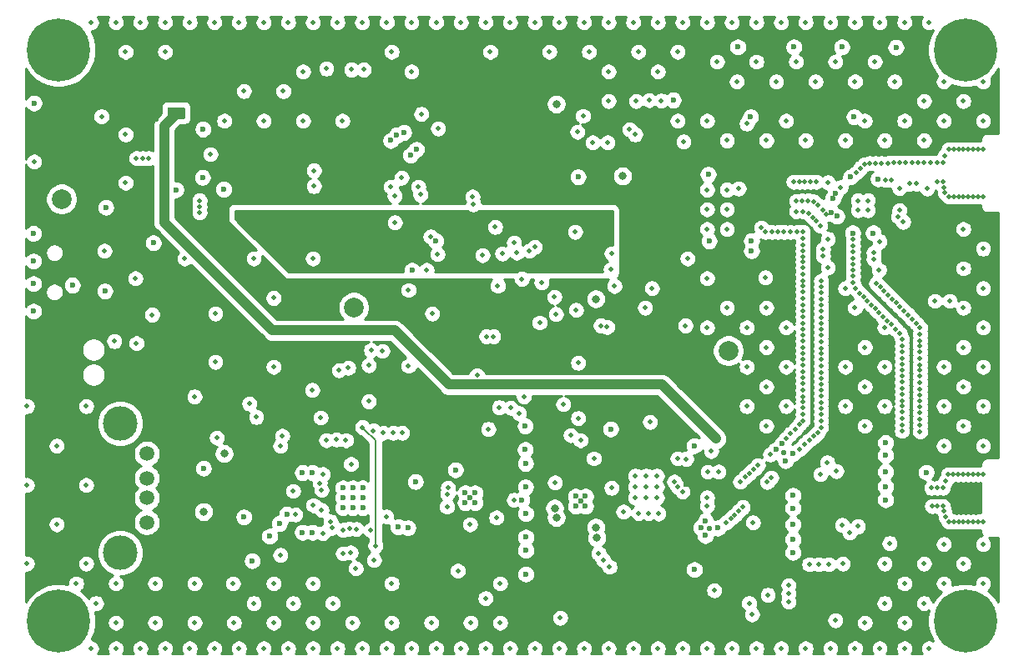
<source format=gbr>
G04 #@! TF.GenerationSoftware,KiCad,Pcbnew,(5.1.0)-1*
G04 #@! TF.CreationDate,2019-04-19T11:20:35+10:00*
G04 #@! TF.ProjectId,VNA,564e412e-6b69-4636-9164-5f7063625858,rev?*
G04 #@! TF.SameCoordinates,Original*
G04 #@! TF.FileFunction,Copper,L3,Inr*
G04 #@! TF.FilePolarity,Positive*
%FSLAX46Y46*%
G04 Gerber Fmt 4.6, Leading zero omitted, Abs format (unit mm)*
G04 Created by KiCad (PCBNEW (5.1.0)-1) date 2019-04-19 11:20:35*
%MOMM*%
%LPD*%
G04 APERTURE LIST*
%ADD10C,2.000000*%
%ADD11C,0.600000*%
%ADD12C,6.400000*%
%ADD13C,0.800000*%
%ADD14C,3.500000*%
%ADD15C,1.500000*%
%ADD16C,0.500000*%
%ADD17C,0.560000*%
%ADD18C,1.000000*%
%ADD19C,0.200000*%
%ADD20C,0.254000*%
G04 APERTURE END LIST*
D10*
X124150000Y-91950000D03*
X162150000Y-96350000D03*
D11*
X141600000Y-119050000D03*
X141600000Y-116650000D03*
X141600000Y-112900000D03*
X141600000Y-115300000D03*
X141550000Y-104000000D03*
X141550000Y-106400000D03*
X141575000Y-110200000D03*
X141575000Y-107800000D03*
D12*
X94200000Y-65800000D03*
D13*
X96600000Y-65800000D03*
X95897056Y-67497056D03*
X94200000Y-68200000D03*
X92502944Y-67497056D03*
X91800000Y-65800000D03*
X92502944Y-64102944D03*
X94200000Y-63400000D03*
X95897056Y-64102944D03*
X187897056Y-122102944D03*
X186200000Y-121400000D03*
X184502944Y-122102944D03*
X183800000Y-123800000D03*
X184502944Y-125497056D03*
X186200000Y-126200000D03*
X187897056Y-125497056D03*
X188600000Y-123800000D03*
D12*
X186200000Y-123800000D03*
X186200000Y-65800000D03*
D13*
X188600000Y-65800000D03*
X187897056Y-67497056D03*
X186200000Y-68200000D03*
X184502944Y-67497056D03*
X183800000Y-65800000D03*
X184502944Y-64102944D03*
X186200000Y-63400000D03*
X187897056Y-64102944D03*
X95897056Y-122102944D03*
X94200000Y-121400000D03*
X92502944Y-122102944D03*
X91800000Y-123800000D03*
X92502944Y-125497056D03*
X94200000Y-126200000D03*
X95897056Y-125497056D03*
X96600000Y-123800000D03*
D12*
X94200000Y-123800000D03*
D14*
X100450000Y-103730000D03*
X100450000Y-116870000D03*
D15*
X103160000Y-106800000D03*
X103150000Y-109300000D03*
X103150000Y-111300000D03*
X103150000Y-113800000D03*
D10*
X94500000Y-80950000D03*
D11*
X125050000Y-110300000D03*
X125050000Y-111300000D03*
X125050000Y-112300000D03*
X124050000Y-110300000D03*
X124050000Y-111300000D03*
X124050000Y-112300000D03*
X123050000Y-110300000D03*
X123050000Y-111300000D03*
X123050000Y-112300000D03*
D16*
X152700000Y-109050000D03*
X153800000Y-109050000D03*
X154900000Y-109050000D03*
X152700000Y-110150000D03*
X153800000Y-110150000D03*
X154900000Y-110150000D03*
X152700000Y-111250000D03*
X153800000Y-111250000D03*
X154900000Y-111250000D03*
D11*
X135950000Y-111300000D03*
X136450000Y-111800000D03*
X135450000Y-111800000D03*
X135450000Y-110800000D03*
X136450000Y-110800000D03*
X146650000Y-112150000D03*
X147650000Y-112150000D03*
X147650000Y-111150000D03*
X146650000Y-111150000D03*
X147150000Y-111650000D03*
D16*
X176300000Y-81100000D03*
X176300000Y-82100000D03*
X175300000Y-81100000D03*
X175300000Y-82100000D03*
X137800000Y-104300000D03*
X157600000Y-75100000D03*
X160700000Y-120700000D03*
X116700000Y-117100000D03*
X109600000Y-76400000D03*
X154200000Y-103600000D03*
X165900000Y-88900000D03*
X134700000Y-118700000D03*
X178500000Y-115900000D03*
X187470000Y-108920000D03*
X186970000Y-108920000D03*
X186470000Y-108920000D03*
X185970000Y-108920000D03*
X185470000Y-108920000D03*
X184970000Y-108920000D03*
X184470000Y-108920000D03*
X123850000Y-116850000D03*
X123050000Y-116950000D03*
X123865000Y-107865000D03*
X125850000Y-114600000D03*
X160000000Y-112100000D03*
X160000000Y-111250000D03*
X144550000Y-109750000D03*
X164250000Y-122000000D03*
X164550000Y-123150000D03*
X173000000Y-123750000D03*
X168250000Y-120200000D03*
X168250000Y-121050000D03*
X168250000Y-121850000D03*
X166150000Y-121150000D03*
X173750000Y-118000000D03*
X172350000Y-118050000D03*
X171350000Y-118050000D03*
X170350000Y-118050000D03*
X174450000Y-114800000D03*
X173700000Y-114050000D03*
X172200000Y-107700000D03*
D11*
X178100000Y-105700000D03*
X178100000Y-107000000D03*
X178100000Y-108650000D03*
X178100000Y-110150000D03*
X178100000Y-111500000D03*
D16*
X186000000Y-113700000D03*
X187500000Y-113700000D03*
X188000000Y-113700000D03*
X184500000Y-113700000D03*
X186500000Y-113700000D03*
X185000000Y-113700000D03*
X185500000Y-113700000D03*
X187000000Y-113700000D03*
X160400000Y-106550000D03*
X161150000Y-108650000D03*
X157000000Y-107300000D03*
X156650522Y-109658228D03*
X155050000Y-112900000D03*
X154050000Y-112850000D03*
X153050000Y-112850000D03*
X157502487Y-110667051D03*
X157867589Y-107345770D03*
X160055367Y-108652528D03*
D11*
X168700000Y-111050000D03*
X168700000Y-114000000D03*
X168700000Y-112350000D03*
X168700000Y-116850000D03*
X168700000Y-115500000D03*
D16*
X173100000Y-108599914D03*
D11*
X128650000Y-114250000D03*
X129650000Y-114350000D03*
X130400000Y-109650000D03*
X134450000Y-108450000D03*
X119950000Y-114800000D03*
X118950000Y-114800000D03*
X116600000Y-113900000D03*
X117350000Y-112950000D03*
X115600000Y-115200000D03*
X113850000Y-117700000D03*
X113000000Y-113250000D03*
X118950000Y-108750000D03*
D16*
X127450000Y-113200000D03*
X129050000Y-104700000D03*
X125650000Y-101500000D03*
X120800000Y-103150000D03*
X123350000Y-105450000D03*
X121350000Y-105450000D03*
X135950000Y-114000000D03*
X133600000Y-112200000D03*
X133650000Y-110900000D03*
X133700000Y-110300000D03*
X138600000Y-113300000D03*
X186000000Y-80700000D03*
X187500000Y-80700000D03*
X188000000Y-80700000D03*
X184500000Y-80700000D03*
X186500000Y-80700000D03*
X185000000Y-80700000D03*
X185500000Y-80700000D03*
X187000000Y-80700000D03*
X186000000Y-75900000D03*
X187500000Y-75900000D03*
X185000000Y-75900000D03*
X187000000Y-75900000D03*
X186500000Y-75900000D03*
X184500000Y-75900000D03*
X188000000Y-75900000D03*
X185500000Y-75900000D03*
X179500000Y-79850000D03*
X182300000Y-79900000D03*
X177500000Y-85250000D03*
X177450000Y-88150000D03*
X172250000Y-85000000D03*
X172250000Y-87900000D03*
X169050000Y-82200000D03*
X169050000Y-81150000D03*
X165500000Y-83850000D03*
D11*
X164500000Y-86200000D03*
X160200000Y-85200000D03*
X160100000Y-78450000D03*
X174750000Y-84400000D03*
X176850000Y-84400000D03*
X174550000Y-78700000D03*
X177350000Y-78899920D03*
X173650000Y-65500000D03*
X168800000Y-65500000D03*
X179150000Y-65550000D03*
X163100000Y-65500000D03*
X156550000Y-70900000D03*
D16*
X150300000Y-86500000D03*
X150200000Y-88100000D03*
X144500000Y-90900000D03*
D11*
X174900000Y-72600000D03*
X164400000Y-72600000D03*
X150200000Y-104300000D03*
D16*
X157800000Y-93800000D03*
X128100021Y-104700000D03*
X127100010Y-104689951D03*
X126099990Y-104465631D03*
D11*
X119919204Y-108732891D03*
D16*
X122400010Y-105389721D03*
X149900000Y-75200000D03*
X148400000Y-75200000D03*
X147400000Y-72500000D03*
X146828761Y-74128761D03*
D11*
X159380000Y-114330000D03*
X167950000Y-107540000D03*
X168700000Y-106800000D03*
X167600000Y-105800000D03*
X167000000Y-106400000D03*
D16*
X187980000Y-108900000D03*
D11*
X159810000Y-115130000D03*
X161090000Y-114370000D03*
X159830000Y-113650000D03*
D16*
X183100000Y-91300000D03*
X184600000Y-91300000D03*
X163200000Y-79900000D03*
X138300000Y-94900000D03*
X137600000Y-94900000D03*
X146900000Y-97600000D03*
X102100000Y-76800000D03*
X108500000Y-82299998D03*
X108500000Y-81700000D03*
X103300000Y-76800000D03*
X102700000Y-76800000D03*
X108500000Y-81100000D03*
X101000000Y-79300000D03*
X101000000Y-74400000D03*
D11*
X106100000Y-80000000D03*
X95600000Y-89700000D03*
X91650000Y-89550000D03*
X91650000Y-87250000D03*
X91650000Y-92350000D03*
X91650000Y-84450000D03*
X99000000Y-81800000D03*
X108900000Y-108300000D03*
X146900000Y-78700000D03*
D16*
X137500000Y-121500000D03*
X120874990Y-110482483D03*
X111900000Y-120000000D03*
D11*
X130050000Y-88200000D03*
D16*
X131550000Y-88150000D03*
X179509519Y-82103260D03*
D11*
X173150001Y-82699999D03*
X172749992Y-80906980D03*
X172588832Y-82288298D03*
X172999989Y-80350009D03*
D16*
X120882239Y-112524990D03*
X110250000Y-105200000D03*
X114250004Y-103100000D03*
X113550004Y-101750000D03*
X110100000Y-92600000D03*
X110100000Y-97500000D03*
X120100000Y-79650000D03*
X98850000Y-86200000D03*
X98550000Y-72550000D03*
D11*
X108800000Y-78750000D03*
X108850000Y-73850000D03*
X110950000Y-79950000D03*
D16*
X120100000Y-78050000D03*
X123900000Y-67799992D03*
X121360000Y-67709990D03*
X125150000Y-67800000D03*
D11*
X164500026Y-85200000D03*
X91700000Y-71200000D03*
D16*
X91700000Y-77150000D03*
X149450004Y-117600000D03*
X150100000Y-118300000D03*
X169700000Y-103450000D03*
X169700000Y-102800000D03*
X169700000Y-102150000D03*
X169700000Y-101550000D03*
X169700000Y-101000000D03*
X169700000Y-100350000D03*
X169700000Y-99700000D03*
X169700000Y-99100000D03*
X169700000Y-98500000D03*
X169700000Y-97850000D03*
X169700000Y-96050000D03*
X169700000Y-95400000D03*
X169700000Y-97200000D03*
X169700000Y-94750000D03*
X169700000Y-96600000D03*
X169700000Y-94150000D03*
X169700000Y-87950000D03*
X169700000Y-90400000D03*
X169700000Y-88600000D03*
X169700000Y-91700000D03*
X169700000Y-89800000D03*
X169700000Y-93550000D03*
X169700000Y-87350000D03*
X169700000Y-92900000D03*
X169700000Y-91050000D03*
X169700000Y-89250000D03*
X169700000Y-92300000D03*
X169700000Y-86200000D03*
X169700000Y-84950000D03*
X169700000Y-84300000D03*
X169700000Y-86800000D03*
X169700000Y-85600000D03*
X167800000Y-84300000D03*
X169100000Y-84300000D03*
X168450000Y-84300000D03*
X167200000Y-84300000D03*
X165900000Y-84300000D03*
X166550000Y-84300000D03*
X169750000Y-82200000D03*
X170300000Y-82400000D03*
X170700000Y-82800000D03*
X171100000Y-83200000D03*
X171450000Y-83650000D03*
X171750000Y-86050000D03*
X171750000Y-86700000D03*
X171550000Y-89250000D03*
X171550000Y-94800000D03*
X171550000Y-97250000D03*
X171550000Y-92350000D03*
X171550000Y-95450000D03*
X171550000Y-93600000D03*
X171550000Y-98550000D03*
X171550000Y-96650000D03*
X171550000Y-94200000D03*
X171550000Y-89850000D03*
X171550000Y-91100000D03*
X171550000Y-97900000D03*
X171550000Y-96100000D03*
X171550000Y-90450000D03*
X171550000Y-92950000D03*
X171550000Y-91750000D03*
X171550000Y-100950000D03*
X171550000Y-99150000D03*
X171550000Y-99800000D03*
X171550000Y-102250000D03*
X171550000Y-100350000D03*
X171550000Y-101600000D03*
X171550000Y-104150000D03*
X171550000Y-103500000D03*
X171550000Y-102850000D03*
X171250000Y-104650000D03*
X170850000Y-105050000D03*
X170350000Y-105450000D03*
X169850000Y-105900000D03*
X169400000Y-106350000D03*
X169350000Y-103850000D03*
X168950000Y-104350000D03*
X168450000Y-104800000D03*
X168000000Y-105250000D03*
X166500000Y-109250000D03*
X166100000Y-109700000D03*
X165150000Y-108000000D03*
X164750000Y-108400000D03*
X164300000Y-108800000D03*
X163850000Y-109200000D03*
X163350000Y-109650000D03*
X163200000Y-112650000D03*
X163600000Y-112250000D03*
X162800000Y-113050000D03*
X162400000Y-113400000D03*
X161950000Y-113800000D03*
X179750000Y-98900000D03*
X179750000Y-97100000D03*
X179750000Y-97750000D03*
X179750000Y-96450000D03*
X179750000Y-100800000D03*
X179750000Y-101450000D03*
X179750000Y-103900000D03*
X179750000Y-103250000D03*
X179750000Y-104500000D03*
X179750000Y-100200000D03*
X179750000Y-102600000D03*
X179750000Y-98300000D03*
X179750000Y-99550000D03*
X179750000Y-102000000D03*
X181600000Y-103950000D03*
X181600000Y-97150000D03*
X181600000Y-101500000D03*
X181600000Y-100250000D03*
X181600000Y-98950000D03*
X181600000Y-96500000D03*
X181600000Y-97800000D03*
X181600000Y-99600000D03*
X181600000Y-104550000D03*
X181600000Y-98350000D03*
X181600000Y-102050000D03*
X181600000Y-100850000D03*
X181600000Y-103300000D03*
X181600000Y-102650000D03*
X181600000Y-95350000D03*
X181600000Y-94700000D03*
X181600000Y-95900000D03*
X181600000Y-94050000D03*
X179750000Y-95200000D03*
X179550000Y-94600000D03*
X179750000Y-95850000D03*
X179100000Y-94150000D03*
X178700000Y-93700000D03*
X178250000Y-93300000D03*
X177850000Y-92900000D03*
X177450000Y-92500000D03*
X177050000Y-92100000D03*
X176650000Y-91700000D03*
X176250000Y-91300000D03*
X175850000Y-90900000D03*
X175450000Y-90500000D03*
X175050000Y-90050000D03*
X178350000Y-90700000D03*
X180400000Y-92700000D03*
X179550000Y-91900000D03*
X178750000Y-91100000D03*
X181250000Y-93600000D03*
X177950000Y-90300000D03*
X177550000Y-89900000D03*
X177150000Y-89500000D03*
X180800000Y-93150000D03*
X179950000Y-92300000D03*
X179150000Y-91500000D03*
X174800000Y-89450000D03*
X174800000Y-88800000D03*
X174800000Y-86950000D03*
X174800000Y-86300000D03*
X174800000Y-88200000D03*
X174800000Y-87600000D03*
X174800000Y-85700000D03*
X174800000Y-85050000D03*
X176900000Y-87050000D03*
X176900000Y-86400000D03*
X169650000Y-81100000D03*
X170250000Y-81100000D03*
X170800000Y-81200000D03*
X171250000Y-81600000D03*
X171700000Y-82050000D03*
X172050000Y-82500000D03*
X171050000Y-79200000D03*
X170500000Y-79200000D03*
X169900000Y-79200000D03*
X169350000Y-79200000D03*
X168750000Y-79200000D03*
X182750000Y-110300000D03*
X183350000Y-110300000D03*
X183900000Y-110300000D03*
X183900000Y-112150000D03*
X183350000Y-112150000D03*
X182800000Y-112150000D03*
X183900000Y-77250000D03*
X183300000Y-79200000D03*
X183900000Y-79200000D03*
X175950000Y-77450000D03*
X175550000Y-77800000D03*
X175150000Y-78250000D03*
X180550000Y-79400000D03*
X181200000Y-79400000D03*
X183300000Y-77250000D03*
X182650000Y-77250000D03*
X182000000Y-77250000D03*
X181400000Y-77250000D03*
X180150000Y-77250000D03*
X180800000Y-77250000D03*
X178900000Y-77250000D03*
X179500000Y-77250000D03*
X177700000Y-77300000D03*
X178350000Y-77300000D03*
X176450000Y-77300000D03*
X177050000Y-77300000D03*
X184100000Y-80300000D03*
X184000000Y-79750000D03*
X184100000Y-76600000D03*
X184200000Y-109600000D03*
X184050000Y-112650000D03*
X184200000Y-113200000D03*
X164648990Y-113791010D03*
D11*
X182221010Y-108708990D03*
D16*
X97500000Y-63000000D03*
X100000000Y-63000000D03*
X102500000Y-63000000D03*
X105000000Y-63000000D03*
X107500000Y-63000000D03*
X110000000Y-63000000D03*
X112500000Y-63000000D03*
X115000000Y-63000000D03*
X117500000Y-63000000D03*
X120000000Y-63000000D03*
X122500000Y-63000000D03*
X125000000Y-63000000D03*
X127500000Y-63000000D03*
X130000000Y-63000000D03*
X132500000Y-63000000D03*
X135000000Y-63000000D03*
X137500000Y-63000000D03*
X140000000Y-63000000D03*
X142500000Y-63000000D03*
X145000000Y-63000000D03*
X147500000Y-63000000D03*
X150000000Y-63000000D03*
X152500000Y-63000000D03*
X155000000Y-63000000D03*
X157500000Y-63000000D03*
X160000000Y-63000000D03*
X162500000Y-63000000D03*
X165000000Y-63000000D03*
X167500000Y-63000000D03*
X170000000Y-63000000D03*
X172500000Y-63000000D03*
X175000000Y-63000000D03*
X177500000Y-63000000D03*
X180000000Y-63000000D03*
X182500000Y-63000000D03*
X110000000Y-126600000D03*
X107500000Y-126600000D03*
X125000000Y-126600000D03*
X112500000Y-126600000D03*
X120000000Y-126600000D03*
X132500000Y-126600000D03*
X152500000Y-126600000D03*
X127500000Y-126600000D03*
X135000000Y-126600000D03*
X137500000Y-126600000D03*
X142500000Y-126600000D03*
X145000000Y-126600000D03*
X102500000Y-126600000D03*
X147500000Y-126600000D03*
X140000000Y-126600000D03*
X155000000Y-126600000D03*
X105000000Y-126600000D03*
X130000000Y-126600000D03*
X115000000Y-126600000D03*
X150000000Y-126600000D03*
X157500000Y-126600000D03*
X100000000Y-126600000D03*
X117500000Y-126600000D03*
X122500000Y-126600000D03*
X160000000Y-126600000D03*
X97500000Y-126600000D03*
X172500000Y-126600000D03*
X165000000Y-126600000D03*
X167500000Y-126600000D03*
X182500000Y-126600000D03*
X175000000Y-126600000D03*
X162500000Y-126600000D03*
X177500000Y-126600000D03*
X170000000Y-126600000D03*
X180000000Y-126600000D03*
X188000000Y-106000000D03*
X188000000Y-102000000D03*
X188000000Y-98000000D03*
X188000000Y-94000000D03*
X188000000Y-90000000D03*
X188000000Y-86000000D03*
X186000000Y-92000000D03*
X186000000Y-88000000D03*
X186000000Y-84000000D03*
X186000000Y-96000000D03*
X186000000Y-100000000D03*
X186000000Y-104000000D03*
X184000000Y-102000000D03*
X184000000Y-98000000D03*
X184000000Y-106000000D03*
X178000000Y-102000000D03*
X178000000Y-98000000D03*
X178000000Y-94000000D03*
X176000000Y-100000000D03*
X176000000Y-104000000D03*
X175000000Y-92000000D03*
X174000000Y-102000000D03*
X174000000Y-98000000D03*
X174000000Y-90000000D03*
X168000000Y-102000000D03*
X168000000Y-98000000D03*
X168000000Y-94000000D03*
X166000000Y-92000000D03*
X166000000Y-96000000D03*
X166000000Y-100000000D03*
X166000000Y-104000000D03*
X164000000Y-102000000D03*
X164000000Y-98000000D03*
X164000000Y-94000000D03*
X162000000Y-92000000D03*
X160000000Y-89000000D03*
X160000000Y-94000000D03*
X158000000Y-87000000D03*
X160000000Y-84000000D03*
X160000000Y-82000000D03*
X160000000Y-80000000D03*
X162000000Y-80000000D03*
X162000000Y-82000000D03*
X162000000Y-84000000D03*
X188000000Y-73000000D03*
X188000000Y-69000000D03*
X186000000Y-71000000D03*
X184000000Y-73000000D03*
X184000000Y-69000000D03*
X182000000Y-71000000D03*
X180000000Y-73000000D03*
X176000000Y-73000000D03*
X178000000Y-75000000D03*
X182000000Y-75000000D03*
X174000000Y-75000000D03*
X132000000Y-124000000D03*
X128000000Y-124000000D03*
X124000000Y-124000000D03*
X116000000Y-124000000D03*
X108000000Y-124000000D03*
X104000000Y-124000000D03*
X100000000Y-124000000D03*
X114000000Y-122000000D03*
X118000000Y-122000000D03*
X122000000Y-122000000D03*
X136000000Y-124000000D03*
X139000000Y-124000000D03*
X139000000Y-120000000D03*
X128000000Y-120000000D03*
X120000000Y-120000000D03*
X116000000Y-120000000D03*
X108000000Y-120000000D03*
X104000000Y-120000000D03*
X100000000Y-120000000D03*
X96000000Y-120000000D03*
X98000000Y-122000000D03*
X170000000Y-75000000D03*
X166000000Y-75000000D03*
X162000000Y-75000000D03*
X160000000Y-73000000D03*
X164000000Y-73300000D03*
X168000000Y-73000000D03*
X179000000Y-69000000D03*
X175000000Y-69000000D03*
X177000000Y-67000000D03*
X173000000Y-67000000D03*
X169000000Y-67000000D03*
X165000000Y-67000000D03*
X161000000Y-67000000D03*
X163000000Y-69000000D03*
X167000000Y-69000000D03*
X171000000Y-69000000D03*
X157000000Y-66000000D03*
X153000000Y-66000000D03*
X148000000Y-66000000D03*
X144000000Y-66000000D03*
X128000000Y-66000000D03*
X130000000Y-68000000D03*
X150000000Y-68000000D03*
X150000000Y-71000000D03*
X155000000Y-68000000D03*
X157000000Y-73000000D03*
X101000000Y-66000000D03*
X105000000Y-66000000D03*
X119000000Y-68000000D03*
X113000000Y-70000000D03*
X117000000Y-70000000D03*
X119000000Y-73000000D03*
X115000000Y-73000000D03*
X111000000Y-73000000D03*
X123000000Y-73000000D03*
X188000000Y-116000000D03*
X188000000Y-120000000D03*
X186000000Y-118000000D03*
X184000000Y-120000000D03*
X184000000Y-116000000D03*
X182000000Y-118000000D03*
X180000000Y-120000000D03*
X182000000Y-122000000D03*
X180000000Y-124000000D03*
X176000000Y-124000000D03*
X178000000Y-122000000D03*
X178000000Y-118000000D03*
X116000000Y-91000000D03*
X116000000Y-98000000D03*
X108000000Y-101000000D03*
X102000000Y-89000000D03*
X107000000Y-87000000D03*
X114000000Y-87000000D03*
X97000000Y-102000000D03*
X91000000Y-102000000D03*
X91000000Y-110000000D03*
X91000000Y-118000000D03*
X97000000Y-118000000D03*
X97000000Y-110000000D03*
X94000000Y-114000000D03*
X94000000Y-106000000D03*
X120000000Y-87000000D03*
X138000000Y-66000000D03*
X176000000Y-96000000D03*
X120000000Y-124000000D03*
X112000000Y-124000000D03*
D11*
X132459617Y-85199990D03*
D16*
X178700000Y-79000000D03*
X178100000Y-79000000D03*
X166400000Y-106900000D03*
X145100000Y-123500000D03*
X150600253Y-89779436D03*
X144656104Y-92625010D03*
X141209666Y-89059306D03*
X102100000Y-68800000D03*
X128671797Y-109021797D03*
X173050000Y-119150000D03*
D13*
X133350000Y-116250000D03*
D16*
X152800000Y-116300000D03*
X155450000Y-116350000D03*
D11*
X133650000Y-105250000D03*
X132500000Y-106550000D03*
X132550000Y-107500000D03*
X114500000Y-120800000D03*
D16*
X139400000Y-111600000D03*
X143750000Y-111500000D03*
D11*
X162800000Y-87000000D03*
X180300000Y-80650000D03*
X151700000Y-104300000D03*
D13*
X151400000Y-75100000D03*
D11*
X157820473Y-109943613D03*
X103300000Y-72900000D03*
X103700000Y-73400000D03*
X104128487Y-72845665D03*
D16*
X104100000Y-99000000D03*
X104000024Y-97500000D03*
D11*
X160900000Y-105300000D03*
X106700000Y-71900000D03*
X105500000Y-71900000D03*
X106100000Y-72300000D03*
D13*
X108900000Y-112700000D03*
X111000000Y-106800000D03*
X124200000Y-94300000D03*
D16*
X112050000Y-90450000D03*
D11*
X98900000Y-90300000D03*
X103800000Y-85400000D03*
D16*
X103700000Y-92699982D03*
D17*
X167800000Y-106700000D03*
X160200034Y-114400000D03*
D11*
X141200000Y-111500000D03*
D16*
X140902515Y-102700000D03*
X149000000Y-116950000D03*
D13*
X148700000Y-114300000D03*
X144700010Y-113300000D03*
X144528556Y-112352595D03*
X148800000Y-115350000D03*
D16*
X140402505Y-111497495D03*
X140054749Y-102156861D03*
X132650000Y-86550000D03*
X131922928Y-84750567D03*
D11*
X112400000Y-82900000D03*
X113100000Y-82300000D03*
X113000000Y-83500000D03*
X130100000Y-84800000D03*
X149500000Y-84100000D03*
X158700000Y-118599998D03*
X158700000Y-106000000D03*
D16*
X131000000Y-72300000D03*
X132700000Y-73800000D03*
X118000000Y-110600000D03*
X118200000Y-113000000D03*
D13*
X127400000Y-87800000D03*
D11*
X128349989Y-87767648D03*
D16*
X152800000Y-71000000D03*
X126350000Y-116150000D03*
X125030000Y-104130000D03*
D13*
X151400000Y-78600000D03*
X144700000Y-71300000D03*
D16*
X143000000Y-93500000D03*
D13*
X148700000Y-91100000D03*
D16*
X138762675Y-89769796D03*
X132100000Y-92600000D03*
X129700000Y-90200000D03*
D11*
X127900000Y-75000000D03*
D16*
X136300000Y-81500000D03*
X130900000Y-80500000D03*
X99850000Y-95400000D03*
X128301053Y-80598941D03*
X102100000Y-95600000D03*
X130700000Y-79700000D03*
X136200000Y-80700000D03*
X127899996Y-79700000D03*
X136646439Y-98853561D03*
X146600000Y-84300000D03*
D11*
X130500000Y-75900000D03*
X129217696Y-74188447D03*
X129900000Y-76500000D03*
X128516607Y-74454892D03*
D16*
X121000000Y-108900000D03*
X121000000Y-114900000D03*
X123602505Y-98102505D03*
X141962864Y-86187969D03*
X126200000Y-117600000D03*
X124350000Y-118450000D03*
X124373548Y-114476755D03*
X171500000Y-108900000D03*
X175300000Y-114200000D03*
X129000000Y-78800000D03*
X116900000Y-105000000D03*
X116700000Y-106000000D03*
X128318737Y-83318729D03*
X121800000Y-113700000D03*
X125900000Y-96300000D03*
X140400000Y-85400000D03*
X121949073Y-114339595D03*
X125650000Y-97850000D03*
X123060079Y-114557110D03*
X127041041Y-96377962D03*
X123700024Y-114443157D03*
X129700000Y-97900000D03*
X120700000Y-109800000D03*
X122648944Y-98348944D03*
X119928943Y-100328943D03*
X120050000Y-112050000D03*
X138900000Y-102100000D03*
X141403561Y-100996439D03*
X151500000Y-112700000D03*
X150298944Y-110301056D03*
X140700000Y-86400000D03*
X139200000Y-86500000D03*
X137210829Y-86650022D03*
X142499990Y-85821893D03*
X138500000Y-83800000D03*
X146700000Y-92200000D03*
X143200000Y-89400000D03*
X149200000Y-93800000D03*
X154400000Y-90000000D03*
X153700000Y-92000000D03*
X149849961Y-93949961D03*
X172250000Y-79250000D03*
X179389156Y-82742031D03*
X173550000Y-79750000D03*
X179900000Y-83277933D03*
X152700000Y-74399988D03*
X155350000Y-70950000D03*
X152130719Y-73889136D03*
X154100000Y-70900000D03*
X157020464Y-110206106D03*
X145400000Y-101800000D03*
X146150000Y-104950000D03*
X148499459Y-107299460D03*
X146899999Y-103199999D03*
X147147495Y-105452505D03*
D18*
X128300000Y-94300000D02*
X124200000Y-94300000D01*
X133800000Y-99800000D02*
X128300000Y-94300000D01*
X155400000Y-99800000D02*
X133800000Y-99800000D01*
X160900000Y-105300000D02*
X155400000Y-99800000D01*
X124200000Y-94300000D02*
X115900000Y-94300000D01*
X105000000Y-73400000D02*
X106100000Y-72300000D01*
X104900000Y-73500000D02*
X105000000Y-73400000D01*
X104900000Y-83300000D02*
X104900000Y-73500000D01*
X111100000Y-89500000D02*
X104900000Y-83300000D01*
X115900000Y-94300000D02*
X112100000Y-90500000D01*
X112100000Y-90500000D02*
X111100000Y-89500000D01*
D19*
X126350000Y-116150000D02*
X126350000Y-105450000D01*
X126350000Y-105450000D02*
X125279999Y-104379999D01*
X125279999Y-104379999D02*
X125030000Y-104130000D01*
D20*
G36*
X99215723Y-62580795D02*
G01*
X99149010Y-62741855D01*
X99115000Y-62912835D01*
X99115000Y-63087165D01*
X99149010Y-63258145D01*
X99215723Y-63419205D01*
X99312576Y-63564155D01*
X99435845Y-63687424D01*
X99580795Y-63784277D01*
X99741855Y-63850990D01*
X99912835Y-63885000D01*
X100087165Y-63885000D01*
X100258145Y-63850990D01*
X100419205Y-63784277D01*
X100564155Y-63687424D01*
X100687424Y-63564155D01*
X100784277Y-63419205D01*
X100850990Y-63258145D01*
X100885000Y-63087165D01*
X100885000Y-62912835D01*
X100850990Y-62741855D01*
X100784277Y-62580795D01*
X100703564Y-62460000D01*
X101796436Y-62460000D01*
X101715723Y-62580795D01*
X101649010Y-62741855D01*
X101615000Y-62912835D01*
X101615000Y-63087165D01*
X101649010Y-63258145D01*
X101715723Y-63419205D01*
X101812576Y-63564155D01*
X101935845Y-63687424D01*
X102080795Y-63784277D01*
X102241855Y-63850990D01*
X102412835Y-63885000D01*
X102587165Y-63885000D01*
X102758145Y-63850990D01*
X102919205Y-63784277D01*
X103064155Y-63687424D01*
X103187424Y-63564155D01*
X103284277Y-63419205D01*
X103350990Y-63258145D01*
X103385000Y-63087165D01*
X103385000Y-62912835D01*
X103350990Y-62741855D01*
X103284277Y-62580795D01*
X103203564Y-62460000D01*
X104296436Y-62460000D01*
X104215723Y-62580795D01*
X104149010Y-62741855D01*
X104115000Y-62912835D01*
X104115000Y-63087165D01*
X104149010Y-63258145D01*
X104215723Y-63419205D01*
X104312576Y-63564155D01*
X104435845Y-63687424D01*
X104580795Y-63784277D01*
X104741855Y-63850990D01*
X104912835Y-63885000D01*
X105087165Y-63885000D01*
X105258145Y-63850990D01*
X105419205Y-63784277D01*
X105564155Y-63687424D01*
X105687424Y-63564155D01*
X105784277Y-63419205D01*
X105850990Y-63258145D01*
X105885000Y-63087165D01*
X105885000Y-62912835D01*
X105850990Y-62741855D01*
X105784277Y-62580795D01*
X105703564Y-62460000D01*
X106796436Y-62460000D01*
X106715723Y-62580795D01*
X106649010Y-62741855D01*
X106615000Y-62912835D01*
X106615000Y-63087165D01*
X106649010Y-63258145D01*
X106715723Y-63419205D01*
X106812576Y-63564155D01*
X106935845Y-63687424D01*
X107080795Y-63784277D01*
X107241855Y-63850990D01*
X107412835Y-63885000D01*
X107587165Y-63885000D01*
X107758145Y-63850990D01*
X107919205Y-63784277D01*
X108064155Y-63687424D01*
X108187424Y-63564155D01*
X108284277Y-63419205D01*
X108350990Y-63258145D01*
X108385000Y-63087165D01*
X108385000Y-62912835D01*
X108350990Y-62741855D01*
X108284277Y-62580795D01*
X108203564Y-62460000D01*
X109296436Y-62460000D01*
X109215723Y-62580795D01*
X109149010Y-62741855D01*
X109115000Y-62912835D01*
X109115000Y-63087165D01*
X109149010Y-63258145D01*
X109215723Y-63419205D01*
X109312576Y-63564155D01*
X109435845Y-63687424D01*
X109580795Y-63784277D01*
X109741855Y-63850990D01*
X109912835Y-63885000D01*
X110087165Y-63885000D01*
X110258145Y-63850990D01*
X110419205Y-63784277D01*
X110564155Y-63687424D01*
X110687424Y-63564155D01*
X110784277Y-63419205D01*
X110850990Y-63258145D01*
X110885000Y-63087165D01*
X110885000Y-62912835D01*
X110850990Y-62741855D01*
X110784277Y-62580795D01*
X110703564Y-62460000D01*
X111796436Y-62460000D01*
X111715723Y-62580795D01*
X111649010Y-62741855D01*
X111615000Y-62912835D01*
X111615000Y-63087165D01*
X111649010Y-63258145D01*
X111715723Y-63419205D01*
X111812576Y-63564155D01*
X111935845Y-63687424D01*
X112080795Y-63784277D01*
X112241855Y-63850990D01*
X112412835Y-63885000D01*
X112587165Y-63885000D01*
X112758145Y-63850990D01*
X112919205Y-63784277D01*
X113064155Y-63687424D01*
X113187424Y-63564155D01*
X113284277Y-63419205D01*
X113350990Y-63258145D01*
X113385000Y-63087165D01*
X113385000Y-62912835D01*
X113350990Y-62741855D01*
X113284277Y-62580795D01*
X113203564Y-62460000D01*
X114296436Y-62460000D01*
X114215723Y-62580795D01*
X114149010Y-62741855D01*
X114115000Y-62912835D01*
X114115000Y-63087165D01*
X114149010Y-63258145D01*
X114215723Y-63419205D01*
X114312576Y-63564155D01*
X114435845Y-63687424D01*
X114580795Y-63784277D01*
X114741855Y-63850990D01*
X114912835Y-63885000D01*
X115087165Y-63885000D01*
X115258145Y-63850990D01*
X115419205Y-63784277D01*
X115564155Y-63687424D01*
X115687424Y-63564155D01*
X115784277Y-63419205D01*
X115850990Y-63258145D01*
X115885000Y-63087165D01*
X115885000Y-62912835D01*
X115850990Y-62741855D01*
X115784277Y-62580795D01*
X115703564Y-62460000D01*
X116796436Y-62460000D01*
X116715723Y-62580795D01*
X116649010Y-62741855D01*
X116615000Y-62912835D01*
X116615000Y-63087165D01*
X116649010Y-63258145D01*
X116715723Y-63419205D01*
X116812576Y-63564155D01*
X116935845Y-63687424D01*
X117080795Y-63784277D01*
X117241855Y-63850990D01*
X117412835Y-63885000D01*
X117587165Y-63885000D01*
X117758145Y-63850990D01*
X117919205Y-63784277D01*
X118064155Y-63687424D01*
X118187424Y-63564155D01*
X118284277Y-63419205D01*
X118350990Y-63258145D01*
X118385000Y-63087165D01*
X118385000Y-62912835D01*
X118350990Y-62741855D01*
X118284277Y-62580795D01*
X118203564Y-62460000D01*
X119296436Y-62460000D01*
X119215723Y-62580795D01*
X119149010Y-62741855D01*
X119115000Y-62912835D01*
X119115000Y-63087165D01*
X119149010Y-63258145D01*
X119215723Y-63419205D01*
X119312576Y-63564155D01*
X119435845Y-63687424D01*
X119580795Y-63784277D01*
X119741855Y-63850990D01*
X119912835Y-63885000D01*
X120087165Y-63885000D01*
X120258145Y-63850990D01*
X120419205Y-63784277D01*
X120564155Y-63687424D01*
X120687424Y-63564155D01*
X120784277Y-63419205D01*
X120850990Y-63258145D01*
X120885000Y-63087165D01*
X120885000Y-62912835D01*
X120850990Y-62741855D01*
X120784277Y-62580795D01*
X120703564Y-62460000D01*
X121796436Y-62460000D01*
X121715723Y-62580795D01*
X121649010Y-62741855D01*
X121615000Y-62912835D01*
X121615000Y-63087165D01*
X121649010Y-63258145D01*
X121715723Y-63419205D01*
X121812576Y-63564155D01*
X121935845Y-63687424D01*
X122080795Y-63784277D01*
X122241855Y-63850990D01*
X122412835Y-63885000D01*
X122587165Y-63885000D01*
X122758145Y-63850990D01*
X122919205Y-63784277D01*
X123064155Y-63687424D01*
X123187424Y-63564155D01*
X123284277Y-63419205D01*
X123350990Y-63258145D01*
X123385000Y-63087165D01*
X123385000Y-62912835D01*
X123350990Y-62741855D01*
X123284277Y-62580795D01*
X123203564Y-62460000D01*
X124296436Y-62460000D01*
X124215723Y-62580795D01*
X124149010Y-62741855D01*
X124115000Y-62912835D01*
X124115000Y-63087165D01*
X124149010Y-63258145D01*
X124215723Y-63419205D01*
X124312576Y-63564155D01*
X124435845Y-63687424D01*
X124580795Y-63784277D01*
X124741855Y-63850990D01*
X124912835Y-63885000D01*
X125087165Y-63885000D01*
X125258145Y-63850990D01*
X125419205Y-63784277D01*
X125564155Y-63687424D01*
X125687424Y-63564155D01*
X125784277Y-63419205D01*
X125850990Y-63258145D01*
X125885000Y-63087165D01*
X125885000Y-62912835D01*
X125850990Y-62741855D01*
X125784277Y-62580795D01*
X125703564Y-62460000D01*
X126796436Y-62460000D01*
X126715723Y-62580795D01*
X126649010Y-62741855D01*
X126615000Y-62912835D01*
X126615000Y-63087165D01*
X126649010Y-63258145D01*
X126715723Y-63419205D01*
X126812576Y-63564155D01*
X126935845Y-63687424D01*
X127080795Y-63784277D01*
X127241855Y-63850990D01*
X127412835Y-63885000D01*
X127587165Y-63885000D01*
X127758145Y-63850990D01*
X127919205Y-63784277D01*
X128064155Y-63687424D01*
X128187424Y-63564155D01*
X128284277Y-63419205D01*
X128350990Y-63258145D01*
X128385000Y-63087165D01*
X128385000Y-62912835D01*
X128350990Y-62741855D01*
X128284277Y-62580795D01*
X128203564Y-62460000D01*
X129296436Y-62460000D01*
X129215723Y-62580795D01*
X129149010Y-62741855D01*
X129115000Y-62912835D01*
X129115000Y-63087165D01*
X129149010Y-63258145D01*
X129215723Y-63419205D01*
X129312576Y-63564155D01*
X129435845Y-63687424D01*
X129580795Y-63784277D01*
X129741855Y-63850990D01*
X129912835Y-63885000D01*
X130087165Y-63885000D01*
X130258145Y-63850990D01*
X130419205Y-63784277D01*
X130564155Y-63687424D01*
X130687424Y-63564155D01*
X130784277Y-63419205D01*
X130850990Y-63258145D01*
X130885000Y-63087165D01*
X130885000Y-62912835D01*
X130850990Y-62741855D01*
X130784277Y-62580795D01*
X130703564Y-62460000D01*
X131796436Y-62460000D01*
X131715723Y-62580795D01*
X131649010Y-62741855D01*
X131615000Y-62912835D01*
X131615000Y-63087165D01*
X131649010Y-63258145D01*
X131715723Y-63419205D01*
X131812576Y-63564155D01*
X131935845Y-63687424D01*
X132080795Y-63784277D01*
X132241855Y-63850990D01*
X132412835Y-63885000D01*
X132587165Y-63885000D01*
X132758145Y-63850990D01*
X132919205Y-63784277D01*
X133064155Y-63687424D01*
X133187424Y-63564155D01*
X133284277Y-63419205D01*
X133350990Y-63258145D01*
X133385000Y-63087165D01*
X133385000Y-62912835D01*
X133350990Y-62741855D01*
X133284277Y-62580795D01*
X133203564Y-62460000D01*
X134296436Y-62460000D01*
X134215723Y-62580795D01*
X134149010Y-62741855D01*
X134115000Y-62912835D01*
X134115000Y-63087165D01*
X134149010Y-63258145D01*
X134215723Y-63419205D01*
X134312576Y-63564155D01*
X134435845Y-63687424D01*
X134580795Y-63784277D01*
X134741855Y-63850990D01*
X134912835Y-63885000D01*
X135087165Y-63885000D01*
X135258145Y-63850990D01*
X135419205Y-63784277D01*
X135564155Y-63687424D01*
X135687424Y-63564155D01*
X135784277Y-63419205D01*
X135850990Y-63258145D01*
X135885000Y-63087165D01*
X135885000Y-62912835D01*
X135850990Y-62741855D01*
X135784277Y-62580795D01*
X135703564Y-62460000D01*
X136796436Y-62460000D01*
X136715723Y-62580795D01*
X136649010Y-62741855D01*
X136615000Y-62912835D01*
X136615000Y-63087165D01*
X136649010Y-63258145D01*
X136715723Y-63419205D01*
X136812576Y-63564155D01*
X136935845Y-63687424D01*
X137080795Y-63784277D01*
X137241855Y-63850990D01*
X137412835Y-63885000D01*
X137587165Y-63885000D01*
X137758145Y-63850990D01*
X137919205Y-63784277D01*
X138064155Y-63687424D01*
X138187424Y-63564155D01*
X138284277Y-63419205D01*
X138350990Y-63258145D01*
X138385000Y-63087165D01*
X138385000Y-62912835D01*
X138350990Y-62741855D01*
X138284277Y-62580795D01*
X138203564Y-62460000D01*
X139296436Y-62460000D01*
X139215723Y-62580795D01*
X139149010Y-62741855D01*
X139115000Y-62912835D01*
X139115000Y-63087165D01*
X139149010Y-63258145D01*
X139215723Y-63419205D01*
X139312576Y-63564155D01*
X139435845Y-63687424D01*
X139580795Y-63784277D01*
X139741855Y-63850990D01*
X139912835Y-63885000D01*
X140087165Y-63885000D01*
X140258145Y-63850990D01*
X140419205Y-63784277D01*
X140564155Y-63687424D01*
X140687424Y-63564155D01*
X140784277Y-63419205D01*
X140850990Y-63258145D01*
X140885000Y-63087165D01*
X140885000Y-62912835D01*
X140850990Y-62741855D01*
X140784277Y-62580795D01*
X140703564Y-62460000D01*
X141796436Y-62460000D01*
X141715723Y-62580795D01*
X141649010Y-62741855D01*
X141615000Y-62912835D01*
X141615000Y-63087165D01*
X141649010Y-63258145D01*
X141715723Y-63419205D01*
X141812576Y-63564155D01*
X141935845Y-63687424D01*
X142080795Y-63784277D01*
X142241855Y-63850990D01*
X142412835Y-63885000D01*
X142587165Y-63885000D01*
X142758145Y-63850990D01*
X142919205Y-63784277D01*
X143064155Y-63687424D01*
X143187424Y-63564155D01*
X143284277Y-63419205D01*
X143350990Y-63258145D01*
X143385000Y-63087165D01*
X143385000Y-62912835D01*
X143350990Y-62741855D01*
X143284277Y-62580795D01*
X143203564Y-62460000D01*
X144296436Y-62460000D01*
X144215723Y-62580795D01*
X144149010Y-62741855D01*
X144115000Y-62912835D01*
X144115000Y-63087165D01*
X144149010Y-63258145D01*
X144215723Y-63419205D01*
X144312576Y-63564155D01*
X144435845Y-63687424D01*
X144580795Y-63784277D01*
X144741855Y-63850990D01*
X144912835Y-63885000D01*
X145087165Y-63885000D01*
X145258145Y-63850990D01*
X145419205Y-63784277D01*
X145564155Y-63687424D01*
X145687424Y-63564155D01*
X145784277Y-63419205D01*
X145850990Y-63258145D01*
X145885000Y-63087165D01*
X145885000Y-62912835D01*
X145850990Y-62741855D01*
X145784277Y-62580795D01*
X145703564Y-62460000D01*
X146796436Y-62460000D01*
X146715723Y-62580795D01*
X146649010Y-62741855D01*
X146615000Y-62912835D01*
X146615000Y-63087165D01*
X146649010Y-63258145D01*
X146715723Y-63419205D01*
X146812576Y-63564155D01*
X146935845Y-63687424D01*
X147080795Y-63784277D01*
X147241855Y-63850990D01*
X147412835Y-63885000D01*
X147587165Y-63885000D01*
X147758145Y-63850990D01*
X147919205Y-63784277D01*
X148064155Y-63687424D01*
X148187424Y-63564155D01*
X148284277Y-63419205D01*
X148350990Y-63258145D01*
X148385000Y-63087165D01*
X148385000Y-62912835D01*
X148350990Y-62741855D01*
X148284277Y-62580795D01*
X148203564Y-62460000D01*
X149296436Y-62460000D01*
X149215723Y-62580795D01*
X149149010Y-62741855D01*
X149115000Y-62912835D01*
X149115000Y-63087165D01*
X149149010Y-63258145D01*
X149215723Y-63419205D01*
X149312576Y-63564155D01*
X149435845Y-63687424D01*
X149580795Y-63784277D01*
X149741855Y-63850990D01*
X149912835Y-63885000D01*
X150087165Y-63885000D01*
X150258145Y-63850990D01*
X150419205Y-63784277D01*
X150564155Y-63687424D01*
X150687424Y-63564155D01*
X150784277Y-63419205D01*
X150850990Y-63258145D01*
X150885000Y-63087165D01*
X150885000Y-62912835D01*
X150850990Y-62741855D01*
X150784277Y-62580795D01*
X150703564Y-62460000D01*
X151796436Y-62460000D01*
X151715723Y-62580795D01*
X151649010Y-62741855D01*
X151615000Y-62912835D01*
X151615000Y-63087165D01*
X151649010Y-63258145D01*
X151715723Y-63419205D01*
X151812576Y-63564155D01*
X151935845Y-63687424D01*
X152080795Y-63784277D01*
X152241855Y-63850990D01*
X152412835Y-63885000D01*
X152587165Y-63885000D01*
X152758145Y-63850990D01*
X152919205Y-63784277D01*
X153064155Y-63687424D01*
X153187424Y-63564155D01*
X153284277Y-63419205D01*
X153350990Y-63258145D01*
X153385000Y-63087165D01*
X153385000Y-62912835D01*
X153350990Y-62741855D01*
X153284277Y-62580795D01*
X153203564Y-62460000D01*
X154296436Y-62460000D01*
X154215723Y-62580795D01*
X154149010Y-62741855D01*
X154115000Y-62912835D01*
X154115000Y-63087165D01*
X154149010Y-63258145D01*
X154215723Y-63419205D01*
X154312576Y-63564155D01*
X154435845Y-63687424D01*
X154580795Y-63784277D01*
X154741855Y-63850990D01*
X154912835Y-63885000D01*
X155087165Y-63885000D01*
X155258145Y-63850990D01*
X155419205Y-63784277D01*
X155564155Y-63687424D01*
X155687424Y-63564155D01*
X155784277Y-63419205D01*
X155850990Y-63258145D01*
X155885000Y-63087165D01*
X155885000Y-62912835D01*
X155850990Y-62741855D01*
X155784277Y-62580795D01*
X155703564Y-62460000D01*
X156796436Y-62460000D01*
X156715723Y-62580795D01*
X156649010Y-62741855D01*
X156615000Y-62912835D01*
X156615000Y-63087165D01*
X156649010Y-63258145D01*
X156715723Y-63419205D01*
X156812576Y-63564155D01*
X156935845Y-63687424D01*
X157080795Y-63784277D01*
X157241855Y-63850990D01*
X157412835Y-63885000D01*
X157587165Y-63885000D01*
X157758145Y-63850990D01*
X157919205Y-63784277D01*
X158064155Y-63687424D01*
X158187424Y-63564155D01*
X158284277Y-63419205D01*
X158350990Y-63258145D01*
X158385000Y-63087165D01*
X158385000Y-62912835D01*
X158350990Y-62741855D01*
X158284277Y-62580795D01*
X158203564Y-62460000D01*
X159296436Y-62460000D01*
X159215723Y-62580795D01*
X159149010Y-62741855D01*
X159115000Y-62912835D01*
X159115000Y-63087165D01*
X159149010Y-63258145D01*
X159215723Y-63419205D01*
X159312576Y-63564155D01*
X159435845Y-63687424D01*
X159580795Y-63784277D01*
X159741855Y-63850990D01*
X159912835Y-63885000D01*
X160087165Y-63885000D01*
X160258145Y-63850990D01*
X160419205Y-63784277D01*
X160564155Y-63687424D01*
X160687424Y-63564155D01*
X160784277Y-63419205D01*
X160850990Y-63258145D01*
X160885000Y-63087165D01*
X160885000Y-62912835D01*
X160850990Y-62741855D01*
X160784277Y-62580795D01*
X160703564Y-62460000D01*
X161796436Y-62460000D01*
X161715723Y-62580795D01*
X161649010Y-62741855D01*
X161615000Y-62912835D01*
X161615000Y-63087165D01*
X161649010Y-63258145D01*
X161715723Y-63419205D01*
X161812576Y-63564155D01*
X161935845Y-63687424D01*
X162080795Y-63784277D01*
X162241855Y-63850990D01*
X162412835Y-63885000D01*
X162587165Y-63885000D01*
X162758145Y-63850990D01*
X162919205Y-63784277D01*
X163064155Y-63687424D01*
X163187424Y-63564155D01*
X163284277Y-63419205D01*
X163350990Y-63258145D01*
X163385000Y-63087165D01*
X163385000Y-62912835D01*
X163350990Y-62741855D01*
X163284277Y-62580795D01*
X163203564Y-62460000D01*
X164296436Y-62460000D01*
X164215723Y-62580795D01*
X164149010Y-62741855D01*
X164115000Y-62912835D01*
X164115000Y-63087165D01*
X164149010Y-63258145D01*
X164215723Y-63419205D01*
X164312576Y-63564155D01*
X164435845Y-63687424D01*
X164580795Y-63784277D01*
X164741855Y-63850990D01*
X164912835Y-63885000D01*
X165087165Y-63885000D01*
X165258145Y-63850990D01*
X165419205Y-63784277D01*
X165564155Y-63687424D01*
X165687424Y-63564155D01*
X165784277Y-63419205D01*
X165850990Y-63258145D01*
X165885000Y-63087165D01*
X165885000Y-62912835D01*
X165850990Y-62741855D01*
X165784277Y-62580795D01*
X165703564Y-62460000D01*
X166796436Y-62460000D01*
X166715723Y-62580795D01*
X166649010Y-62741855D01*
X166615000Y-62912835D01*
X166615000Y-63087165D01*
X166649010Y-63258145D01*
X166715723Y-63419205D01*
X166812576Y-63564155D01*
X166935845Y-63687424D01*
X167080795Y-63784277D01*
X167241855Y-63850990D01*
X167412835Y-63885000D01*
X167587165Y-63885000D01*
X167758145Y-63850990D01*
X167919205Y-63784277D01*
X168064155Y-63687424D01*
X168187424Y-63564155D01*
X168284277Y-63419205D01*
X168350990Y-63258145D01*
X168385000Y-63087165D01*
X168385000Y-62912835D01*
X168350990Y-62741855D01*
X168284277Y-62580795D01*
X168203564Y-62460000D01*
X169296436Y-62460000D01*
X169215723Y-62580795D01*
X169149010Y-62741855D01*
X169115000Y-62912835D01*
X169115000Y-63087165D01*
X169149010Y-63258145D01*
X169215723Y-63419205D01*
X169312576Y-63564155D01*
X169435845Y-63687424D01*
X169580795Y-63784277D01*
X169741855Y-63850990D01*
X169912835Y-63885000D01*
X170087165Y-63885000D01*
X170258145Y-63850990D01*
X170419205Y-63784277D01*
X170564155Y-63687424D01*
X170687424Y-63564155D01*
X170784277Y-63419205D01*
X170850990Y-63258145D01*
X170885000Y-63087165D01*
X170885000Y-62912835D01*
X170850990Y-62741855D01*
X170784277Y-62580795D01*
X170703564Y-62460000D01*
X171796436Y-62460000D01*
X171715723Y-62580795D01*
X171649010Y-62741855D01*
X171615000Y-62912835D01*
X171615000Y-63087165D01*
X171649010Y-63258145D01*
X171715723Y-63419205D01*
X171812576Y-63564155D01*
X171935845Y-63687424D01*
X172080795Y-63784277D01*
X172241855Y-63850990D01*
X172412835Y-63885000D01*
X172587165Y-63885000D01*
X172758145Y-63850990D01*
X172919205Y-63784277D01*
X173064155Y-63687424D01*
X173187424Y-63564155D01*
X173284277Y-63419205D01*
X173350990Y-63258145D01*
X173385000Y-63087165D01*
X173385000Y-62912835D01*
X173350990Y-62741855D01*
X173284277Y-62580795D01*
X173203564Y-62460000D01*
X174296436Y-62460000D01*
X174215723Y-62580795D01*
X174149010Y-62741855D01*
X174115000Y-62912835D01*
X174115000Y-63087165D01*
X174149010Y-63258145D01*
X174215723Y-63419205D01*
X174312576Y-63564155D01*
X174435845Y-63687424D01*
X174580795Y-63784277D01*
X174741855Y-63850990D01*
X174912835Y-63885000D01*
X175087165Y-63885000D01*
X175258145Y-63850990D01*
X175419205Y-63784277D01*
X175564155Y-63687424D01*
X175687424Y-63564155D01*
X175784277Y-63419205D01*
X175850990Y-63258145D01*
X175885000Y-63087165D01*
X175885000Y-62912835D01*
X175850990Y-62741855D01*
X175784277Y-62580795D01*
X175703564Y-62460000D01*
X176796436Y-62460000D01*
X176715723Y-62580795D01*
X176649010Y-62741855D01*
X176615000Y-62912835D01*
X176615000Y-63087165D01*
X176649010Y-63258145D01*
X176715723Y-63419205D01*
X176812576Y-63564155D01*
X176935845Y-63687424D01*
X177080795Y-63784277D01*
X177241855Y-63850990D01*
X177412835Y-63885000D01*
X177587165Y-63885000D01*
X177758145Y-63850990D01*
X177919205Y-63784277D01*
X178064155Y-63687424D01*
X178187424Y-63564155D01*
X178284277Y-63419205D01*
X178350990Y-63258145D01*
X178385000Y-63087165D01*
X178385000Y-62912835D01*
X178350990Y-62741855D01*
X178284277Y-62580795D01*
X178203564Y-62460000D01*
X179296436Y-62460000D01*
X179215723Y-62580795D01*
X179149010Y-62741855D01*
X179115000Y-62912835D01*
X179115000Y-63087165D01*
X179149010Y-63258145D01*
X179215723Y-63419205D01*
X179312576Y-63564155D01*
X179435845Y-63687424D01*
X179580795Y-63784277D01*
X179741855Y-63850990D01*
X179912835Y-63885000D01*
X180087165Y-63885000D01*
X180258145Y-63850990D01*
X180419205Y-63784277D01*
X180564155Y-63687424D01*
X180687424Y-63564155D01*
X180784277Y-63419205D01*
X180850990Y-63258145D01*
X180885000Y-63087165D01*
X180885000Y-62912835D01*
X180850990Y-62741855D01*
X180784277Y-62580795D01*
X180703564Y-62460000D01*
X181796436Y-62460000D01*
X181715723Y-62580795D01*
X181649010Y-62741855D01*
X181615000Y-62912835D01*
X181615000Y-63087165D01*
X181649010Y-63258145D01*
X181715723Y-63419205D01*
X181812576Y-63564155D01*
X181935845Y-63687424D01*
X182080795Y-63784277D01*
X182241855Y-63850990D01*
X182412835Y-63885000D01*
X182587165Y-63885000D01*
X182758145Y-63850990D01*
X182919205Y-63784277D01*
X182946922Y-63765757D01*
X182801467Y-63983446D01*
X182512377Y-64681372D01*
X182365000Y-65422285D01*
X182365000Y-66177715D01*
X182512377Y-66918628D01*
X182801467Y-67616554D01*
X183221161Y-68244670D01*
X183362456Y-68385965D01*
X183312576Y-68435845D01*
X183215723Y-68580795D01*
X183149010Y-68741855D01*
X183115000Y-68912835D01*
X183115000Y-69087165D01*
X183149010Y-69258145D01*
X183215723Y-69419205D01*
X183312576Y-69564155D01*
X183435845Y-69687424D01*
X183580795Y-69784277D01*
X183741855Y-69850990D01*
X183912835Y-69885000D01*
X184087165Y-69885000D01*
X184258145Y-69850990D01*
X184419205Y-69784277D01*
X184564155Y-69687424D01*
X184687424Y-69564155D01*
X184784277Y-69419205D01*
X184803596Y-69372565D01*
X185081372Y-69487623D01*
X185822285Y-69635000D01*
X186577715Y-69635000D01*
X187268148Y-69497664D01*
X187312576Y-69564155D01*
X187435845Y-69687424D01*
X187580795Y-69784277D01*
X187741855Y-69850990D01*
X187912835Y-69885000D01*
X188087165Y-69885000D01*
X188258145Y-69850990D01*
X188419205Y-69784277D01*
X188564155Y-69687424D01*
X188687424Y-69564155D01*
X188784277Y-69419205D01*
X188850990Y-69258145D01*
X188885000Y-69087165D01*
X188885000Y-68912835D01*
X188850990Y-68741855D01*
X188801393Y-68622116D01*
X189178839Y-68244670D01*
X189540001Y-67704154D01*
X189540000Y-74240000D01*
X188432419Y-74240000D01*
X188400000Y-74236807D01*
X188276100Y-74249010D01*
X188270617Y-74249550D01*
X188146207Y-74287290D01*
X188031550Y-74348575D01*
X187931052Y-74431052D01*
X187848575Y-74531550D01*
X187787290Y-74646207D01*
X187749550Y-74770617D01*
X187736807Y-74900000D01*
X187740000Y-74932419D01*
X187740000Y-75045401D01*
X187587165Y-75015000D01*
X187412835Y-75015000D01*
X187250000Y-75047390D01*
X187087165Y-75015000D01*
X186912835Y-75015000D01*
X186750000Y-75047390D01*
X186587165Y-75015000D01*
X186412835Y-75015000D01*
X186250000Y-75047390D01*
X186087165Y-75015000D01*
X185912835Y-75015000D01*
X185750000Y-75047390D01*
X185587165Y-75015000D01*
X185412835Y-75015000D01*
X185250000Y-75047390D01*
X185087165Y-75015000D01*
X184912835Y-75015000D01*
X184750000Y-75047390D01*
X184587165Y-75015000D01*
X184412835Y-75015000D01*
X184241855Y-75049010D01*
X184080795Y-75115723D01*
X183935845Y-75212576D01*
X183812576Y-75335845D01*
X183715723Y-75480795D01*
X183649010Y-75641855D01*
X183615000Y-75812835D01*
X183615000Y-75859686D01*
X183535845Y-75912576D01*
X183412576Y-76035845D01*
X183315723Y-76180795D01*
X183249010Y-76341855D01*
X183244406Y-76365000D01*
X183212835Y-76365000D01*
X183041855Y-76399010D01*
X182975000Y-76426702D01*
X182908145Y-76399010D01*
X182737165Y-76365000D01*
X182562835Y-76365000D01*
X182391855Y-76399010D01*
X182325000Y-76426702D01*
X182258145Y-76399010D01*
X182087165Y-76365000D01*
X181912835Y-76365000D01*
X181741855Y-76399010D01*
X181700000Y-76416347D01*
X181658145Y-76399010D01*
X181487165Y-76365000D01*
X181312835Y-76365000D01*
X181141855Y-76399010D01*
X181100000Y-76416347D01*
X181058145Y-76399010D01*
X180887165Y-76365000D01*
X180712835Y-76365000D01*
X180541855Y-76399010D01*
X180475000Y-76426702D01*
X180408145Y-76399010D01*
X180237165Y-76365000D01*
X180062835Y-76365000D01*
X179891855Y-76399010D01*
X179825000Y-76426702D01*
X179758145Y-76399010D01*
X179587165Y-76365000D01*
X179412835Y-76365000D01*
X179241855Y-76399010D01*
X179200000Y-76416347D01*
X179158145Y-76399010D01*
X178987165Y-76365000D01*
X178812835Y-76365000D01*
X178641855Y-76399010D01*
X178549369Y-76437319D01*
X178437165Y-76415000D01*
X178262835Y-76415000D01*
X178091855Y-76449010D01*
X178025000Y-76476702D01*
X177958145Y-76449010D01*
X177787165Y-76415000D01*
X177612835Y-76415000D01*
X177441855Y-76449010D01*
X177375000Y-76476702D01*
X177308145Y-76449010D01*
X177137165Y-76415000D01*
X176962835Y-76415000D01*
X176791855Y-76449010D01*
X176750000Y-76466347D01*
X176708145Y-76449010D01*
X176537165Y-76415000D01*
X176362835Y-76415000D01*
X176191855Y-76449010D01*
X176030795Y-76515723D01*
X175957047Y-76565000D01*
X175862835Y-76565000D01*
X175691855Y-76599010D01*
X175530795Y-76665723D01*
X175385845Y-76762576D01*
X175262576Y-76885845D01*
X175193014Y-76989951D01*
X175130795Y-77015723D01*
X174985845Y-77112576D01*
X174862576Y-77235845D01*
X174765723Y-77380795D01*
X174730449Y-77465954D01*
X174585845Y-77562576D01*
X174462576Y-77685845D01*
X174402294Y-77776063D01*
X174277271Y-77800932D01*
X174107111Y-77871414D01*
X173953972Y-77973738D01*
X173823738Y-78103972D01*
X173721414Y-78257111D01*
X173650932Y-78427271D01*
X173615000Y-78607911D01*
X173615000Y-78792089D01*
X173629503Y-78865000D01*
X173462835Y-78865000D01*
X173291855Y-78899010D01*
X173130795Y-78965723D01*
X173098973Y-78986986D01*
X173034277Y-78830795D01*
X172937424Y-78685845D01*
X172814155Y-78562576D01*
X172669205Y-78465723D01*
X172508145Y-78399010D01*
X172337165Y-78365000D01*
X172162835Y-78365000D01*
X171991855Y-78399010D01*
X171830795Y-78465723D01*
X171685845Y-78562576D01*
X171675000Y-78573421D01*
X171614155Y-78512576D01*
X171469205Y-78415723D01*
X171308145Y-78349010D01*
X171137165Y-78315000D01*
X170962835Y-78315000D01*
X170791855Y-78349010D01*
X170775000Y-78355992D01*
X170758145Y-78349010D01*
X170587165Y-78315000D01*
X170412835Y-78315000D01*
X170241855Y-78349010D01*
X170200000Y-78366347D01*
X170158145Y-78349010D01*
X169987165Y-78315000D01*
X169812835Y-78315000D01*
X169641855Y-78349010D01*
X169625000Y-78355992D01*
X169608145Y-78349010D01*
X169437165Y-78315000D01*
X169262835Y-78315000D01*
X169091855Y-78349010D01*
X169050000Y-78366347D01*
X169008145Y-78349010D01*
X168837165Y-78315000D01*
X168662835Y-78315000D01*
X168491855Y-78349010D01*
X168330795Y-78415723D01*
X168185845Y-78512576D01*
X168062576Y-78635845D01*
X167965723Y-78780795D01*
X167899010Y-78941855D01*
X167865000Y-79112835D01*
X167865000Y-79287165D01*
X167899010Y-79458145D01*
X167965723Y-79619205D01*
X168062576Y-79764155D01*
X168185845Y-79887424D01*
X168330795Y-79984277D01*
X168491855Y-80050990D01*
X168662835Y-80085000D01*
X168837165Y-80085000D01*
X169008145Y-80050990D01*
X169050000Y-80033653D01*
X169091855Y-80050990D01*
X169262835Y-80085000D01*
X169437165Y-80085000D01*
X169608145Y-80050990D01*
X169625000Y-80044008D01*
X169641855Y-80050990D01*
X169812835Y-80085000D01*
X169987165Y-80085000D01*
X170158145Y-80050990D01*
X170200000Y-80033653D01*
X170241855Y-80050990D01*
X170412835Y-80085000D01*
X170587165Y-80085000D01*
X170758145Y-80050990D01*
X170775000Y-80044008D01*
X170791855Y-80050990D01*
X170962835Y-80085000D01*
X171137165Y-80085000D01*
X171308145Y-80050990D01*
X171469205Y-79984277D01*
X171614155Y-79887424D01*
X171625000Y-79876579D01*
X171685845Y-79937424D01*
X171830795Y-80034277D01*
X171991855Y-80100990D01*
X172092233Y-80120956D01*
X172064989Y-80257920D01*
X172064989Y-80269693D01*
X172023730Y-80310952D01*
X171921406Y-80464091D01*
X171850924Y-80634251D01*
X171814992Y-80814891D01*
X171814992Y-80913413D01*
X171814155Y-80912576D01*
X171669205Y-80815723D01*
X171584046Y-80780449D01*
X171487424Y-80635845D01*
X171364155Y-80512576D01*
X171219205Y-80415723D01*
X171058145Y-80349010D01*
X170887165Y-80315000D01*
X170712835Y-80315000D01*
X170678380Y-80321854D01*
X170669205Y-80315723D01*
X170508145Y-80249010D01*
X170337165Y-80215000D01*
X170162835Y-80215000D01*
X169991855Y-80249010D01*
X169950000Y-80266347D01*
X169908145Y-80249010D01*
X169737165Y-80215000D01*
X169562835Y-80215000D01*
X169391855Y-80249010D01*
X169283148Y-80294038D01*
X169137165Y-80265000D01*
X168962835Y-80265000D01*
X168791855Y-80299010D01*
X168630795Y-80365723D01*
X168485845Y-80462576D01*
X168362576Y-80585845D01*
X168265723Y-80730795D01*
X168199010Y-80891855D01*
X168165000Y-81062835D01*
X168165000Y-81237165D01*
X168199010Y-81408145D01*
X168265723Y-81569205D01*
X168336413Y-81675000D01*
X168265723Y-81780795D01*
X168199010Y-81941855D01*
X168165000Y-82112835D01*
X168165000Y-82287165D01*
X168199010Y-82458145D01*
X168265723Y-82619205D01*
X168362576Y-82764155D01*
X168485845Y-82887424D01*
X168630795Y-82984277D01*
X168791855Y-83050990D01*
X168962835Y-83085000D01*
X169137165Y-83085000D01*
X169308145Y-83050990D01*
X169400000Y-83012943D01*
X169491855Y-83050990D01*
X169662835Y-83085000D01*
X169733421Y-83085000D01*
X169735845Y-83087424D01*
X169880795Y-83184277D01*
X169905493Y-83194507D01*
X169915723Y-83219205D01*
X170012576Y-83364155D01*
X170135845Y-83487424D01*
X170280795Y-83584277D01*
X170305493Y-83594507D01*
X170315723Y-83619205D01*
X170412576Y-83764155D01*
X170535845Y-83887424D01*
X170611315Y-83937852D01*
X170665723Y-84069205D01*
X170762576Y-84214155D01*
X170885845Y-84337424D01*
X171030795Y-84434277D01*
X171191855Y-84500990D01*
X171362835Y-84535000D01*
X171496322Y-84535000D01*
X171465723Y-84580795D01*
X171399010Y-84741855D01*
X171365000Y-84912835D01*
X171365000Y-85087165D01*
X171395210Y-85239041D01*
X171330795Y-85265723D01*
X171185845Y-85362576D01*
X171062576Y-85485845D01*
X170965723Y-85630795D01*
X170899010Y-85791855D01*
X170865000Y-85962835D01*
X170865000Y-86137165D01*
X170899010Y-86308145D01*
X170926702Y-86375000D01*
X170899010Y-86441855D01*
X170865000Y-86612835D01*
X170865000Y-86787165D01*
X170899010Y-86958145D01*
X170965723Y-87119205D01*
X171062576Y-87264155D01*
X171185845Y-87387424D01*
X171330795Y-87484277D01*
X171444732Y-87531471D01*
X171399010Y-87641855D01*
X171365000Y-87812835D01*
X171365000Y-87987165D01*
X171399010Y-88158145D01*
X171465723Y-88319205D01*
X171496322Y-88365000D01*
X171462835Y-88365000D01*
X171291855Y-88399010D01*
X171130795Y-88465723D01*
X170985845Y-88562576D01*
X170862576Y-88685845D01*
X170765723Y-88830795D01*
X170699010Y-88991855D01*
X170665000Y-89162835D01*
X170665000Y-89337165D01*
X170699010Y-89508145D01*
X170716347Y-89550000D01*
X170699010Y-89591855D01*
X170665000Y-89762835D01*
X170665000Y-89937165D01*
X170699010Y-90108145D01*
X170716347Y-90150000D01*
X170699010Y-90191855D01*
X170665000Y-90362835D01*
X170665000Y-90537165D01*
X170699010Y-90708145D01*
X170726702Y-90775000D01*
X170699010Y-90841855D01*
X170665000Y-91012835D01*
X170665000Y-91187165D01*
X170699010Y-91358145D01*
X170726702Y-91425000D01*
X170699010Y-91491855D01*
X170665000Y-91662835D01*
X170665000Y-91837165D01*
X170699010Y-92008145D01*
X170716347Y-92050000D01*
X170699010Y-92091855D01*
X170665000Y-92262835D01*
X170665000Y-92437165D01*
X170699010Y-92608145D01*
X170716347Y-92650000D01*
X170699010Y-92691855D01*
X170665000Y-92862835D01*
X170665000Y-93037165D01*
X170699010Y-93208145D01*
X170726702Y-93275000D01*
X170699010Y-93341855D01*
X170665000Y-93512835D01*
X170665000Y-93687165D01*
X170699010Y-93858145D01*
X170716347Y-93900000D01*
X170699010Y-93941855D01*
X170665000Y-94112835D01*
X170665000Y-94287165D01*
X170699010Y-94458145D01*
X170716347Y-94500000D01*
X170699010Y-94541855D01*
X170665000Y-94712835D01*
X170665000Y-94887165D01*
X170699010Y-95058145D01*
X170726702Y-95125000D01*
X170699010Y-95191855D01*
X170665000Y-95362835D01*
X170665000Y-95537165D01*
X170699010Y-95708145D01*
X170726702Y-95775000D01*
X170699010Y-95841855D01*
X170665000Y-96012835D01*
X170665000Y-96187165D01*
X170699010Y-96358145D01*
X170705992Y-96375000D01*
X170699010Y-96391855D01*
X170665000Y-96562835D01*
X170665000Y-96737165D01*
X170699010Y-96908145D01*
X170716347Y-96950000D01*
X170699010Y-96991855D01*
X170665000Y-97162835D01*
X170665000Y-97337165D01*
X170699010Y-97508145D01*
X170726702Y-97575000D01*
X170699010Y-97641855D01*
X170665000Y-97812835D01*
X170665000Y-97987165D01*
X170699010Y-98158145D01*
X170726702Y-98225000D01*
X170699010Y-98291855D01*
X170665000Y-98462835D01*
X170665000Y-98637165D01*
X170699010Y-98808145D01*
X170716347Y-98850000D01*
X170699010Y-98891855D01*
X170665000Y-99062835D01*
X170665000Y-99237165D01*
X170699010Y-99408145D01*
X170726702Y-99475000D01*
X170699010Y-99541855D01*
X170665000Y-99712835D01*
X170665000Y-99887165D01*
X170699010Y-100058145D01*
X170705992Y-100075000D01*
X170699010Y-100091855D01*
X170665000Y-100262835D01*
X170665000Y-100437165D01*
X170699010Y-100608145D01*
X170716347Y-100650000D01*
X170699010Y-100691855D01*
X170665000Y-100862835D01*
X170665000Y-101037165D01*
X170699010Y-101208145D01*
X170726702Y-101275000D01*
X170699010Y-101341855D01*
X170665000Y-101512835D01*
X170665000Y-101687165D01*
X170699010Y-101858145D01*
X170726702Y-101925000D01*
X170699010Y-101991855D01*
X170665000Y-102162835D01*
X170665000Y-102337165D01*
X170699010Y-102508145D01*
X170716347Y-102550000D01*
X170699010Y-102591855D01*
X170665000Y-102762835D01*
X170665000Y-102937165D01*
X170699010Y-103108145D01*
X170726702Y-103175000D01*
X170699010Y-103241855D01*
X170665000Y-103412835D01*
X170665000Y-103587165D01*
X170699010Y-103758145D01*
X170726702Y-103825000D01*
X170699010Y-103891855D01*
X170684719Y-103963702D01*
X170562576Y-104085845D01*
X170465723Y-104230795D01*
X170455493Y-104255493D01*
X170430795Y-104265723D01*
X170285845Y-104362576D01*
X170162576Y-104485845D01*
X170085088Y-104601813D01*
X169930795Y-104665723D01*
X169785845Y-104762576D01*
X169662576Y-104885845D01*
X169565723Y-105030795D01*
X169551203Y-105065848D01*
X169430795Y-105115723D01*
X169285845Y-105212576D01*
X169162576Y-105335845D01*
X169065723Y-105480795D01*
X169040848Y-105540848D01*
X168980795Y-105565723D01*
X168835845Y-105662576D01*
X168712576Y-105785845D01*
X168659686Y-105865000D01*
X168636579Y-105865000D01*
X168687424Y-105814155D01*
X168784277Y-105669205D01*
X168809152Y-105609152D01*
X168869205Y-105584277D01*
X169014155Y-105487424D01*
X169137424Y-105364155D01*
X169234277Y-105219205D01*
X169248797Y-105184152D01*
X169369205Y-105134277D01*
X169514155Y-105037424D01*
X169637424Y-104914155D01*
X169734277Y-104769205D01*
X169798187Y-104614912D01*
X169914155Y-104537424D01*
X170037424Y-104414155D01*
X170134277Y-104269205D01*
X170160049Y-104206986D01*
X170264155Y-104137424D01*
X170387424Y-104014155D01*
X170484277Y-103869205D01*
X170550990Y-103708145D01*
X170585000Y-103537165D01*
X170585000Y-103362835D01*
X170550990Y-103191855D01*
X170523298Y-103125000D01*
X170550990Y-103058145D01*
X170585000Y-102887165D01*
X170585000Y-102712835D01*
X170550990Y-102541855D01*
X170523298Y-102475000D01*
X170550990Y-102408145D01*
X170585000Y-102237165D01*
X170585000Y-102062835D01*
X170550990Y-101891855D01*
X170533653Y-101850000D01*
X170550990Y-101808145D01*
X170585000Y-101637165D01*
X170585000Y-101462835D01*
X170550990Y-101291855D01*
X170544008Y-101275000D01*
X170550990Y-101258145D01*
X170585000Y-101087165D01*
X170585000Y-100912835D01*
X170550990Y-100741855D01*
X170523298Y-100675000D01*
X170550990Y-100608145D01*
X170585000Y-100437165D01*
X170585000Y-100262835D01*
X170550990Y-100091855D01*
X170523298Y-100025000D01*
X170550990Y-99958145D01*
X170585000Y-99787165D01*
X170585000Y-99612835D01*
X170550990Y-99441855D01*
X170533653Y-99400000D01*
X170550990Y-99358145D01*
X170585000Y-99187165D01*
X170585000Y-99012835D01*
X170550990Y-98841855D01*
X170533653Y-98800000D01*
X170550990Y-98758145D01*
X170585000Y-98587165D01*
X170585000Y-98412835D01*
X170550990Y-98241855D01*
X170523298Y-98175000D01*
X170550990Y-98108145D01*
X170585000Y-97937165D01*
X170585000Y-97762835D01*
X170550990Y-97591855D01*
X170523298Y-97525000D01*
X170550990Y-97458145D01*
X170585000Y-97287165D01*
X170585000Y-97112835D01*
X170550990Y-96941855D01*
X170533653Y-96900000D01*
X170550990Y-96858145D01*
X170585000Y-96687165D01*
X170585000Y-96512835D01*
X170550990Y-96341855D01*
X170544008Y-96325000D01*
X170550990Y-96308145D01*
X170585000Y-96137165D01*
X170585000Y-95962835D01*
X170550990Y-95791855D01*
X170523298Y-95725000D01*
X170550990Y-95658145D01*
X170585000Y-95487165D01*
X170585000Y-95312835D01*
X170550990Y-95141855D01*
X170523298Y-95075000D01*
X170550990Y-95008145D01*
X170585000Y-94837165D01*
X170585000Y-94662835D01*
X170550990Y-94491855D01*
X170533653Y-94450000D01*
X170550990Y-94408145D01*
X170585000Y-94237165D01*
X170585000Y-94062835D01*
X170550990Y-93891855D01*
X170533653Y-93850000D01*
X170550990Y-93808145D01*
X170585000Y-93637165D01*
X170585000Y-93462835D01*
X170550990Y-93291855D01*
X170523298Y-93225000D01*
X170550990Y-93158145D01*
X170585000Y-92987165D01*
X170585000Y-92812835D01*
X170550990Y-92641855D01*
X170533653Y-92600000D01*
X170550990Y-92558145D01*
X170585000Y-92387165D01*
X170585000Y-92212835D01*
X170550990Y-92041855D01*
X170533653Y-92000000D01*
X170550990Y-91958145D01*
X170585000Y-91787165D01*
X170585000Y-91612835D01*
X170550990Y-91441855D01*
X170523298Y-91375000D01*
X170550990Y-91308145D01*
X170585000Y-91137165D01*
X170585000Y-90962835D01*
X170550990Y-90791855D01*
X170523298Y-90725000D01*
X170550990Y-90658145D01*
X170585000Y-90487165D01*
X170585000Y-90312835D01*
X170550990Y-90141855D01*
X170533653Y-90100000D01*
X170550990Y-90058145D01*
X170585000Y-89887165D01*
X170585000Y-89712835D01*
X170550990Y-89541855D01*
X170544008Y-89525000D01*
X170550990Y-89508145D01*
X170585000Y-89337165D01*
X170585000Y-89162835D01*
X170550990Y-88991855D01*
X170523298Y-88925000D01*
X170550990Y-88858145D01*
X170585000Y-88687165D01*
X170585000Y-88512835D01*
X170550990Y-88341855D01*
X170523298Y-88275000D01*
X170550990Y-88208145D01*
X170585000Y-88037165D01*
X170585000Y-87862835D01*
X170550990Y-87691855D01*
X170533653Y-87650000D01*
X170550990Y-87608145D01*
X170585000Y-87437165D01*
X170585000Y-87262835D01*
X170550990Y-87091855D01*
X170544008Y-87075000D01*
X170550990Y-87058145D01*
X170585000Y-86887165D01*
X170585000Y-86712835D01*
X170550990Y-86541855D01*
X170533653Y-86500000D01*
X170550990Y-86458145D01*
X170585000Y-86287165D01*
X170585000Y-86112835D01*
X170550990Y-85941855D01*
X170533653Y-85900000D01*
X170550990Y-85858145D01*
X170585000Y-85687165D01*
X170585000Y-85512835D01*
X170550990Y-85341855D01*
X170523298Y-85275000D01*
X170550990Y-85208145D01*
X170585000Y-85037165D01*
X170585000Y-84862835D01*
X170550990Y-84691855D01*
X170523298Y-84625000D01*
X170550990Y-84558145D01*
X170585000Y-84387165D01*
X170585000Y-84212835D01*
X170550990Y-84041855D01*
X170484277Y-83880795D01*
X170387424Y-83735845D01*
X170264155Y-83612576D01*
X170119205Y-83515723D01*
X169958145Y-83449010D01*
X169787165Y-83415000D01*
X169612835Y-83415000D01*
X169441855Y-83449010D01*
X169400000Y-83466347D01*
X169358145Y-83449010D01*
X169187165Y-83415000D01*
X169012835Y-83415000D01*
X168841855Y-83449010D01*
X168775000Y-83476702D01*
X168708145Y-83449010D01*
X168537165Y-83415000D01*
X168362835Y-83415000D01*
X168191855Y-83449010D01*
X168125000Y-83476702D01*
X168058145Y-83449010D01*
X167887165Y-83415000D01*
X167712835Y-83415000D01*
X167541855Y-83449010D01*
X167500000Y-83466347D01*
X167458145Y-83449010D01*
X167287165Y-83415000D01*
X167112835Y-83415000D01*
X166941855Y-83449010D01*
X166875000Y-83476702D01*
X166808145Y-83449010D01*
X166637165Y-83415000D01*
X166462835Y-83415000D01*
X166291855Y-83449010D01*
X166291827Y-83449022D01*
X166284277Y-83430795D01*
X166187424Y-83285845D01*
X166064155Y-83162576D01*
X165919205Y-83065723D01*
X165758145Y-82999010D01*
X165587165Y-82965000D01*
X165412835Y-82965000D01*
X165241855Y-82999010D01*
X165080795Y-83065723D01*
X164935845Y-83162576D01*
X164812576Y-83285845D01*
X164715723Y-83430795D01*
X164649010Y-83591855D01*
X164615000Y-83762835D01*
X164615000Y-83937165D01*
X164649010Y-84108145D01*
X164715723Y-84269205D01*
X164731430Y-84292712D01*
X164592115Y-84265000D01*
X164407937Y-84265000D01*
X164227297Y-84300932D01*
X164057137Y-84371414D01*
X163903998Y-84473738D01*
X163773764Y-84603972D01*
X163671440Y-84757111D01*
X163600958Y-84927271D01*
X163565026Y-85107911D01*
X163565026Y-85292089D01*
X163600958Y-85472729D01*
X163671440Y-85642889D01*
X163709587Y-85699981D01*
X163671414Y-85757111D01*
X163600932Y-85927271D01*
X163565000Y-86107911D01*
X163565000Y-86292089D01*
X163600932Y-86472729D01*
X163671414Y-86642889D01*
X163773738Y-86796028D01*
X163903972Y-86926262D01*
X164057111Y-87028586D01*
X164227271Y-87099068D01*
X164407911Y-87135000D01*
X164592089Y-87135000D01*
X164772729Y-87099068D01*
X164942889Y-87028586D01*
X165096028Y-86926262D01*
X165226262Y-86796028D01*
X165328586Y-86642889D01*
X165399068Y-86472729D01*
X165435000Y-86292089D01*
X165435000Y-86107911D01*
X165399068Y-85927271D01*
X165328586Y-85757111D01*
X165290439Y-85700019D01*
X165328612Y-85642889D01*
X165399094Y-85472729D01*
X165435026Y-85292089D01*
X165435026Y-85107911D01*
X165422589Y-85045384D01*
X165480795Y-85084277D01*
X165641855Y-85150990D01*
X165812835Y-85185000D01*
X165987165Y-85185000D01*
X166158145Y-85150990D01*
X166225000Y-85123298D01*
X166291855Y-85150990D01*
X166462835Y-85185000D01*
X166637165Y-85185000D01*
X166808145Y-85150990D01*
X166875000Y-85123298D01*
X166941855Y-85150990D01*
X167112835Y-85185000D01*
X167287165Y-85185000D01*
X167458145Y-85150990D01*
X167500000Y-85133653D01*
X167541855Y-85150990D01*
X167712835Y-85185000D01*
X167887165Y-85185000D01*
X168058145Y-85150990D01*
X168125000Y-85123298D01*
X168191855Y-85150990D01*
X168362835Y-85185000D01*
X168537165Y-85185000D01*
X168708145Y-85150990D01*
X168775000Y-85123298D01*
X168837263Y-85149088D01*
X168849010Y-85208145D01*
X168876702Y-85275000D01*
X168849010Y-85341855D01*
X168815000Y-85512835D01*
X168815000Y-85687165D01*
X168849010Y-85858145D01*
X168866347Y-85900000D01*
X168849010Y-85941855D01*
X168815000Y-86112835D01*
X168815000Y-86287165D01*
X168849010Y-86458145D01*
X168866347Y-86500000D01*
X168849010Y-86541855D01*
X168815000Y-86712835D01*
X168815000Y-86887165D01*
X168849010Y-87058145D01*
X168855992Y-87075000D01*
X168849010Y-87091855D01*
X168815000Y-87262835D01*
X168815000Y-87437165D01*
X168849010Y-87608145D01*
X168866347Y-87650000D01*
X168849010Y-87691855D01*
X168815000Y-87862835D01*
X168815000Y-88037165D01*
X168849010Y-88208145D01*
X168876702Y-88275000D01*
X168849010Y-88341855D01*
X168815000Y-88512835D01*
X168815000Y-88687165D01*
X168849010Y-88858145D01*
X168876702Y-88925000D01*
X168849010Y-88991855D01*
X168815000Y-89162835D01*
X168815000Y-89337165D01*
X168849010Y-89508145D01*
X168855992Y-89525000D01*
X168849010Y-89541855D01*
X168815000Y-89712835D01*
X168815000Y-89887165D01*
X168849010Y-90058145D01*
X168866347Y-90100000D01*
X168849010Y-90141855D01*
X168815000Y-90312835D01*
X168815000Y-90487165D01*
X168849010Y-90658145D01*
X168876702Y-90725000D01*
X168849010Y-90791855D01*
X168815000Y-90962835D01*
X168815000Y-91137165D01*
X168849010Y-91308145D01*
X168876702Y-91375000D01*
X168849010Y-91441855D01*
X168815000Y-91612835D01*
X168815000Y-91787165D01*
X168849010Y-91958145D01*
X168866347Y-92000000D01*
X168849010Y-92041855D01*
X168815000Y-92212835D01*
X168815000Y-92387165D01*
X168849010Y-92558145D01*
X168866347Y-92600000D01*
X168849010Y-92641855D01*
X168815000Y-92812835D01*
X168815000Y-92987165D01*
X168849010Y-93158145D01*
X168876702Y-93225000D01*
X168849010Y-93291855D01*
X168815000Y-93462835D01*
X168815000Y-93637165D01*
X168821813Y-93671414D01*
X168784277Y-93580795D01*
X168687424Y-93435845D01*
X168564155Y-93312576D01*
X168419205Y-93215723D01*
X168258145Y-93149010D01*
X168087165Y-93115000D01*
X167912835Y-93115000D01*
X167741855Y-93149010D01*
X167580795Y-93215723D01*
X167435845Y-93312576D01*
X167312576Y-93435845D01*
X167215723Y-93580795D01*
X167149010Y-93741855D01*
X167115000Y-93912835D01*
X167115000Y-94087165D01*
X167149010Y-94258145D01*
X167215723Y-94419205D01*
X167312576Y-94564155D01*
X167435845Y-94687424D01*
X167580795Y-94784277D01*
X167741855Y-94850990D01*
X167912835Y-94885000D01*
X168087165Y-94885000D01*
X168258145Y-94850990D01*
X168419205Y-94784277D01*
X168564155Y-94687424D01*
X168687424Y-94564155D01*
X168784277Y-94419205D01*
X168829495Y-94310038D01*
X168849010Y-94408145D01*
X168866347Y-94450000D01*
X168849010Y-94491855D01*
X168815000Y-94662835D01*
X168815000Y-94837165D01*
X168849010Y-95008145D01*
X168876702Y-95075000D01*
X168849010Y-95141855D01*
X168815000Y-95312835D01*
X168815000Y-95487165D01*
X168849010Y-95658145D01*
X168876702Y-95725000D01*
X168849010Y-95791855D01*
X168815000Y-95962835D01*
X168815000Y-96137165D01*
X168849010Y-96308145D01*
X168855992Y-96325000D01*
X168849010Y-96341855D01*
X168815000Y-96512835D01*
X168815000Y-96687165D01*
X168849010Y-96858145D01*
X168866347Y-96900000D01*
X168849010Y-96941855D01*
X168815000Y-97112835D01*
X168815000Y-97287165D01*
X168849010Y-97458145D01*
X168876702Y-97525000D01*
X168849010Y-97591855D01*
X168829495Y-97689962D01*
X168784277Y-97580795D01*
X168687424Y-97435845D01*
X168564155Y-97312576D01*
X168419205Y-97215723D01*
X168258145Y-97149010D01*
X168087165Y-97115000D01*
X167912835Y-97115000D01*
X167741855Y-97149010D01*
X167580795Y-97215723D01*
X167435845Y-97312576D01*
X167312576Y-97435845D01*
X167215723Y-97580795D01*
X167149010Y-97741855D01*
X167115000Y-97912835D01*
X167115000Y-98087165D01*
X167149010Y-98258145D01*
X167215723Y-98419205D01*
X167312576Y-98564155D01*
X167435845Y-98687424D01*
X167580795Y-98784277D01*
X167741855Y-98850990D01*
X167912835Y-98885000D01*
X168087165Y-98885000D01*
X168258145Y-98850990D01*
X168419205Y-98784277D01*
X168564155Y-98687424D01*
X168687424Y-98564155D01*
X168784277Y-98419205D01*
X168840947Y-98282392D01*
X168815000Y-98412835D01*
X168815000Y-98587165D01*
X168849010Y-98758145D01*
X168866347Y-98800000D01*
X168849010Y-98841855D01*
X168815000Y-99012835D01*
X168815000Y-99187165D01*
X168849010Y-99358145D01*
X168866347Y-99400000D01*
X168849010Y-99441855D01*
X168815000Y-99612835D01*
X168815000Y-99787165D01*
X168849010Y-99958145D01*
X168876702Y-100025000D01*
X168849010Y-100091855D01*
X168815000Y-100262835D01*
X168815000Y-100437165D01*
X168849010Y-100608145D01*
X168876702Y-100675000D01*
X168849010Y-100741855D01*
X168815000Y-100912835D01*
X168815000Y-101087165D01*
X168849010Y-101258145D01*
X168855992Y-101275000D01*
X168849010Y-101291855D01*
X168815000Y-101462835D01*
X168815000Y-101637165D01*
X168821813Y-101671414D01*
X168784277Y-101580795D01*
X168687424Y-101435845D01*
X168564155Y-101312576D01*
X168419205Y-101215723D01*
X168258145Y-101149010D01*
X168087165Y-101115000D01*
X167912835Y-101115000D01*
X167741855Y-101149010D01*
X167580795Y-101215723D01*
X167435845Y-101312576D01*
X167312576Y-101435845D01*
X167215723Y-101580795D01*
X167149010Y-101741855D01*
X167115000Y-101912835D01*
X167115000Y-102087165D01*
X167149010Y-102258145D01*
X167215723Y-102419205D01*
X167312576Y-102564155D01*
X167435845Y-102687424D01*
X167580795Y-102784277D01*
X167741855Y-102850990D01*
X167912835Y-102885000D01*
X168087165Y-102885000D01*
X168258145Y-102850990D01*
X168419205Y-102784277D01*
X168564155Y-102687424D01*
X168687424Y-102564155D01*
X168784277Y-102419205D01*
X168829495Y-102310038D01*
X168849010Y-102408145D01*
X168876702Y-102475000D01*
X168849010Y-102541855D01*
X168815000Y-102712835D01*
X168815000Y-102887165D01*
X168849010Y-103058145D01*
X168869197Y-103106882D01*
X168785845Y-103162576D01*
X168662576Y-103285845D01*
X168565723Y-103430795D01*
X168501813Y-103585088D01*
X168385845Y-103662576D01*
X168262576Y-103785845D01*
X168165723Y-103930795D01*
X168151203Y-103965848D01*
X168030795Y-104015723D01*
X167885845Y-104112576D01*
X167762576Y-104235845D01*
X167665723Y-104380795D01*
X167640848Y-104440848D01*
X167580795Y-104465723D01*
X167435845Y-104562576D01*
X167312576Y-104685845D01*
X167215723Y-104830795D01*
X167157553Y-104971231D01*
X167157111Y-104971414D01*
X167003972Y-105073738D01*
X166873738Y-105203972D01*
X166771414Y-105357111D01*
X166708646Y-105508646D01*
X166557111Y-105571414D01*
X166403972Y-105673738D01*
X166273738Y-105803972D01*
X166171414Y-105957111D01*
X166131587Y-106053263D01*
X165980795Y-106115723D01*
X165835845Y-106212576D01*
X165712576Y-106335845D01*
X165615723Y-106480795D01*
X165549010Y-106641855D01*
X165515000Y-106812835D01*
X165515000Y-106987165D01*
X165549010Y-107158145D01*
X165574258Y-107219099D01*
X165569205Y-107215723D01*
X165408145Y-107149010D01*
X165237165Y-107115000D01*
X165062835Y-107115000D01*
X164891855Y-107149010D01*
X164730795Y-107215723D01*
X164585845Y-107312576D01*
X164462576Y-107435845D01*
X164365723Y-107580795D01*
X164355493Y-107605493D01*
X164330795Y-107615723D01*
X164185845Y-107712576D01*
X164062576Y-107835845D01*
X163965954Y-107980449D01*
X163880795Y-108015723D01*
X163735845Y-108112576D01*
X163612576Y-108235845D01*
X163515954Y-108380449D01*
X163430795Y-108415723D01*
X163285845Y-108512576D01*
X163162576Y-108635845D01*
X163065723Y-108780795D01*
X163051203Y-108815848D01*
X162930795Y-108865723D01*
X162785845Y-108962576D01*
X162662576Y-109085845D01*
X162565723Y-109230795D01*
X162499010Y-109391855D01*
X162465000Y-109562835D01*
X162465000Y-109737165D01*
X162499010Y-109908145D01*
X162565723Y-110069205D01*
X162662576Y-110214155D01*
X162785845Y-110337424D01*
X162930795Y-110434277D01*
X163091855Y-110500990D01*
X163262835Y-110535000D01*
X163437165Y-110535000D01*
X163608145Y-110500990D01*
X163769205Y-110434277D01*
X163914155Y-110337424D01*
X164037424Y-110214155D01*
X164134277Y-110069205D01*
X164148797Y-110034152D01*
X164269205Y-109984277D01*
X164414155Y-109887424D01*
X164537424Y-109764155D01*
X164634046Y-109619551D01*
X164650259Y-109612835D01*
X165215000Y-109612835D01*
X165215000Y-109787165D01*
X165249010Y-109958145D01*
X165315723Y-110119205D01*
X165412576Y-110264155D01*
X165535845Y-110387424D01*
X165680795Y-110484277D01*
X165841855Y-110550990D01*
X166012835Y-110585000D01*
X166187165Y-110585000D01*
X166358145Y-110550990D01*
X166519205Y-110484277D01*
X166664155Y-110387424D01*
X166787424Y-110264155D01*
X166884277Y-110119205D01*
X166919551Y-110034046D01*
X167064155Y-109937424D01*
X167187424Y-109814155D01*
X167284277Y-109669205D01*
X167350990Y-109508145D01*
X167385000Y-109337165D01*
X167385000Y-109162835D01*
X167350990Y-108991855D01*
X167284277Y-108830795D01*
X167272277Y-108812835D01*
X170615000Y-108812835D01*
X170615000Y-108987165D01*
X170649010Y-109158145D01*
X170715723Y-109319205D01*
X170812576Y-109464155D01*
X170935845Y-109587424D01*
X171080795Y-109684277D01*
X171241855Y-109750990D01*
X171412835Y-109785000D01*
X171587165Y-109785000D01*
X171758145Y-109750990D01*
X171919205Y-109684277D01*
X172064155Y-109587424D01*
X172187424Y-109464155D01*
X172284277Y-109319205D01*
X172350990Y-109158145D01*
X172364210Y-109091684D01*
X172412576Y-109164069D01*
X172535845Y-109287338D01*
X172680795Y-109384191D01*
X172841855Y-109450904D01*
X173012835Y-109484914D01*
X173187165Y-109484914D01*
X173358145Y-109450904D01*
X173519205Y-109384191D01*
X173664155Y-109287338D01*
X173787424Y-109164069D01*
X173884277Y-109019119D01*
X173950990Y-108858059D01*
X173985000Y-108687079D01*
X173985000Y-108512749D01*
X173950990Y-108341769D01*
X173884277Y-108180709D01*
X173787424Y-108035759D01*
X173664155Y-107912490D01*
X173519205Y-107815637D01*
X173358145Y-107748924D01*
X173187165Y-107714914D01*
X173085000Y-107714914D01*
X173085000Y-107612835D01*
X173050990Y-107441855D01*
X172984277Y-107280795D01*
X172887424Y-107135845D01*
X172764155Y-107012576D01*
X172619205Y-106915723D01*
X172458145Y-106849010D01*
X172287165Y-106815000D01*
X172112835Y-106815000D01*
X171941855Y-106849010D01*
X171780795Y-106915723D01*
X171635845Y-107012576D01*
X171512576Y-107135845D01*
X171415723Y-107280795D01*
X171349010Y-107441855D01*
X171315000Y-107612835D01*
X171315000Y-107787165D01*
X171349010Y-107958145D01*
X171375626Y-108022401D01*
X171241855Y-108049010D01*
X171080795Y-108115723D01*
X170935845Y-108212576D01*
X170812576Y-108335845D01*
X170715723Y-108480795D01*
X170649010Y-108641855D01*
X170615000Y-108812835D01*
X167272277Y-108812835D01*
X167187424Y-108685845D01*
X167064155Y-108562576D01*
X166919205Y-108465723D01*
X166758145Y-108399010D01*
X166587165Y-108365000D01*
X166412835Y-108365000D01*
X166241855Y-108399010D01*
X166080795Y-108465723D01*
X165935845Y-108562576D01*
X165812576Y-108685845D01*
X165715723Y-108830795D01*
X165680449Y-108915954D01*
X165535845Y-109012576D01*
X165412576Y-109135845D01*
X165315723Y-109280795D01*
X165249010Y-109441855D01*
X165215000Y-109612835D01*
X164650259Y-109612835D01*
X164719205Y-109584277D01*
X164864155Y-109487424D01*
X164987424Y-109364155D01*
X165084046Y-109219551D01*
X165169205Y-109184277D01*
X165314155Y-109087424D01*
X165437424Y-108964155D01*
X165534277Y-108819205D01*
X165544507Y-108794507D01*
X165569205Y-108784277D01*
X165714155Y-108687424D01*
X165837424Y-108564155D01*
X165934277Y-108419205D01*
X166000990Y-108258145D01*
X166035000Y-108087165D01*
X166035000Y-107912835D01*
X166000990Y-107741855D01*
X165975742Y-107680901D01*
X165980795Y-107684277D01*
X166141855Y-107750990D01*
X166312835Y-107785000D01*
X166487165Y-107785000D01*
X166658145Y-107750990D01*
X166819205Y-107684277D01*
X166964155Y-107587424D01*
X167015000Y-107536579D01*
X167015000Y-107632089D01*
X167050932Y-107812729D01*
X167121414Y-107982889D01*
X167223738Y-108136028D01*
X167353972Y-108266262D01*
X167507111Y-108368586D01*
X167677271Y-108439068D01*
X167857911Y-108475000D01*
X168042089Y-108475000D01*
X168222729Y-108439068D01*
X168392889Y-108368586D01*
X168546028Y-108266262D01*
X168676262Y-108136028D01*
X168778586Y-107982889D01*
X168849068Y-107812729D01*
X168867514Y-107719997D01*
X168972729Y-107699068D01*
X169142889Y-107628586D01*
X169296028Y-107526262D01*
X169426262Y-107396028D01*
X169528586Y-107242889D01*
X169535866Y-107225313D01*
X169658145Y-107200990D01*
X169819205Y-107134277D01*
X169964155Y-107037424D01*
X170087424Y-106914155D01*
X170184277Y-106769205D01*
X170209152Y-106709152D01*
X170269205Y-106684277D01*
X170414155Y-106587424D01*
X170537424Y-106464155D01*
X170634277Y-106319205D01*
X170648797Y-106284152D01*
X170769205Y-106234277D01*
X170914155Y-106137424D01*
X171037424Y-106014155D01*
X171114912Y-105898187D01*
X171269205Y-105834277D01*
X171414155Y-105737424D01*
X171537424Y-105614155D01*
X171541596Y-105607911D01*
X177165000Y-105607911D01*
X177165000Y-105792089D01*
X177200932Y-105972729D01*
X177271414Y-106142889D01*
X177373738Y-106296028D01*
X177427710Y-106350000D01*
X177373738Y-106403972D01*
X177271414Y-106557111D01*
X177200932Y-106727271D01*
X177165000Y-106907911D01*
X177165000Y-107092089D01*
X177200932Y-107272729D01*
X177271414Y-107442889D01*
X177373738Y-107596028D01*
X177503972Y-107726262D01*
X177651744Y-107825000D01*
X177503972Y-107923738D01*
X177373738Y-108053972D01*
X177271414Y-108207111D01*
X177200932Y-108377271D01*
X177165000Y-108557911D01*
X177165000Y-108742089D01*
X177200932Y-108922729D01*
X177271414Y-109092889D01*
X177373738Y-109246028D01*
X177503972Y-109376262D01*
X177539498Y-109400000D01*
X177503972Y-109423738D01*
X177373738Y-109553972D01*
X177271414Y-109707111D01*
X177200932Y-109877271D01*
X177165000Y-110057911D01*
X177165000Y-110242089D01*
X177200932Y-110422729D01*
X177271414Y-110592889D01*
X177373738Y-110746028D01*
X177452710Y-110825000D01*
X177373738Y-110903972D01*
X177271414Y-111057111D01*
X177200932Y-111227271D01*
X177165000Y-111407911D01*
X177165000Y-111592089D01*
X177200932Y-111772729D01*
X177271414Y-111942889D01*
X177373738Y-112096028D01*
X177503972Y-112226262D01*
X177657111Y-112328586D01*
X177827271Y-112399068D01*
X178007911Y-112435000D01*
X178192089Y-112435000D01*
X178372729Y-112399068D01*
X178542889Y-112328586D01*
X178696028Y-112226262D01*
X178826262Y-112096028D01*
X178928586Y-111942889D01*
X178999068Y-111772729D01*
X179035000Y-111592089D01*
X179035000Y-111407911D01*
X178999068Y-111227271D01*
X178928586Y-111057111D01*
X178826262Y-110903972D01*
X178747290Y-110825000D01*
X178826262Y-110746028D01*
X178928586Y-110592889D01*
X178999068Y-110422729D01*
X179035000Y-110242089D01*
X179035000Y-110057911D01*
X178999068Y-109877271D01*
X178928586Y-109707111D01*
X178826262Y-109553972D01*
X178696028Y-109423738D01*
X178660502Y-109400000D01*
X178696028Y-109376262D01*
X178826262Y-109246028D01*
X178928586Y-109092889D01*
X178999068Y-108922729D01*
X179035000Y-108742089D01*
X179035000Y-108557911D01*
X178999068Y-108377271D01*
X178928586Y-108207111D01*
X178826262Y-108053972D01*
X178696028Y-107923738D01*
X178548256Y-107825000D01*
X178696028Y-107726262D01*
X178826262Y-107596028D01*
X178928586Y-107442889D01*
X178999068Y-107272729D01*
X179035000Y-107092089D01*
X179035000Y-106907911D01*
X178999068Y-106727271D01*
X178928586Y-106557111D01*
X178826262Y-106403972D01*
X178772290Y-106350000D01*
X178826262Y-106296028D01*
X178928586Y-106142889D01*
X178999068Y-105972729D01*
X179010981Y-105912835D01*
X183115000Y-105912835D01*
X183115000Y-106087165D01*
X183149010Y-106258145D01*
X183215723Y-106419205D01*
X183312576Y-106564155D01*
X183435845Y-106687424D01*
X183580795Y-106784277D01*
X183741855Y-106850990D01*
X183912835Y-106885000D01*
X184087165Y-106885000D01*
X184258145Y-106850990D01*
X184419205Y-106784277D01*
X184564155Y-106687424D01*
X184687424Y-106564155D01*
X184784277Y-106419205D01*
X184850990Y-106258145D01*
X184885000Y-106087165D01*
X184885000Y-105912835D01*
X187115000Y-105912835D01*
X187115000Y-106087165D01*
X187149010Y-106258145D01*
X187215723Y-106419205D01*
X187312576Y-106564155D01*
X187435845Y-106687424D01*
X187580795Y-106784277D01*
X187741855Y-106850990D01*
X187912835Y-106885000D01*
X188087165Y-106885000D01*
X188258145Y-106850990D01*
X188419205Y-106784277D01*
X188564155Y-106687424D01*
X188687424Y-106564155D01*
X188784277Y-106419205D01*
X188850990Y-106258145D01*
X188885000Y-106087165D01*
X188885000Y-105912835D01*
X188850990Y-105741855D01*
X188784277Y-105580795D01*
X188687424Y-105435845D01*
X188564155Y-105312576D01*
X188419205Y-105215723D01*
X188258145Y-105149010D01*
X188087165Y-105115000D01*
X187912835Y-105115000D01*
X187741855Y-105149010D01*
X187580795Y-105215723D01*
X187435845Y-105312576D01*
X187312576Y-105435845D01*
X187215723Y-105580795D01*
X187149010Y-105741855D01*
X187115000Y-105912835D01*
X184885000Y-105912835D01*
X184850990Y-105741855D01*
X184784277Y-105580795D01*
X184687424Y-105435845D01*
X184564155Y-105312576D01*
X184419205Y-105215723D01*
X184258145Y-105149010D01*
X184087165Y-105115000D01*
X183912835Y-105115000D01*
X183741855Y-105149010D01*
X183580795Y-105215723D01*
X183435845Y-105312576D01*
X183312576Y-105435845D01*
X183215723Y-105580795D01*
X183149010Y-105741855D01*
X183115000Y-105912835D01*
X179010981Y-105912835D01*
X179035000Y-105792089D01*
X179035000Y-105607911D01*
X178999068Y-105427271D01*
X178928586Y-105257111D01*
X178826262Y-105103972D01*
X178696028Y-104973738D01*
X178542889Y-104871414D01*
X178372729Y-104800932D01*
X178192089Y-104765000D01*
X178007911Y-104765000D01*
X177827271Y-104800932D01*
X177657111Y-104871414D01*
X177503972Y-104973738D01*
X177373738Y-105103972D01*
X177271414Y-105257111D01*
X177200932Y-105427271D01*
X177165000Y-105607911D01*
X171541596Y-105607911D01*
X171634277Y-105469205D01*
X171644507Y-105444507D01*
X171669205Y-105434277D01*
X171814155Y-105337424D01*
X171937424Y-105214155D01*
X172034277Y-105069205D01*
X172100990Y-104908145D01*
X172115281Y-104836298D01*
X172237424Y-104714155D01*
X172334277Y-104569205D01*
X172400990Y-104408145D01*
X172435000Y-104237165D01*
X172435000Y-104062835D01*
X172405164Y-103912835D01*
X175115000Y-103912835D01*
X175115000Y-104087165D01*
X175149010Y-104258145D01*
X175215723Y-104419205D01*
X175312576Y-104564155D01*
X175435845Y-104687424D01*
X175580795Y-104784277D01*
X175741855Y-104850990D01*
X175912835Y-104885000D01*
X176087165Y-104885000D01*
X176258145Y-104850990D01*
X176419205Y-104784277D01*
X176564155Y-104687424D01*
X176687424Y-104564155D01*
X176784277Y-104419205D01*
X176850990Y-104258145D01*
X176885000Y-104087165D01*
X176885000Y-103912835D01*
X176850990Y-103741855D01*
X176784277Y-103580795D01*
X176687424Y-103435845D01*
X176564155Y-103312576D01*
X176419205Y-103215723D01*
X176258145Y-103149010D01*
X176087165Y-103115000D01*
X175912835Y-103115000D01*
X175741855Y-103149010D01*
X175580795Y-103215723D01*
X175435845Y-103312576D01*
X175312576Y-103435845D01*
X175215723Y-103580795D01*
X175149010Y-103741855D01*
X175115000Y-103912835D01*
X172405164Y-103912835D01*
X172400990Y-103891855D01*
X172373298Y-103825000D01*
X172400990Y-103758145D01*
X172435000Y-103587165D01*
X172435000Y-103412835D01*
X172400990Y-103241855D01*
X172373298Y-103175000D01*
X172400990Y-103108145D01*
X172435000Y-102937165D01*
X172435000Y-102762835D01*
X172400990Y-102591855D01*
X172383653Y-102550000D01*
X172400990Y-102508145D01*
X172435000Y-102337165D01*
X172435000Y-102162835D01*
X172400990Y-101991855D01*
X172373298Y-101925000D01*
X172378336Y-101912835D01*
X173115000Y-101912835D01*
X173115000Y-102087165D01*
X173149010Y-102258145D01*
X173215723Y-102419205D01*
X173312576Y-102564155D01*
X173435845Y-102687424D01*
X173580795Y-102784277D01*
X173741855Y-102850990D01*
X173912835Y-102885000D01*
X174087165Y-102885000D01*
X174258145Y-102850990D01*
X174419205Y-102784277D01*
X174564155Y-102687424D01*
X174687424Y-102564155D01*
X174784277Y-102419205D01*
X174850990Y-102258145D01*
X174885000Y-102087165D01*
X174885000Y-101912835D01*
X174850990Y-101741855D01*
X174784277Y-101580795D01*
X174687424Y-101435845D01*
X174564155Y-101312576D01*
X174419205Y-101215723D01*
X174258145Y-101149010D01*
X174087165Y-101115000D01*
X173912835Y-101115000D01*
X173741855Y-101149010D01*
X173580795Y-101215723D01*
X173435845Y-101312576D01*
X173312576Y-101435845D01*
X173215723Y-101580795D01*
X173149010Y-101741855D01*
X173115000Y-101912835D01*
X172378336Y-101912835D01*
X172400990Y-101858145D01*
X172435000Y-101687165D01*
X172435000Y-101512835D01*
X172400990Y-101341855D01*
X172373298Y-101275000D01*
X172400990Y-101208145D01*
X172435000Y-101037165D01*
X172435000Y-100862835D01*
X172400990Y-100691855D01*
X172383653Y-100650000D01*
X172400990Y-100608145D01*
X172435000Y-100437165D01*
X172435000Y-100262835D01*
X172400990Y-100091855D01*
X172394008Y-100075000D01*
X172400990Y-100058145D01*
X172429893Y-99912835D01*
X175115000Y-99912835D01*
X175115000Y-100087165D01*
X175149010Y-100258145D01*
X175215723Y-100419205D01*
X175312576Y-100564155D01*
X175435845Y-100687424D01*
X175580795Y-100784277D01*
X175741855Y-100850990D01*
X175912835Y-100885000D01*
X176087165Y-100885000D01*
X176258145Y-100850990D01*
X176419205Y-100784277D01*
X176564155Y-100687424D01*
X176687424Y-100564155D01*
X176784277Y-100419205D01*
X176850990Y-100258145D01*
X176885000Y-100087165D01*
X176885000Y-99912835D01*
X176850990Y-99741855D01*
X176784277Y-99580795D01*
X176687424Y-99435845D01*
X176564155Y-99312576D01*
X176419205Y-99215723D01*
X176258145Y-99149010D01*
X176087165Y-99115000D01*
X175912835Y-99115000D01*
X175741855Y-99149010D01*
X175580795Y-99215723D01*
X175435845Y-99312576D01*
X175312576Y-99435845D01*
X175215723Y-99580795D01*
X175149010Y-99741855D01*
X175115000Y-99912835D01*
X172429893Y-99912835D01*
X172435000Y-99887165D01*
X172435000Y-99712835D01*
X172400990Y-99541855D01*
X172373298Y-99475000D01*
X172400990Y-99408145D01*
X172435000Y-99237165D01*
X172435000Y-99062835D01*
X172400990Y-98891855D01*
X172383653Y-98850000D01*
X172400990Y-98808145D01*
X172435000Y-98637165D01*
X172435000Y-98462835D01*
X172400990Y-98291855D01*
X172373298Y-98225000D01*
X172400990Y-98158145D01*
X172435000Y-97987165D01*
X172435000Y-97912835D01*
X173115000Y-97912835D01*
X173115000Y-98087165D01*
X173149010Y-98258145D01*
X173215723Y-98419205D01*
X173312576Y-98564155D01*
X173435845Y-98687424D01*
X173580795Y-98784277D01*
X173741855Y-98850990D01*
X173912835Y-98885000D01*
X174087165Y-98885000D01*
X174258145Y-98850990D01*
X174419205Y-98784277D01*
X174564155Y-98687424D01*
X174687424Y-98564155D01*
X174784277Y-98419205D01*
X174850990Y-98258145D01*
X174885000Y-98087165D01*
X174885000Y-97912835D01*
X174850990Y-97741855D01*
X174784277Y-97580795D01*
X174687424Y-97435845D01*
X174564155Y-97312576D01*
X174419205Y-97215723D01*
X174258145Y-97149010D01*
X174087165Y-97115000D01*
X173912835Y-97115000D01*
X173741855Y-97149010D01*
X173580795Y-97215723D01*
X173435845Y-97312576D01*
X173312576Y-97435845D01*
X173215723Y-97580795D01*
X173149010Y-97741855D01*
X173115000Y-97912835D01*
X172435000Y-97912835D01*
X172435000Y-97812835D01*
X172400990Y-97641855D01*
X172373298Y-97575000D01*
X172400990Y-97508145D01*
X172435000Y-97337165D01*
X172435000Y-97162835D01*
X172400990Y-96991855D01*
X172383653Y-96950000D01*
X172400990Y-96908145D01*
X172435000Y-96737165D01*
X172435000Y-96562835D01*
X172400990Y-96391855D01*
X172394008Y-96375000D01*
X172400990Y-96358145D01*
X172435000Y-96187165D01*
X172435000Y-96012835D01*
X172415109Y-95912835D01*
X175115000Y-95912835D01*
X175115000Y-96087165D01*
X175149010Y-96258145D01*
X175215723Y-96419205D01*
X175312576Y-96564155D01*
X175435845Y-96687424D01*
X175580795Y-96784277D01*
X175741855Y-96850990D01*
X175912835Y-96885000D01*
X176087165Y-96885000D01*
X176258145Y-96850990D01*
X176419205Y-96784277D01*
X176564155Y-96687424D01*
X176687424Y-96564155D01*
X176784277Y-96419205D01*
X176850990Y-96258145D01*
X176885000Y-96087165D01*
X176885000Y-95912835D01*
X176850990Y-95741855D01*
X176784277Y-95580795D01*
X176687424Y-95435845D01*
X176564155Y-95312576D01*
X176419205Y-95215723D01*
X176258145Y-95149010D01*
X176087165Y-95115000D01*
X175912835Y-95115000D01*
X175741855Y-95149010D01*
X175580795Y-95215723D01*
X175435845Y-95312576D01*
X175312576Y-95435845D01*
X175215723Y-95580795D01*
X175149010Y-95741855D01*
X175115000Y-95912835D01*
X172415109Y-95912835D01*
X172400990Y-95841855D01*
X172373298Y-95775000D01*
X172400990Y-95708145D01*
X172435000Y-95537165D01*
X172435000Y-95362835D01*
X172400990Y-95191855D01*
X172373298Y-95125000D01*
X172400990Y-95058145D01*
X172435000Y-94887165D01*
X172435000Y-94712835D01*
X172400990Y-94541855D01*
X172383653Y-94500000D01*
X172400990Y-94458145D01*
X172435000Y-94287165D01*
X172435000Y-94112835D01*
X172400990Y-93941855D01*
X172383653Y-93900000D01*
X172400990Y-93858145D01*
X172435000Y-93687165D01*
X172435000Y-93512835D01*
X172400990Y-93341855D01*
X172373298Y-93275000D01*
X172400990Y-93208145D01*
X172435000Y-93037165D01*
X172435000Y-92862835D01*
X172400990Y-92691855D01*
X172383653Y-92650000D01*
X172400990Y-92608145D01*
X172435000Y-92437165D01*
X172435000Y-92262835D01*
X172400990Y-92091855D01*
X172383653Y-92050000D01*
X172400990Y-92008145D01*
X172435000Y-91837165D01*
X172435000Y-91662835D01*
X172400990Y-91491855D01*
X172373298Y-91425000D01*
X172400990Y-91358145D01*
X172435000Y-91187165D01*
X172435000Y-91012835D01*
X172400990Y-90841855D01*
X172373298Y-90775000D01*
X172400990Y-90708145D01*
X172435000Y-90537165D01*
X172435000Y-90362835D01*
X172400990Y-90191855D01*
X172383653Y-90150000D01*
X172400990Y-90108145D01*
X172435000Y-89937165D01*
X172435000Y-89912835D01*
X173115000Y-89912835D01*
X173115000Y-90087165D01*
X173149010Y-90258145D01*
X173215723Y-90419205D01*
X173312576Y-90564155D01*
X173435845Y-90687424D01*
X173580795Y-90784277D01*
X173741855Y-90850990D01*
X173912835Y-90885000D01*
X174087165Y-90885000D01*
X174258145Y-90850990D01*
X174419205Y-90784277D01*
X174487585Y-90738587D01*
X174630449Y-90834046D01*
X174665723Y-90919205D01*
X174762576Y-91064155D01*
X174829915Y-91131494D01*
X174741855Y-91149010D01*
X174580795Y-91215723D01*
X174435845Y-91312576D01*
X174312576Y-91435845D01*
X174215723Y-91580795D01*
X174149010Y-91741855D01*
X174115000Y-91912835D01*
X174115000Y-92087165D01*
X174149010Y-92258145D01*
X174215723Y-92419205D01*
X174312576Y-92564155D01*
X174435845Y-92687424D01*
X174580795Y-92784277D01*
X174741855Y-92850990D01*
X174912835Y-92885000D01*
X175087165Y-92885000D01*
X175258145Y-92850990D01*
X175419205Y-92784277D01*
X175564155Y-92687424D01*
X175687424Y-92564155D01*
X175784277Y-92419205D01*
X175850990Y-92258145D01*
X175875667Y-92134087D01*
X175962576Y-92264155D01*
X176085845Y-92387424D01*
X176230795Y-92484277D01*
X176255493Y-92494507D01*
X176265723Y-92519205D01*
X176362576Y-92664155D01*
X176485845Y-92787424D01*
X176630795Y-92884277D01*
X176655493Y-92894507D01*
X176665723Y-92919205D01*
X176762576Y-93064155D01*
X176885845Y-93187424D01*
X177030795Y-93284277D01*
X177055493Y-93294507D01*
X177065723Y-93319205D01*
X177162576Y-93464155D01*
X177241155Y-93542734D01*
X177215723Y-93580795D01*
X177149010Y-93741855D01*
X177115000Y-93912835D01*
X177115000Y-94087165D01*
X177149010Y-94258145D01*
X177215723Y-94419205D01*
X177312576Y-94564155D01*
X177435845Y-94687424D01*
X177580795Y-94784277D01*
X177741855Y-94850990D01*
X177912835Y-94885000D01*
X178087165Y-94885000D01*
X178258145Y-94850990D01*
X178419205Y-94784277D01*
X178457266Y-94758845D01*
X178535845Y-94837424D01*
X178680795Y-94934277D01*
X178740848Y-94959152D01*
X178765723Y-95019205D01*
X178862576Y-95164155D01*
X178865000Y-95166579D01*
X178865000Y-95287165D01*
X178899010Y-95458145D01*
X178926702Y-95525000D01*
X178899010Y-95591855D01*
X178865000Y-95762835D01*
X178865000Y-95937165D01*
X178899010Y-96108145D01*
X178916347Y-96150000D01*
X178899010Y-96191855D01*
X178865000Y-96362835D01*
X178865000Y-96537165D01*
X178899010Y-96708145D01*
X178926702Y-96775000D01*
X178899010Y-96841855D01*
X178865000Y-97012835D01*
X178865000Y-97187165D01*
X178899010Y-97358145D01*
X178926702Y-97425000D01*
X178899010Y-97491855D01*
X178865000Y-97662835D01*
X178865000Y-97812288D01*
X178850990Y-97741855D01*
X178784277Y-97580795D01*
X178687424Y-97435845D01*
X178564155Y-97312576D01*
X178419205Y-97215723D01*
X178258145Y-97149010D01*
X178087165Y-97115000D01*
X177912835Y-97115000D01*
X177741855Y-97149010D01*
X177580795Y-97215723D01*
X177435845Y-97312576D01*
X177312576Y-97435845D01*
X177215723Y-97580795D01*
X177149010Y-97741855D01*
X177115000Y-97912835D01*
X177115000Y-98087165D01*
X177149010Y-98258145D01*
X177215723Y-98419205D01*
X177312576Y-98564155D01*
X177435845Y-98687424D01*
X177580795Y-98784277D01*
X177741855Y-98850990D01*
X177912835Y-98885000D01*
X178087165Y-98885000D01*
X178258145Y-98850990D01*
X178419205Y-98784277D01*
X178564155Y-98687424D01*
X178687424Y-98564155D01*
X178784277Y-98419205D01*
X178850990Y-98258145D01*
X178885000Y-98087165D01*
X178885000Y-97937712D01*
X178899010Y-98008145D01*
X178905992Y-98025000D01*
X178899010Y-98041855D01*
X178865000Y-98212835D01*
X178865000Y-98387165D01*
X178899010Y-98558145D01*
X178916347Y-98600000D01*
X178899010Y-98641855D01*
X178865000Y-98812835D01*
X178865000Y-98987165D01*
X178899010Y-99158145D01*
X178926702Y-99225000D01*
X178899010Y-99291855D01*
X178865000Y-99462835D01*
X178865000Y-99637165D01*
X178899010Y-99808145D01*
X178926702Y-99875000D01*
X178899010Y-99941855D01*
X178865000Y-100112835D01*
X178865000Y-100287165D01*
X178899010Y-100458145D01*
X178916347Y-100500000D01*
X178899010Y-100541855D01*
X178865000Y-100712835D01*
X178865000Y-100887165D01*
X178899010Y-101058145D01*
X178926702Y-101125000D01*
X178899010Y-101191855D01*
X178865000Y-101362835D01*
X178865000Y-101537165D01*
X178899010Y-101708145D01*
X178905992Y-101725000D01*
X178899010Y-101741855D01*
X178875000Y-101862562D01*
X178850990Y-101741855D01*
X178784277Y-101580795D01*
X178687424Y-101435845D01*
X178564155Y-101312576D01*
X178419205Y-101215723D01*
X178258145Y-101149010D01*
X178087165Y-101115000D01*
X177912835Y-101115000D01*
X177741855Y-101149010D01*
X177580795Y-101215723D01*
X177435845Y-101312576D01*
X177312576Y-101435845D01*
X177215723Y-101580795D01*
X177149010Y-101741855D01*
X177115000Y-101912835D01*
X177115000Y-102087165D01*
X177149010Y-102258145D01*
X177215723Y-102419205D01*
X177312576Y-102564155D01*
X177435845Y-102687424D01*
X177580795Y-102784277D01*
X177741855Y-102850990D01*
X177912835Y-102885000D01*
X178087165Y-102885000D01*
X178258145Y-102850990D01*
X178419205Y-102784277D01*
X178564155Y-102687424D01*
X178687424Y-102564155D01*
X178784277Y-102419205D01*
X178850990Y-102258145D01*
X178875000Y-102137438D01*
X178899010Y-102258145D01*
X178916347Y-102300000D01*
X178899010Y-102341855D01*
X178865000Y-102512835D01*
X178865000Y-102687165D01*
X178899010Y-102858145D01*
X178926702Y-102925000D01*
X178899010Y-102991855D01*
X178865000Y-103162835D01*
X178865000Y-103337165D01*
X178899010Y-103508145D01*
X178926702Y-103575000D01*
X178899010Y-103641855D01*
X178865000Y-103812835D01*
X178865000Y-103987165D01*
X178899010Y-104158145D01*
X178916347Y-104200000D01*
X178899010Y-104241855D01*
X178865000Y-104412835D01*
X178865000Y-104587165D01*
X178899010Y-104758145D01*
X178965723Y-104919205D01*
X179062576Y-105064155D01*
X179185845Y-105187424D01*
X179330795Y-105284277D01*
X179491855Y-105350990D01*
X179662835Y-105385000D01*
X179837165Y-105385000D01*
X180008145Y-105350990D01*
X180169205Y-105284277D01*
X180314155Y-105187424D01*
X180437424Y-105064155D01*
X180534277Y-104919205D01*
X180600990Y-104758145D01*
X180635000Y-104587165D01*
X180635000Y-104412835D01*
X180600990Y-104241855D01*
X180583653Y-104200000D01*
X180600990Y-104158145D01*
X180635000Y-103987165D01*
X180635000Y-103812835D01*
X180600990Y-103641855D01*
X180573298Y-103575000D01*
X180600990Y-103508145D01*
X180635000Y-103337165D01*
X180635000Y-103162835D01*
X180600990Y-102991855D01*
X180573298Y-102925000D01*
X180600990Y-102858145D01*
X180635000Y-102687165D01*
X180635000Y-102512835D01*
X180600990Y-102341855D01*
X180583653Y-102300000D01*
X180600990Y-102258145D01*
X180635000Y-102087165D01*
X180635000Y-101912835D01*
X180600990Y-101741855D01*
X180594008Y-101725000D01*
X180600990Y-101708145D01*
X180635000Y-101537165D01*
X180635000Y-101362835D01*
X180600990Y-101191855D01*
X180573298Y-101125000D01*
X180600990Y-101058145D01*
X180635000Y-100887165D01*
X180635000Y-100712835D01*
X180600990Y-100541855D01*
X180583653Y-100500000D01*
X180600990Y-100458145D01*
X180635000Y-100287165D01*
X180635000Y-100112835D01*
X180600990Y-99941855D01*
X180573298Y-99875000D01*
X180600990Y-99808145D01*
X180635000Y-99637165D01*
X180635000Y-99462835D01*
X180600990Y-99291855D01*
X180573298Y-99225000D01*
X180600990Y-99158145D01*
X180635000Y-98987165D01*
X180635000Y-98812835D01*
X180600990Y-98641855D01*
X180583653Y-98600000D01*
X180600990Y-98558145D01*
X180635000Y-98387165D01*
X180635000Y-98212835D01*
X180600990Y-98041855D01*
X180594008Y-98025000D01*
X180600990Y-98008145D01*
X180635000Y-97837165D01*
X180635000Y-97662835D01*
X180600990Y-97491855D01*
X180573298Y-97425000D01*
X180600990Y-97358145D01*
X180635000Y-97187165D01*
X180635000Y-97012835D01*
X180600990Y-96841855D01*
X180573298Y-96775000D01*
X180600990Y-96708145D01*
X180635000Y-96537165D01*
X180635000Y-96362835D01*
X180600990Y-96191855D01*
X180583653Y-96150000D01*
X180600990Y-96108145D01*
X180635000Y-95937165D01*
X180635000Y-95762835D01*
X180600990Y-95591855D01*
X180573298Y-95525000D01*
X180600990Y-95458145D01*
X180635000Y-95287165D01*
X180635000Y-95112835D01*
X180600990Y-94941855D01*
X180534277Y-94780795D01*
X180437424Y-94635845D01*
X180435000Y-94633421D01*
X180435000Y-94512835D01*
X180400990Y-94341855D01*
X180334277Y-94180795D01*
X180237424Y-94035845D01*
X180114155Y-93912576D01*
X179969205Y-93815723D01*
X179909152Y-93790848D01*
X179884277Y-93730795D01*
X179787424Y-93585845D01*
X179664155Y-93462576D01*
X179519551Y-93365954D01*
X179484277Y-93280795D01*
X179387424Y-93135845D01*
X179264155Y-93012576D01*
X179119205Y-92915723D01*
X179034046Y-92880449D01*
X178937424Y-92735845D01*
X178814155Y-92612576D01*
X178669205Y-92515723D01*
X178644507Y-92505493D01*
X178634277Y-92480795D01*
X178537424Y-92335845D01*
X178414155Y-92212576D01*
X178269205Y-92115723D01*
X178244507Y-92105493D01*
X178234277Y-92080795D01*
X178137424Y-91935845D01*
X178014155Y-91812576D01*
X177869205Y-91715723D01*
X177844507Y-91705493D01*
X177834277Y-91680795D01*
X177737424Y-91535845D01*
X177614155Y-91412576D01*
X177469205Y-91315723D01*
X177444507Y-91305493D01*
X177434277Y-91280795D01*
X177337424Y-91135845D01*
X177214155Y-91012576D01*
X177069205Y-90915723D01*
X177044507Y-90905493D01*
X177034277Y-90880795D01*
X176937424Y-90735845D01*
X176814155Y-90612576D01*
X176669205Y-90515723D01*
X176644507Y-90505493D01*
X176634277Y-90480795D01*
X176537424Y-90335845D01*
X176414155Y-90212576D01*
X176269205Y-90115723D01*
X176244507Y-90105493D01*
X176234277Y-90080795D01*
X176137424Y-89935845D01*
X176014155Y-89812576D01*
X175869551Y-89715954D01*
X175834277Y-89630795D01*
X175737424Y-89485845D01*
X175685000Y-89433421D01*
X175685000Y-89362835D01*
X175650990Y-89191855D01*
X175623298Y-89125000D01*
X175650990Y-89058145D01*
X175685000Y-88887165D01*
X175685000Y-88712835D01*
X175650990Y-88541855D01*
X175633653Y-88500000D01*
X175650990Y-88458145D01*
X175685000Y-88287165D01*
X175685000Y-88112835D01*
X175650990Y-87941855D01*
X175633653Y-87900000D01*
X175650990Y-87858145D01*
X175685000Y-87687165D01*
X175685000Y-87512835D01*
X175650990Y-87341855D01*
X175623298Y-87275000D01*
X175650990Y-87208145D01*
X175685000Y-87037165D01*
X175685000Y-86862835D01*
X175650990Y-86691855D01*
X175623298Y-86625000D01*
X175650990Y-86558145D01*
X175685000Y-86387165D01*
X175685000Y-86212835D01*
X175650990Y-86041855D01*
X175633653Y-86000000D01*
X175650990Y-85958145D01*
X175685000Y-85787165D01*
X175685000Y-85612835D01*
X175650990Y-85441855D01*
X175623298Y-85375000D01*
X175650990Y-85308145D01*
X175685000Y-85137165D01*
X175685000Y-84962835D01*
X175650990Y-84791855D01*
X175625357Y-84729972D01*
X175649068Y-84672729D01*
X175685000Y-84492089D01*
X175685000Y-84307911D01*
X175915000Y-84307911D01*
X175915000Y-84492089D01*
X175950932Y-84672729D01*
X176021414Y-84842889D01*
X176123738Y-84996028D01*
X176253972Y-85126262D01*
X176407111Y-85228586D01*
X176577271Y-85299068D01*
X176615000Y-85306573D01*
X176615000Y-85337165D01*
X176649010Y-85508145D01*
X176664104Y-85544584D01*
X176641855Y-85549010D01*
X176480795Y-85615723D01*
X176335845Y-85712576D01*
X176212576Y-85835845D01*
X176115723Y-85980795D01*
X176049010Y-86141855D01*
X176015000Y-86312835D01*
X176015000Y-86487165D01*
X176049010Y-86658145D01*
X176076702Y-86725000D01*
X176049010Y-86791855D01*
X176015000Y-86962835D01*
X176015000Y-87137165D01*
X176049010Y-87308145D01*
X176115723Y-87469205D01*
X176212576Y-87614155D01*
X176335845Y-87737424D01*
X176480795Y-87834277D01*
X176602055Y-87884504D01*
X176599010Y-87891855D01*
X176565000Y-88062835D01*
X176565000Y-88237165D01*
X176599010Y-88408145D01*
X176665723Y-88569205D01*
X176756507Y-88705073D01*
X176730795Y-88715723D01*
X176585845Y-88812576D01*
X176462576Y-88935845D01*
X176365723Y-89080795D01*
X176299010Y-89241855D01*
X176265000Y-89412835D01*
X176265000Y-89587165D01*
X176299010Y-89758145D01*
X176365723Y-89919205D01*
X176462576Y-90064155D01*
X176585845Y-90187424D01*
X176730795Y-90284277D01*
X176755493Y-90294507D01*
X176765723Y-90319205D01*
X176862576Y-90464155D01*
X176985845Y-90587424D01*
X177130795Y-90684277D01*
X177155493Y-90694507D01*
X177165723Y-90719205D01*
X177262576Y-90864155D01*
X177385845Y-90987424D01*
X177530795Y-91084277D01*
X177555493Y-91094507D01*
X177565723Y-91119205D01*
X177662576Y-91264155D01*
X177785845Y-91387424D01*
X177930795Y-91484277D01*
X177955493Y-91494507D01*
X177965723Y-91519205D01*
X178062576Y-91664155D01*
X178185845Y-91787424D01*
X178330795Y-91884277D01*
X178355493Y-91894507D01*
X178365723Y-91919205D01*
X178462576Y-92064155D01*
X178585845Y-92187424D01*
X178730795Y-92284277D01*
X178755493Y-92294507D01*
X178765723Y-92319205D01*
X178862576Y-92464155D01*
X178985845Y-92587424D01*
X179130795Y-92684277D01*
X179155493Y-92694507D01*
X179165723Y-92719205D01*
X179262576Y-92864155D01*
X179385845Y-92987424D01*
X179530795Y-93084277D01*
X179615954Y-93119551D01*
X179712576Y-93264155D01*
X179835845Y-93387424D01*
X179980449Y-93484046D01*
X180015723Y-93569205D01*
X180112576Y-93714155D01*
X180235845Y-93837424D01*
X180380795Y-93934277D01*
X180440848Y-93959152D01*
X180465723Y-94019205D01*
X180562576Y-94164155D01*
X180685845Y-94287424D01*
X180761315Y-94337852D01*
X180776702Y-94375000D01*
X180749010Y-94441855D01*
X180715000Y-94612835D01*
X180715000Y-94787165D01*
X180749010Y-94958145D01*
X180776702Y-95025000D01*
X180749010Y-95091855D01*
X180715000Y-95262835D01*
X180715000Y-95437165D01*
X180749010Y-95608145D01*
X180755992Y-95625000D01*
X180749010Y-95641855D01*
X180715000Y-95812835D01*
X180715000Y-95987165D01*
X180749010Y-96158145D01*
X180766347Y-96200000D01*
X180749010Y-96241855D01*
X180715000Y-96412835D01*
X180715000Y-96587165D01*
X180749010Y-96758145D01*
X180776702Y-96825000D01*
X180749010Y-96891855D01*
X180715000Y-97062835D01*
X180715000Y-97237165D01*
X180749010Y-97408145D01*
X180776702Y-97475000D01*
X180749010Y-97541855D01*
X180715000Y-97712835D01*
X180715000Y-97887165D01*
X180749010Y-98058145D01*
X180755992Y-98075000D01*
X180749010Y-98091855D01*
X180715000Y-98262835D01*
X180715000Y-98437165D01*
X180749010Y-98608145D01*
X180766347Y-98650000D01*
X180749010Y-98691855D01*
X180715000Y-98862835D01*
X180715000Y-99037165D01*
X180749010Y-99208145D01*
X180776702Y-99275000D01*
X180749010Y-99341855D01*
X180715000Y-99512835D01*
X180715000Y-99687165D01*
X180749010Y-99858145D01*
X180776702Y-99925000D01*
X180749010Y-99991855D01*
X180715000Y-100162835D01*
X180715000Y-100337165D01*
X180749010Y-100508145D01*
X180766347Y-100550000D01*
X180749010Y-100591855D01*
X180715000Y-100762835D01*
X180715000Y-100937165D01*
X180749010Y-101108145D01*
X180776702Y-101175000D01*
X180749010Y-101241855D01*
X180715000Y-101412835D01*
X180715000Y-101587165D01*
X180749010Y-101758145D01*
X180755992Y-101775000D01*
X180749010Y-101791855D01*
X180715000Y-101962835D01*
X180715000Y-102137165D01*
X180749010Y-102308145D01*
X180766347Y-102350000D01*
X180749010Y-102391855D01*
X180715000Y-102562835D01*
X180715000Y-102737165D01*
X180749010Y-102908145D01*
X180776702Y-102975000D01*
X180749010Y-103041855D01*
X180715000Y-103212835D01*
X180715000Y-103387165D01*
X180749010Y-103558145D01*
X180776702Y-103625000D01*
X180749010Y-103691855D01*
X180715000Y-103862835D01*
X180715000Y-104037165D01*
X180749010Y-104208145D01*
X180766347Y-104250000D01*
X180749010Y-104291855D01*
X180715000Y-104462835D01*
X180715000Y-104637165D01*
X180749010Y-104808145D01*
X180815723Y-104969205D01*
X180912576Y-105114155D01*
X181035845Y-105237424D01*
X181180795Y-105334277D01*
X181341855Y-105400990D01*
X181512835Y-105435000D01*
X181687165Y-105435000D01*
X181858145Y-105400990D01*
X182019205Y-105334277D01*
X182164155Y-105237424D01*
X182287424Y-105114155D01*
X182384277Y-104969205D01*
X182450990Y-104808145D01*
X182485000Y-104637165D01*
X182485000Y-104462835D01*
X182450990Y-104291855D01*
X182433653Y-104250000D01*
X182450990Y-104208145D01*
X182485000Y-104037165D01*
X182485000Y-103912835D01*
X185115000Y-103912835D01*
X185115000Y-104087165D01*
X185149010Y-104258145D01*
X185215723Y-104419205D01*
X185312576Y-104564155D01*
X185435845Y-104687424D01*
X185580795Y-104784277D01*
X185741855Y-104850990D01*
X185912835Y-104885000D01*
X186087165Y-104885000D01*
X186258145Y-104850990D01*
X186419205Y-104784277D01*
X186564155Y-104687424D01*
X186687424Y-104564155D01*
X186784277Y-104419205D01*
X186850990Y-104258145D01*
X186885000Y-104087165D01*
X186885000Y-103912835D01*
X186850990Y-103741855D01*
X186784277Y-103580795D01*
X186687424Y-103435845D01*
X186564155Y-103312576D01*
X186419205Y-103215723D01*
X186258145Y-103149010D01*
X186087165Y-103115000D01*
X185912835Y-103115000D01*
X185741855Y-103149010D01*
X185580795Y-103215723D01*
X185435845Y-103312576D01*
X185312576Y-103435845D01*
X185215723Y-103580795D01*
X185149010Y-103741855D01*
X185115000Y-103912835D01*
X182485000Y-103912835D01*
X182485000Y-103862835D01*
X182450990Y-103691855D01*
X182423298Y-103625000D01*
X182450990Y-103558145D01*
X182485000Y-103387165D01*
X182485000Y-103212835D01*
X182450990Y-103041855D01*
X182423298Y-102975000D01*
X182450990Y-102908145D01*
X182485000Y-102737165D01*
X182485000Y-102562835D01*
X182450990Y-102391855D01*
X182433653Y-102350000D01*
X182450990Y-102308145D01*
X182485000Y-102137165D01*
X182485000Y-101962835D01*
X182475055Y-101912835D01*
X183115000Y-101912835D01*
X183115000Y-102087165D01*
X183149010Y-102258145D01*
X183215723Y-102419205D01*
X183312576Y-102564155D01*
X183435845Y-102687424D01*
X183580795Y-102784277D01*
X183741855Y-102850990D01*
X183912835Y-102885000D01*
X184087165Y-102885000D01*
X184258145Y-102850990D01*
X184419205Y-102784277D01*
X184564155Y-102687424D01*
X184687424Y-102564155D01*
X184784277Y-102419205D01*
X184850990Y-102258145D01*
X184885000Y-102087165D01*
X184885000Y-101912835D01*
X187115000Y-101912835D01*
X187115000Y-102087165D01*
X187149010Y-102258145D01*
X187215723Y-102419205D01*
X187312576Y-102564155D01*
X187435845Y-102687424D01*
X187580795Y-102784277D01*
X187741855Y-102850990D01*
X187912835Y-102885000D01*
X188087165Y-102885000D01*
X188258145Y-102850990D01*
X188419205Y-102784277D01*
X188564155Y-102687424D01*
X188687424Y-102564155D01*
X188784277Y-102419205D01*
X188850990Y-102258145D01*
X188885000Y-102087165D01*
X188885000Y-101912835D01*
X188850990Y-101741855D01*
X188784277Y-101580795D01*
X188687424Y-101435845D01*
X188564155Y-101312576D01*
X188419205Y-101215723D01*
X188258145Y-101149010D01*
X188087165Y-101115000D01*
X187912835Y-101115000D01*
X187741855Y-101149010D01*
X187580795Y-101215723D01*
X187435845Y-101312576D01*
X187312576Y-101435845D01*
X187215723Y-101580795D01*
X187149010Y-101741855D01*
X187115000Y-101912835D01*
X184885000Y-101912835D01*
X184850990Y-101741855D01*
X184784277Y-101580795D01*
X184687424Y-101435845D01*
X184564155Y-101312576D01*
X184419205Y-101215723D01*
X184258145Y-101149010D01*
X184087165Y-101115000D01*
X183912835Y-101115000D01*
X183741855Y-101149010D01*
X183580795Y-101215723D01*
X183435845Y-101312576D01*
X183312576Y-101435845D01*
X183215723Y-101580795D01*
X183149010Y-101741855D01*
X183115000Y-101912835D01*
X182475055Y-101912835D01*
X182450990Y-101791855D01*
X182444008Y-101775000D01*
X182450990Y-101758145D01*
X182485000Y-101587165D01*
X182485000Y-101412835D01*
X182450990Y-101241855D01*
X182423298Y-101175000D01*
X182450990Y-101108145D01*
X182485000Y-100937165D01*
X182485000Y-100762835D01*
X182450990Y-100591855D01*
X182433653Y-100550000D01*
X182450990Y-100508145D01*
X182485000Y-100337165D01*
X182485000Y-100162835D01*
X182450990Y-99991855D01*
X182423298Y-99925000D01*
X182428336Y-99912835D01*
X185115000Y-99912835D01*
X185115000Y-100087165D01*
X185149010Y-100258145D01*
X185215723Y-100419205D01*
X185312576Y-100564155D01*
X185435845Y-100687424D01*
X185580795Y-100784277D01*
X185741855Y-100850990D01*
X185912835Y-100885000D01*
X186087165Y-100885000D01*
X186258145Y-100850990D01*
X186419205Y-100784277D01*
X186564155Y-100687424D01*
X186687424Y-100564155D01*
X186784277Y-100419205D01*
X186850990Y-100258145D01*
X186885000Y-100087165D01*
X186885000Y-99912835D01*
X186850990Y-99741855D01*
X186784277Y-99580795D01*
X186687424Y-99435845D01*
X186564155Y-99312576D01*
X186419205Y-99215723D01*
X186258145Y-99149010D01*
X186087165Y-99115000D01*
X185912835Y-99115000D01*
X185741855Y-99149010D01*
X185580795Y-99215723D01*
X185435845Y-99312576D01*
X185312576Y-99435845D01*
X185215723Y-99580795D01*
X185149010Y-99741855D01*
X185115000Y-99912835D01*
X182428336Y-99912835D01*
X182450990Y-99858145D01*
X182485000Y-99687165D01*
X182485000Y-99512835D01*
X182450990Y-99341855D01*
X182423298Y-99275000D01*
X182450990Y-99208145D01*
X182485000Y-99037165D01*
X182485000Y-98862835D01*
X182450990Y-98691855D01*
X182433653Y-98650000D01*
X182450990Y-98608145D01*
X182485000Y-98437165D01*
X182485000Y-98262835D01*
X182450990Y-98091855D01*
X182444008Y-98075000D01*
X182450990Y-98058145D01*
X182479893Y-97912835D01*
X183115000Y-97912835D01*
X183115000Y-98087165D01*
X183149010Y-98258145D01*
X183215723Y-98419205D01*
X183312576Y-98564155D01*
X183435845Y-98687424D01*
X183580795Y-98784277D01*
X183741855Y-98850990D01*
X183912835Y-98885000D01*
X184087165Y-98885000D01*
X184258145Y-98850990D01*
X184419205Y-98784277D01*
X184564155Y-98687424D01*
X184687424Y-98564155D01*
X184784277Y-98419205D01*
X184850990Y-98258145D01*
X184885000Y-98087165D01*
X184885000Y-97912835D01*
X187115000Y-97912835D01*
X187115000Y-98087165D01*
X187149010Y-98258145D01*
X187215723Y-98419205D01*
X187312576Y-98564155D01*
X187435845Y-98687424D01*
X187580795Y-98784277D01*
X187741855Y-98850990D01*
X187912835Y-98885000D01*
X188087165Y-98885000D01*
X188258145Y-98850990D01*
X188419205Y-98784277D01*
X188564155Y-98687424D01*
X188687424Y-98564155D01*
X188784277Y-98419205D01*
X188850990Y-98258145D01*
X188885000Y-98087165D01*
X188885000Y-97912835D01*
X188850990Y-97741855D01*
X188784277Y-97580795D01*
X188687424Y-97435845D01*
X188564155Y-97312576D01*
X188419205Y-97215723D01*
X188258145Y-97149010D01*
X188087165Y-97115000D01*
X187912835Y-97115000D01*
X187741855Y-97149010D01*
X187580795Y-97215723D01*
X187435845Y-97312576D01*
X187312576Y-97435845D01*
X187215723Y-97580795D01*
X187149010Y-97741855D01*
X187115000Y-97912835D01*
X184885000Y-97912835D01*
X184850990Y-97741855D01*
X184784277Y-97580795D01*
X184687424Y-97435845D01*
X184564155Y-97312576D01*
X184419205Y-97215723D01*
X184258145Y-97149010D01*
X184087165Y-97115000D01*
X183912835Y-97115000D01*
X183741855Y-97149010D01*
X183580795Y-97215723D01*
X183435845Y-97312576D01*
X183312576Y-97435845D01*
X183215723Y-97580795D01*
X183149010Y-97741855D01*
X183115000Y-97912835D01*
X182479893Y-97912835D01*
X182485000Y-97887165D01*
X182485000Y-97712835D01*
X182450990Y-97541855D01*
X182423298Y-97475000D01*
X182450990Y-97408145D01*
X182485000Y-97237165D01*
X182485000Y-97062835D01*
X182450990Y-96891855D01*
X182423298Y-96825000D01*
X182450990Y-96758145D01*
X182485000Y-96587165D01*
X182485000Y-96412835D01*
X182450990Y-96241855D01*
X182433653Y-96200000D01*
X182450990Y-96158145D01*
X182485000Y-95987165D01*
X182485000Y-95912835D01*
X185115000Y-95912835D01*
X185115000Y-96087165D01*
X185149010Y-96258145D01*
X185215723Y-96419205D01*
X185312576Y-96564155D01*
X185435845Y-96687424D01*
X185580795Y-96784277D01*
X185741855Y-96850990D01*
X185912835Y-96885000D01*
X186087165Y-96885000D01*
X186258145Y-96850990D01*
X186419205Y-96784277D01*
X186564155Y-96687424D01*
X186687424Y-96564155D01*
X186784277Y-96419205D01*
X186850990Y-96258145D01*
X186885000Y-96087165D01*
X186885000Y-95912835D01*
X186850990Y-95741855D01*
X186784277Y-95580795D01*
X186687424Y-95435845D01*
X186564155Y-95312576D01*
X186419205Y-95215723D01*
X186258145Y-95149010D01*
X186087165Y-95115000D01*
X185912835Y-95115000D01*
X185741855Y-95149010D01*
X185580795Y-95215723D01*
X185435845Y-95312576D01*
X185312576Y-95435845D01*
X185215723Y-95580795D01*
X185149010Y-95741855D01*
X185115000Y-95912835D01*
X182485000Y-95912835D01*
X182485000Y-95812835D01*
X182450990Y-95641855D01*
X182444008Y-95625000D01*
X182450990Y-95608145D01*
X182485000Y-95437165D01*
X182485000Y-95262835D01*
X182450990Y-95091855D01*
X182423298Y-95025000D01*
X182450990Y-94958145D01*
X182485000Y-94787165D01*
X182485000Y-94612835D01*
X182450990Y-94441855D01*
X182423298Y-94375000D01*
X182450990Y-94308145D01*
X182485000Y-94137165D01*
X182485000Y-93962835D01*
X182475055Y-93912835D01*
X187115000Y-93912835D01*
X187115000Y-94087165D01*
X187149010Y-94258145D01*
X187215723Y-94419205D01*
X187312576Y-94564155D01*
X187435845Y-94687424D01*
X187580795Y-94784277D01*
X187741855Y-94850990D01*
X187912835Y-94885000D01*
X188087165Y-94885000D01*
X188258145Y-94850990D01*
X188419205Y-94784277D01*
X188564155Y-94687424D01*
X188687424Y-94564155D01*
X188784277Y-94419205D01*
X188850990Y-94258145D01*
X188885000Y-94087165D01*
X188885000Y-93912835D01*
X188850990Y-93741855D01*
X188784277Y-93580795D01*
X188687424Y-93435845D01*
X188564155Y-93312576D01*
X188419205Y-93215723D01*
X188258145Y-93149010D01*
X188087165Y-93115000D01*
X187912835Y-93115000D01*
X187741855Y-93149010D01*
X187580795Y-93215723D01*
X187435845Y-93312576D01*
X187312576Y-93435845D01*
X187215723Y-93580795D01*
X187149010Y-93741855D01*
X187115000Y-93912835D01*
X182475055Y-93912835D01*
X182450990Y-93791855D01*
X182384277Y-93630795D01*
X182287424Y-93485845D01*
X182164155Y-93362576D01*
X182088685Y-93312148D01*
X182034277Y-93180795D01*
X181937424Y-93035845D01*
X181814155Y-92912576D01*
X181669205Y-92815723D01*
X181609152Y-92790848D01*
X181584277Y-92730795D01*
X181487424Y-92585845D01*
X181364155Y-92462576D01*
X181219551Y-92365954D01*
X181184277Y-92280795D01*
X181087424Y-92135845D01*
X180964155Y-92012576D01*
X180819205Y-91915723D01*
X180734046Y-91880449D01*
X180637424Y-91735845D01*
X180514155Y-91612576D01*
X180369205Y-91515723D01*
X180344507Y-91505493D01*
X180334277Y-91480795D01*
X180237424Y-91335845D01*
X180114414Y-91212835D01*
X182215000Y-91212835D01*
X182215000Y-91387165D01*
X182249010Y-91558145D01*
X182315723Y-91719205D01*
X182412576Y-91864155D01*
X182535845Y-91987424D01*
X182680795Y-92084277D01*
X182841855Y-92150990D01*
X183012835Y-92185000D01*
X183187165Y-92185000D01*
X183358145Y-92150990D01*
X183519205Y-92084277D01*
X183664155Y-91987424D01*
X183787424Y-91864155D01*
X183850000Y-91770504D01*
X183912576Y-91864155D01*
X184035845Y-91987424D01*
X184180795Y-92084277D01*
X184341855Y-92150990D01*
X184512835Y-92185000D01*
X184687165Y-92185000D01*
X184858145Y-92150990D01*
X185019205Y-92084277D01*
X185115000Y-92020268D01*
X185115000Y-92087165D01*
X185149010Y-92258145D01*
X185215723Y-92419205D01*
X185312576Y-92564155D01*
X185435845Y-92687424D01*
X185580795Y-92784277D01*
X185741855Y-92850990D01*
X185912835Y-92885000D01*
X186087165Y-92885000D01*
X186258145Y-92850990D01*
X186419205Y-92784277D01*
X186564155Y-92687424D01*
X186687424Y-92564155D01*
X186784277Y-92419205D01*
X186850990Y-92258145D01*
X186885000Y-92087165D01*
X186885000Y-91912835D01*
X186850990Y-91741855D01*
X186784277Y-91580795D01*
X186687424Y-91435845D01*
X186564155Y-91312576D01*
X186419205Y-91215723D01*
X186258145Y-91149010D01*
X186087165Y-91115000D01*
X185912835Y-91115000D01*
X185741855Y-91149010D01*
X185580795Y-91215723D01*
X185485000Y-91279732D01*
X185485000Y-91212835D01*
X185450990Y-91041855D01*
X185384277Y-90880795D01*
X185287424Y-90735845D01*
X185164155Y-90612576D01*
X185019205Y-90515723D01*
X184858145Y-90449010D01*
X184687165Y-90415000D01*
X184512835Y-90415000D01*
X184341855Y-90449010D01*
X184180795Y-90515723D01*
X184035845Y-90612576D01*
X183912576Y-90735845D01*
X183850000Y-90829496D01*
X183787424Y-90735845D01*
X183664155Y-90612576D01*
X183519205Y-90515723D01*
X183358145Y-90449010D01*
X183187165Y-90415000D01*
X183012835Y-90415000D01*
X182841855Y-90449010D01*
X182680795Y-90515723D01*
X182535845Y-90612576D01*
X182412576Y-90735845D01*
X182315723Y-90880795D01*
X182249010Y-91041855D01*
X182215000Y-91212835D01*
X180114414Y-91212835D01*
X180114155Y-91212576D01*
X179969205Y-91115723D01*
X179944507Y-91105493D01*
X179934277Y-91080795D01*
X179837424Y-90935845D01*
X179714155Y-90812576D01*
X179569205Y-90715723D01*
X179544507Y-90705493D01*
X179534277Y-90680795D01*
X179437424Y-90535845D01*
X179314155Y-90412576D01*
X179169205Y-90315723D01*
X179144507Y-90305493D01*
X179134277Y-90280795D01*
X179037424Y-90135845D01*
X178914155Y-90012576D01*
X178769205Y-89915723D01*
X178762233Y-89912835D01*
X187115000Y-89912835D01*
X187115000Y-90087165D01*
X187149010Y-90258145D01*
X187215723Y-90419205D01*
X187312576Y-90564155D01*
X187435845Y-90687424D01*
X187580795Y-90784277D01*
X187741855Y-90850990D01*
X187912835Y-90885000D01*
X188087165Y-90885000D01*
X188258145Y-90850990D01*
X188419205Y-90784277D01*
X188564155Y-90687424D01*
X188687424Y-90564155D01*
X188784277Y-90419205D01*
X188850990Y-90258145D01*
X188885000Y-90087165D01*
X188885000Y-89912835D01*
X188850990Y-89741855D01*
X188784277Y-89580795D01*
X188687424Y-89435845D01*
X188564155Y-89312576D01*
X188419205Y-89215723D01*
X188258145Y-89149010D01*
X188087165Y-89115000D01*
X187912835Y-89115000D01*
X187741855Y-89149010D01*
X187580795Y-89215723D01*
X187435845Y-89312576D01*
X187312576Y-89435845D01*
X187215723Y-89580795D01*
X187149010Y-89741855D01*
X187115000Y-89912835D01*
X178762233Y-89912835D01*
X178744507Y-89905493D01*
X178734277Y-89880795D01*
X178637424Y-89735845D01*
X178514155Y-89612576D01*
X178369205Y-89515723D01*
X178344507Y-89505493D01*
X178334277Y-89480795D01*
X178237424Y-89335845D01*
X178114155Y-89212576D01*
X177969205Y-89115723D01*
X177944507Y-89105493D01*
X177934277Y-89080795D01*
X177843493Y-88944927D01*
X177869205Y-88934277D01*
X178014155Y-88837424D01*
X178137424Y-88714155D01*
X178234277Y-88569205D01*
X178300990Y-88408145D01*
X178335000Y-88237165D01*
X178335000Y-88062835D01*
X178305164Y-87912835D01*
X185115000Y-87912835D01*
X185115000Y-88087165D01*
X185149010Y-88258145D01*
X185215723Y-88419205D01*
X185312576Y-88564155D01*
X185435845Y-88687424D01*
X185580795Y-88784277D01*
X185741855Y-88850990D01*
X185912835Y-88885000D01*
X186087165Y-88885000D01*
X186258145Y-88850990D01*
X186419205Y-88784277D01*
X186564155Y-88687424D01*
X186687424Y-88564155D01*
X186784277Y-88419205D01*
X186850990Y-88258145D01*
X186885000Y-88087165D01*
X186885000Y-87912835D01*
X186850990Y-87741855D01*
X186784277Y-87580795D01*
X186687424Y-87435845D01*
X186564155Y-87312576D01*
X186419205Y-87215723D01*
X186258145Y-87149010D01*
X186087165Y-87115000D01*
X185912835Y-87115000D01*
X185741855Y-87149010D01*
X185580795Y-87215723D01*
X185435845Y-87312576D01*
X185312576Y-87435845D01*
X185215723Y-87580795D01*
X185149010Y-87741855D01*
X185115000Y-87912835D01*
X178305164Y-87912835D01*
X178300990Y-87891855D01*
X178234277Y-87730795D01*
X178137424Y-87585845D01*
X178014155Y-87462576D01*
X177869205Y-87365723D01*
X177747945Y-87315496D01*
X177750990Y-87308145D01*
X177785000Y-87137165D01*
X177785000Y-86962835D01*
X177750990Y-86791855D01*
X177723298Y-86725000D01*
X177750990Y-86658145D01*
X177785000Y-86487165D01*
X177785000Y-86312835D01*
X177750990Y-86141855D01*
X177735896Y-86105416D01*
X177758145Y-86100990D01*
X177919205Y-86034277D01*
X178064155Y-85937424D01*
X178088744Y-85912835D01*
X187115000Y-85912835D01*
X187115000Y-86087165D01*
X187149010Y-86258145D01*
X187215723Y-86419205D01*
X187312576Y-86564155D01*
X187435845Y-86687424D01*
X187580795Y-86784277D01*
X187741855Y-86850990D01*
X187912835Y-86885000D01*
X188087165Y-86885000D01*
X188258145Y-86850990D01*
X188419205Y-86784277D01*
X188564155Y-86687424D01*
X188687424Y-86564155D01*
X188784277Y-86419205D01*
X188850990Y-86258145D01*
X188885000Y-86087165D01*
X188885000Y-85912835D01*
X188850990Y-85741855D01*
X188784277Y-85580795D01*
X188687424Y-85435845D01*
X188564155Y-85312576D01*
X188419205Y-85215723D01*
X188258145Y-85149010D01*
X188087165Y-85115000D01*
X187912835Y-85115000D01*
X187741855Y-85149010D01*
X187580795Y-85215723D01*
X187435845Y-85312576D01*
X187312576Y-85435845D01*
X187215723Y-85580795D01*
X187149010Y-85741855D01*
X187115000Y-85912835D01*
X178088744Y-85912835D01*
X178187424Y-85814155D01*
X178284277Y-85669205D01*
X178350990Y-85508145D01*
X178385000Y-85337165D01*
X178385000Y-85162835D01*
X178350990Y-84991855D01*
X178284277Y-84830795D01*
X178187424Y-84685845D01*
X178064155Y-84562576D01*
X177919205Y-84465723D01*
X177785000Y-84410134D01*
X177785000Y-84307911D01*
X177749068Y-84127271D01*
X177678586Y-83957111D01*
X177576262Y-83803972D01*
X177446028Y-83673738D01*
X177292889Y-83571414D01*
X177122729Y-83500932D01*
X176942089Y-83465000D01*
X176757911Y-83465000D01*
X176577271Y-83500932D01*
X176407111Y-83571414D01*
X176253972Y-83673738D01*
X176123738Y-83803972D01*
X176021414Y-83957111D01*
X175950932Y-84127271D01*
X175915000Y-84307911D01*
X175685000Y-84307911D01*
X175649068Y-84127271D01*
X175578586Y-83957111D01*
X175476262Y-83803972D01*
X175346028Y-83673738D01*
X175192889Y-83571414D01*
X175022729Y-83500932D01*
X174842089Y-83465000D01*
X174657911Y-83465000D01*
X174477271Y-83500932D01*
X174307111Y-83571414D01*
X174153972Y-83673738D01*
X174023738Y-83803972D01*
X173921414Y-83957111D01*
X173850932Y-84127271D01*
X173815000Y-84307911D01*
X173815000Y-84492089D01*
X173850932Y-84672729D01*
X173921414Y-84842889D01*
X173934857Y-84863008D01*
X173915000Y-84962835D01*
X173915000Y-85137165D01*
X173949010Y-85308145D01*
X173976702Y-85375000D01*
X173949010Y-85441855D01*
X173915000Y-85612835D01*
X173915000Y-85787165D01*
X173949010Y-85958145D01*
X173966347Y-86000000D01*
X173949010Y-86041855D01*
X173915000Y-86212835D01*
X173915000Y-86387165D01*
X173949010Y-86558145D01*
X173976702Y-86625000D01*
X173949010Y-86691855D01*
X173915000Y-86862835D01*
X173915000Y-87037165D01*
X173949010Y-87208145D01*
X173976702Y-87275000D01*
X173949010Y-87341855D01*
X173915000Y-87512835D01*
X173915000Y-87687165D01*
X173949010Y-87858145D01*
X173966347Y-87900000D01*
X173949010Y-87941855D01*
X173915000Y-88112835D01*
X173915000Y-88287165D01*
X173949010Y-88458145D01*
X173966347Y-88500000D01*
X173949010Y-88541855D01*
X173915000Y-88712835D01*
X173915000Y-88887165D01*
X173949010Y-89058145D01*
X173972560Y-89115000D01*
X173912835Y-89115000D01*
X173741855Y-89149010D01*
X173580795Y-89215723D01*
X173435845Y-89312576D01*
X173312576Y-89435845D01*
X173215723Y-89580795D01*
X173149010Y-89741855D01*
X173115000Y-89912835D01*
X172435000Y-89912835D01*
X172435000Y-89762835D01*
X172400990Y-89591855D01*
X172383653Y-89550000D01*
X172400990Y-89508145D01*
X172435000Y-89337165D01*
X172435000Y-89162835D01*
X172400990Y-88991855D01*
X172334277Y-88830795D01*
X172303678Y-88785000D01*
X172337165Y-88785000D01*
X172508145Y-88750990D01*
X172669205Y-88684277D01*
X172814155Y-88587424D01*
X172937424Y-88464155D01*
X173034277Y-88319205D01*
X173100990Y-88158145D01*
X173135000Y-87987165D01*
X173135000Y-87812835D01*
X173100990Y-87641855D01*
X173034277Y-87480795D01*
X172937424Y-87335845D01*
X172814155Y-87212576D01*
X172669205Y-87115723D01*
X172555268Y-87068529D01*
X172600990Y-86958145D01*
X172635000Y-86787165D01*
X172635000Y-86612835D01*
X172600990Y-86441855D01*
X172573298Y-86375000D01*
X172600990Y-86308145D01*
X172635000Y-86137165D01*
X172635000Y-85962835D01*
X172604790Y-85810959D01*
X172669205Y-85784277D01*
X172814155Y-85687424D01*
X172937424Y-85564155D01*
X173034277Y-85419205D01*
X173100990Y-85258145D01*
X173135000Y-85087165D01*
X173135000Y-84912835D01*
X173100990Y-84741855D01*
X173034277Y-84580795D01*
X172937424Y-84435845D01*
X172814155Y-84312576D01*
X172669205Y-84215723D01*
X172508145Y-84149010D01*
X172337165Y-84115000D01*
X172203678Y-84115000D01*
X172234277Y-84069205D01*
X172300990Y-83908145D01*
X172335000Y-83737165D01*
X172335000Y-83562835D01*
X172300990Y-83391855D01*
X172285896Y-83355416D01*
X172308145Y-83350990D01*
X172428747Y-83301035D01*
X172553973Y-83426261D01*
X172707112Y-83528585D01*
X172877272Y-83599067D01*
X173057912Y-83634999D01*
X173242090Y-83634999D01*
X173422730Y-83599067D01*
X173592890Y-83528585D01*
X173746029Y-83426261D01*
X173876263Y-83296027D01*
X173978587Y-83142888D01*
X174049069Y-82972728D01*
X174085001Y-82792088D01*
X174085001Y-82607910D01*
X174049069Y-82427270D01*
X173978587Y-82257110D01*
X173876263Y-82103971D01*
X173746029Y-81973737D01*
X173592890Y-81871413D01*
X173422730Y-81800931D01*
X173382329Y-81792895D01*
X173315094Y-81692270D01*
X173292096Y-81669272D01*
X173346020Y-81633242D01*
X173476254Y-81503008D01*
X173578578Y-81349869D01*
X173649060Y-81179709D01*
X173682253Y-81012835D01*
X174415000Y-81012835D01*
X174415000Y-81187165D01*
X174449010Y-81358145D01*
X174515723Y-81519205D01*
X174569709Y-81600000D01*
X174515723Y-81680795D01*
X174449010Y-81841855D01*
X174415000Y-82012835D01*
X174415000Y-82187165D01*
X174449010Y-82358145D01*
X174515723Y-82519205D01*
X174612576Y-82664155D01*
X174735845Y-82787424D01*
X174880795Y-82884277D01*
X175041855Y-82950990D01*
X175212835Y-82985000D01*
X175387165Y-82985000D01*
X175558145Y-82950990D01*
X175719205Y-82884277D01*
X175800000Y-82830291D01*
X175880795Y-82884277D01*
X176041855Y-82950990D01*
X176212835Y-82985000D01*
X176387165Y-82985000D01*
X176558145Y-82950990D01*
X176719205Y-82884277D01*
X176864155Y-82787424D01*
X176987424Y-82664155D01*
X176993630Y-82654866D01*
X178504156Y-82654866D01*
X178504156Y-82829196D01*
X178538166Y-83000176D01*
X178604879Y-83161236D01*
X178701732Y-83306186D01*
X178825001Y-83429455D01*
X178969951Y-83526308D01*
X179060499Y-83563814D01*
X179115723Y-83697138D01*
X179212576Y-83842088D01*
X179335845Y-83965357D01*
X179480795Y-84062210D01*
X179641855Y-84128923D01*
X179812835Y-84162933D01*
X179987165Y-84162933D01*
X180158145Y-84128923D01*
X180319205Y-84062210D01*
X180464155Y-83965357D01*
X180516677Y-83912835D01*
X185115000Y-83912835D01*
X185115000Y-84087165D01*
X185149010Y-84258145D01*
X185215723Y-84419205D01*
X185312576Y-84564155D01*
X185435845Y-84687424D01*
X185580795Y-84784277D01*
X185741855Y-84850990D01*
X185912835Y-84885000D01*
X186087165Y-84885000D01*
X186258145Y-84850990D01*
X186419205Y-84784277D01*
X186564155Y-84687424D01*
X186687424Y-84564155D01*
X186784277Y-84419205D01*
X186850990Y-84258145D01*
X186885000Y-84087165D01*
X186885000Y-83912835D01*
X186850990Y-83741855D01*
X186784277Y-83580795D01*
X186687424Y-83435845D01*
X186564155Y-83312576D01*
X186419205Y-83215723D01*
X186258145Y-83149010D01*
X186087165Y-83115000D01*
X185912835Y-83115000D01*
X185741855Y-83149010D01*
X185580795Y-83215723D01*
X185435845Y-83312576D01*
X185312576Y-83435845D01*
X185215723Y-83580795D01*
X185149010Y-83741855D01*
X185115000Y-83912835D01*
X180516677Y-83912835D01*
X180587424Y-83842088D01*
X180684277Y-83697138D01*
X180750990Y-83536078D01*
X180785000Y-83365098D01*
X180785000Y-83190768D01*
X180750990Y-83019788D01*
X180684277Y-82858728D01*
X180587424Y-82713778D01*
X180464155Y-82590509D01*
X180319205Y-82493656D01*
X180307703Y-82488892D01*
X180360509Y-82361405D01*
X180394519Y-82190425D01*
X180394519Y-82016095D01*
X180360509Y-81845115D01*
X180293796Y-81684055D01*
X180196943Y-81539105D01*
X180073674Y-81415836D01*
X179928724Y-81318983D01*
X179767664Y-81252270D01*
X179596684Y-81218260D01*
X179422354Y-81218260D01*
X179251374Y-81252270D01*
X179090314Y-81318983D01*
X178945364Y-81415836D01*
X178822095Y-81539105D01*
X178725242Y-81684055D01*
X178658529Y-81845115D01*
X178624519Y-82016095D01*
X178624519Y-82190425D01*
X178640308Y-82269803D01*
X178604879Y-82322826D01*
X178538166Y-82483886D01*
X178504156Y-82654866D01*
X176993630Y-82654866D01*
X177084277Y-82519205D01*
X177150990Y-82358145D01*
X177185000Y-82187165D01*
X177185000Y-82012835D01*
X177150990Y-81841855D01*
X177084277Y-81680795D01*
X177030291Y-81600000D01*
X177084277Y-81519205D01*
X177150990Y-81358145D01*
X177185000Y-81187165D01*
X177185000Y-81012835D01*
X177150990Y-80841855D01*
X177084277Y-80680795D01*
X176987424Y-80535845D01*
X176864155Y-80412576D01*
X176719205Y-80315723D01*
X176558145Y-80249010D01*
X176387165Y-80215000D01*
X176212835Y-80215000D01*
X176041855Y-80249010D01*
X175880795Y-80315723D01*
X175800000Y-80369709D01*
X175719205Y-80315723D01*
X175558145Y-80249010D01*
X175387165Y-80215000D01*
X175212835Y-80215000D01*
X175041855Y-80249010D01*
X174880795Y-80315723D01*
X174735845Y-80412576D01*
X174612576Y-80535845D01*
X174515723Y-80680795D01*
X174449010Y-80841855D01*
X174415000Y-81012835D01*
X173682253Y-81012835D01*
X173684992Y-80999069D01*
X173684992Y-80987296D01*
X173726251Y-80946037D01*
X173828575Y-80792898D01*
X173899057Y-80622738D01*
X173911935Y-80557999D01*
X173969205Y-80534277D01*
X174114155Y-80437424D01*
X174237424Y-80314155D01*
X174334277Y-80169205D01*
X174400990Y-80008145D01*
X174435000Y-79837165D01*
X174435000Y-79662835D01*
X174428291Y-79629108D01*
X174457911Y-79635000D01*
X174642089Y-79635000D01*
X174822729Y-79599068D01*
X174992889Y-79528586D01*
X175146028Y-79426262D01*
X175276262Y-79296028D01*
X175378586Y-79142889D01*
X175394845Y-79103635D01*
X175408145Y-79100990D01*
X175569205Y-79034277D01*
X175714155Y-78937424D01*
X175837424Y-78814155D01*
X175934277Y-78669205D01*
X175969551Y-78584046D01*
X176114155Y-78487424D01*
X176237424Y-78364155D01*
X176306986Y-78260049D01*
X176369205Y-78234277D01*
X176442953Y-78185000D01*
X176537165Y-78185000D01*
X176708145Y-78150990D01*
X176750000Y-78133653D01*
X176789412Y-78149978D01*
X176753972Y-78173658D01*
X176623738Y-78303892D01*
X176521414Y-78457031D01*
X176450932Y-78627191D01*
X176415000Y-78807831D01*
X176415000Y-78992009D01*
X176450932Y-79172649D01*
X176521414Y-79342809D01*
X176623738Y-79495948D01*
X176753972Y-79626182D01*
X176907111Y-79728506D01*
X177077271Y-79798988D01*
X177257911Y-79834920D01*
X177442089Y-79834920D01*
X177622729Y-79798988D01*
X177672165Y-79778511D01*
X177680795Y-79784277D01*
X177841855Y-79850990D01*
X178012835Y-79885000D01*
X178187165Y-79885000D01*
X178358145Y-79850990D01*
X178400000Y-79833653D01*
X178441855Y-79850990D01*
X178612835Y-79885000D01*
X178615000Y-79885000D01*
X178615000Y-79937165D01*
X178649010Y-80108145D01*
X178715723Y-80269205D01*
X178812576Y-80414155D01*
X178935845Y-80537424D01*
X179080795Y-80634277D01*
X179241855Y-80700990D01*
X179412835Y-80735000D01*
X179587165Y-80735000D01*
X179758145Y-80700990D01*
X179919205Y-80634277D01*
X180064155Y-80537424D01*
X180187424Y-80414155D01*
X180284277Y-80269205D01*
X180291827Y-80250978D01*
X180291855Y-80250990D01*
X180462835Y-80285000D01*
X180637165Y-80285000D01*
X180808145Y-80250990D01*
X180875000Y-80223298D01*
X180941855Y-80250990D01*
X181112835Y-80285000D01*
X181287165Y-80285000D01*
X181458145Y-80250990D01*
X181483173Y-80240623D01*
X181515723Y-80319205D01*
X181612576Y-80464155D01*
X181735845Y-80587424D01*
X181880795Y-80684277D01*
X182041855Y-80750990D01*
X182212835Y-80785000D01*
X182387165Y-80785000D01*
X182558145Y-80750990D01*
X182719205Y-80684277D01*
X182864155Y-80587424D01*
X182987424Y-80464155D01*
X183084277Y-80319205D01*
X183150990Y-80158145D01*
X183167340Y-80075950D01*
X183177972Y-80078065D01*
X183215723Y-80169205D01*
X183221854Y-80178380D01*
X183215000Y-80212835D01*
X183215000Y-80387165D01*
X183249010Y-80558145D01*
X183315723Y-80719205D01*
X183412576Y-80864155D01*
X183535845Y-80987424D01*
X183680795Y-81084277D01*
X183705493Y-81094507D01*
X183715723Y-81119205D01*
X183812576Y-81264155D01*
X183935845Y-81387424D01*
X184080795Y-81484277D01*
X184241855Y-81550990D01*
X184412835Y-81585000D01*
X184587165Y-81585000D01*
X184750000Y-81552610D01*
X184912835Y-81585000D01*
X185087165Y-81585000D01*
X185250000Y-81552610D01*
X185412835Y-81585000D01*
X185587165Y-81585000D01*
X185750000Y-81552610D01*
X185912835Y-81585000D01*
X186087165Y-81585000D01*
X186250000Y-81552610D01*
X186412835Y-81585000D01*
X186587165Y-81585000D01*
X186750000Y-81552610D01*
X186912835Y-81585000D01*
X187087165Y-81585000D01*
X187250000Y-81552610D01*
X187412835Y-81585000D01*
X187587165Y-81585000D01*
X187740001Y-81554599D01*
X187740001Y-81667571D01*
X187736807Y-81700000D01*
X187749550Y-81829383D01*
X187787290Y-81953793D01*
X187848575Y-82068450D01*
X187931052Y-82168948D01*
X188031550Y-82251425D01*
X188146207Y-82312710D01*
X188270617Y-82350450D01*
X188367581Y-82360000D01*
X188400000Y-82363193D01*
X188432419Y-82360000D01*
X189540001Y-82360000D01*
X189540000Y-107240000D01*
X188432419Y-107240000D01*
X188400000Y-107236807D01*
X188270617Y-107249550D01*
X188146207Y-107287290D01*
X188031550Y-107348575D01*
X187931052Y-107431052D01*
X187848575Y-107531550D01*
X187787290Y-107646207D01*
X187749550Y-107770617D01*
X187736807Y-107900000D01*
X187740000Y-107932419D01*
X187740000Y-108045401D01*
X187721855Y-108049010D01*
X187691276Y-108061676D01*
X187557165Y-108035000D01*
X187382835Y-108035000D01*
X187220000Y-108067390D01*
X187057165Y-108035000D01*
X186882835Y-108035000D01*
X186720000Y-108067390D01*
X186557165Y-108035000D01*
X186382835Y-108035000D01*
X186220000Y-108067390D01*
X186057165Y-108035000D01*
X185882835Y-108035000D01*
X185720000Y-108067390D01*
X185557165Y-108035000D01*
X185382835Y-108035000D01*
X185220000Y-108067390D01*
X185057165Y-108035000D01*
X184882835Y-108035000D01*
X184720000Y-108067390D01*
X184557165Y-108035000D01*
X184382835Y-108035000D01*
X184211855Y-108069010D01*
X184050795Y-108135723D01*
X183905845Y-108232576D01*
X183782576Y-108355845D01*
X183685723Y-108500795D01*
X183619010Y-108661855D01*
X183585000Y-108832835D01*
X183585000Y-108963421D01*
X183512576Y-109035845D01*
X183415723Y-109180795D01*
X183349010Y-109341855D01*
X183334461Y-109415000D01*
X183262835Y-109415000D01*
X183091855Y-109449010D01*
X183050000Y-109466347D01*
X183008145Y-109449010D01*
X182837269Y-109415021D01*
X182947272Y-109305018D01*
X183049596Y-109151879D01*
X183120078Y-108981719D01*
X183156010Y-108801079D01*
X183156010Y-108616901D01*
X183120078Y-108436261D01*
X183049596Y-108266101D01*
X182947272Y-108112962D01*
X182817038Y-107982728D01*
X182663899Y-107880404D01*
X182493739Y-107809922D01*
X182313099Y-107773990D01*
X182128921Y-107773990D01*
X181948281Y-107809922D01*
X181778121Y-107880404D01*
X181624982Y-107982728D01*
X181494748Y-108112962D01*
X181392424Y-108266101D01*
X181321942Y-108436261D01*
X181286010Y-108616901D01*
X181286010Y-108801079D01*
X181321942Y-108981719D01*
X181392424Y-109151879D01*
X181494748Y-109305018D01*
X181624982Y-109435252D01*
X181778121Y-109537576D01*
X181948281Y-109608058D01*
X182128921Y-109643990D01*
X182154431Y-109643990D01*
X182062576Y-109735845D01*
X181965723Y-109880795D01*
X181899010Y-110041855D01*
X181865000Y-110212835D01*
X181865000Y-110387165D01*
X181899010Y-110558145D01*
X181965723Y-110719205D01*
X182062576Y-110864155D01*
X182185845Y-110987424D01*
X182330795Y-111084277D01*
X182491855Y-111150990D01*
X182662835Y-111185000D01*
X182837165Y-111185000D01*
X183008145Y-111150990D01*
X183050000Y-111133653D01*
X183091855Y-111150990D01*
X183262835Y-111185000D01*
X183437165Y-111185000D01*
X183608145Y-111150990D01*
X183625000Y-111144008D01*
X183641855Y-111150990D01*
X183812835Y-111185000D01*
X183987165Y-111185000D01*
X184158145Y-111150990D01*
X184319205Y-111084277D01*
X184464155Y-110987424D01*
X184587424Y-110864155D01*
X184684277Y-110719205D01*
X184750990Y-110558145D01*
X184785000Y-110387165D01*
X184785000Y-110266579D01*
X184887424Y-110164155D01*
X184984277Y-110019205D01*
X185050990Y-109858145D01*
X185061742Y-109804090D01*
X185220000Y-109772610D01*
X185382835Y-109805000D01*
X185557165Y-109805000D01*
X185720000Y-109772610D01*
X185882835Y-109805000D01*
X186057165Y-109805000D01*
X186220000Y-109772610D01*
X186382835Y-109805000D01*
X186557165Y-109805000D01*
X186720000Y-109772610D01*
X186882835Y-109805000D01*
X187057165Y-109805000D01*
X187220000Y-109772610D01*
X187382835Y-109805000D01*
X187557165Y-109805000D01*
X187728145Y-109770990D01*
X187740000Y-109766079D01*
X187740001Y-112845401D01*
X187587165Y-112815000D01*
X187412835Y-112815000D01*
X187250000Y-112847390D01*
X187087165Y-112815000D01*
X186912835Y-112815000D01*
X186750000Y-112847390D01*
X186587165Y-112815000D01*
X186412835Y-112815000D01*
X186250000Y-112847390D01*
X186087165Y-112815000D01*
X185912835Y-112815000D01*
X185750000Y-112847390D01*
X185587165Y-112815000D01*
X185412835Y-112815000D01*
X185250000Y-112847390D01*
X185087165Y-112815000D01*
X184998445Y-112815000D01*
X184984277Y-112780795D01*
X184935000Y-112707047D01*
X184935000Y-112562835D01*
X184900990Y-112391855D01*
X184834277Y-112230795D01*
X184785000Y-112157047D01*
X184785000Y-112062835D01*
X184750990Y-111891855D01*
X184684277Y-111730795D01*
X184587424Y-111585845D01*
X184464155Y-111462576D01*
X184319205Y-111365723D01*
X184158145Y-111299010D01*
X183987165Y-111265000D01*
X183812835Y-111265000D01*
X183641855Y-111299010D01*
X183625000Y-111305992D01*
X183608145Y-111299010D01*
X183437165Y-111265000D01*
X183262835Y-111265000D01*
X183091855Y-111299010D01*
X183075000Y-111305992D01*
X183058145Y-111299010D01*
X182887165Y-111265000D01*
X182712835Y-111265000D01*
X182541855Y-111299010D01*
X182380795Y-111365723D01*
X182235845Y-111462576D01*
X182112576Y-111585845D01*
X182015723Y-111730795D01*
X181949010Y-111891855D01*
X181915000Y-112062835D01*
X181915000Y-112237165D01*
X181949010Y-112408145D01*
X182015723Y-112569205D01*
X182112576Y-112714155D01*
X182235845Y-112837424D01*
X182380795Y-112934277D01*
X182541855Y-113000990D01*
X182712835Y-113035000D01*
X182887165Y-113035000D01*
X183058145Y-113000990D01*
X183075000Y-112994008D01*
X183091855Y-113000990D01*
X183250542Y-113032555D01*
X183265723Y-113069205D01*
X183315000Y-113142953D01*
X183315000Y-113287165D01*
X183349010Y-113458145D01*
X183415723Y-113619205D01*
X183512576Y-113764155D01*
X183634719Y-113886298D01*
X183649010Y-113958145D01*
X183715723Y-114119205D01*
X183812576Y-114264155D01*
X183935845Y-114387424D01*
X184080795Y-114484277D01*
X184241855Y-114550990D01*
X184412835Y-114585000D01*
X184587165Y-114585000D01*
X184750000Y-114552610D01*
X184912835Y-114585000D01*
X185087165Y-114585000D01*
X185250000Y-114552610D01*
X185412835Y-114585000D01*
X185587165Y-114585000D01*
X185750000Y-114552610D01*
X185912835Y-114585000D01*
X186087165Y-114585000D01*
X186250000Y-114552610D01*
X186412835Y-114585000D01*
X186587165Y-114585000D01*
X186750000Y-114552610D01*
X186912835Y-114585000D01*
X187087165Y-114585000D01*
X187250000Y-114552610D01*
X187412835Y-114585000D01*
X187587165Y-114585000D01*
X187740001Y-114554599D01*
X187740001Y-114667571D01*
X187736807Y-114700000D01*
X187749550Y-114829383D01*
X187787290Y-114953793D01*
X187848575Y-115068450D01*
X187890435Y-115119456D01*
X187741855Y-115149010D01*
X187580795Y-115215723D01*
X187435845Y-115312576D01*
X187312576Y-115435845D01*
X187215723Y-115580795D01*
X187149010Y-115741855D01*
X187115000Y-115912835D01*
X187115000Y-116087165D01*
X187149010Y-116258145D01*
X187215723Y-116419205D01*
X187312576Y-116564155D01*
X187435845Y-116687424D01*
X187580795Y-116784277D01*
X187741855Y-116850990D01*
X187912835Y-116885000D01*
X188087165Y-116885000D01*
X188258145Y-116850990D01*
X188419205Y-116784277D01*
X188564155Y-116687424D01*
X188687424Y-116564155D01*
X188784277Y-116419205D01*
X188850990Y-116258145D01*
X188885000Y-116087165D01*
X188885000Y-115912835D01*
X188850990Y-115741855D01*
X188784277Y-115580795D01*
X188687424Y-115435845D01*
X188611579Y-115360000D01*
X189540001Y-115360000D01*
X189540000Y-121895846D01*
X189178839Y-121355330D01*
X188644670Y-120821161D01*
X188504337Y-120727393D01*
X188564155Y-120687424D01*
X188687424Y-120564155D01*
X188784277Y-120419205D01*
X188850990Y-120258145D01*
X188885000Y-120087165D01*
X188885000Y-119912835D01*
X188850990Y-119741855D01*
X188784277Y-119580795D01*
X188687424Y-119435845D01*
X188564155Y-119312576D01*
X188419205Y-119215723D01*
X188258145Y-119149010D01*
X188087165Y-119115000D01*
X187912835Y-119115000D01*
X187741855Y-119149010D01*
X187580795Y-119215723D01*
X187435845Y-119312576D01*
X187312576Y-119435845D01*
X187215723Y-119580795D01*
X187149010Y-119741855D01*
X187115000Y-119912835D01*
X187115000Y-120071873D01*
X186577715Y-119965000D01*
X185822285Y-119965000D01*
X185081372Y-120112377D01*
X184861902Y-120203284D01*
X184885000Y-120087165D01*
X184885000Y-119912835D01*
X184850990Y-119741855D01*
X184784277Y-119580795D01*
X184687424Y-119435845D01*
X184564155Y-119312576D01*
X184419205Y-119215723D01*
X184258145Y-119149010D01*
X184087165Y-119115000D01*
X183912835Y-119115000D01*
X183741855Y-119149010D01*
X183580795Y-119215723D01*
X183435845Y-119312576D01*
X183312576Y-119435845D01*
X183215723Y-119580795D01*
X183149010Y-119741855D01*
X183115000Y-119912835D01*
X183115000Y-120087165D01*
X183149010Y-120258145D01*
X183215723Y-120419205D01*
X183312576Y-120564155D01*
X183435845Y-120687424D01*
X183580795Y-120784277D01*
X183730291Y-120846200D01*
X183221161Y-121355330D01*
X182876661Y-121870911D01*
X182850990Y-121741855D01*
X182784277Y-121580795D01*
X182687424Y-121435845D01*
X182564155Y-121312576D01*
X182419205Y-121215723D01*
X182258145Y-121149010D01*
X182087165Y-121115000D01*
X181912835Y-121115000D01*
X181741855Y-121149010D01*
X181580795Y-121215723D01*
X181435845Y-121312576D01*
X181312576Y-121435845D01*
X181215723Y-121580795D01*
X181149010Y-121741855D01*
X181115000Y-121912835D01*
X181115000Y-122087165D01*
X181149010Y-122258145D01*
X181215723Y-122419205D01*
X181312576Y-122564155D01*
X181435845Y-122687424D01*
X181580795Y-122784277D01*
X181741855Y-122850990D01*
X181912835Y-122885000D01*
X182087165Y-122885000D01*
X182258145Y-122850990D01*
X182419205Y-122784277D01*
X182503052Y-122728252D01*
X182365000Y-123422285D01*
X182365000Y-124177715D01*
X182512377Y-124918628D01*
X182801467Y-125616554D01*
X182946922Y-125834243D01*
X182919205Y-125815723D01*
X182758145Y-125749010D01*
X182587165Y-125715000D01*
X182412835Y-125715000D01*
X182241855Y-125749010D01*
X182080795Y-125815723D01*
X181935845Y-125912576D01*
X181812576Y-126035845D01*
X181715723Y-126180795D01*
X181649010Y-126341855D01*
X181615000Y-126512835D01*
X181615000Y-126687165D01*
X181649010Y-126858145D01*
X181715723Y-127019205D01*
X181796436Y-127140000D01*
X180703564Y-127140000D01*
X180784277Y-127019205D01*
X180850990Y-126858145D01*
X180885000Y-126687165D01*
X180885000Y-126512835D01*
X180850990Y-126341855D01*
X180784277Y-126180795D01*
X180687424Y-126035845D01*
X180564155Y-125912576D01*
X180419205Y-125815723D01*
X180258145Y-125749010D01*
X180087165Y-125715000D01*
X179912835Y-125715000D01*
X179741855Y-125749010D01*
X179580795Y-125815723D01*
X179435845Y-125912576D01*
X179312576Y-126035845D01*
X179215723Y-126180795D01*
X179149010Y-126341855D01*
X179115000Y-126512835D01*
X179115000Y-126687165D01*
X179149010Y-126858145D01*
X179215723Y-127019205D01*
X179296436Y-127140000D01*
X178203564Y-127140000D01*
X178284277Y-127019205D01*
X178350990Y-126858145D01*
X178385000Y-126687165D01*
X178385000Y-126512835D01*
X178350990Y-126341855D01*
X178284277Y-126180795D01*
X178187424Y-126035845D01*
X178064155Y-125912576D01*
X177919205Y-125815723D01*
X177758145Y-125749010D01*
X177587165Y-125715000D01*
X177412835Y-125715000D01*
X177241855Y-125749010D01*
X177080795Y-125815723D01*
X176935845Y-125912576D01*
X176812576Y-126035845D01*
X176715723Y-126180795D01*
X176649010Y-126341855D01*
X176615000Y-126512835D01*
X176615000Y-126687165D01*
X176649010Y-126858145D01*
X176715723Y-127019205D01*
X176796436Y-127140000D01*
X175703564Y-127140000D01*
X175784277Y-127019205D01*
X175850990Y-126858145D01*
X175885000Y-126687165D01*
X175885000Y-126512835D01*
X175850990Y-126341855D01*
X175784277Y-126180795D01*
X175687424Y-126035845D01*
X175564155Y-125912576D01*
X175419205Y-125815723D01*
X175258145Y-125749010D01*
X175087165Y-125715000D01*
X174912835Y-125715000D01*
X174741855Y-125749010D01*
X174580795Y-125815723D01*
X174435845Y-125912576D01*
X174312576Y-126035845D01*
X174215723Y-126180795D01*
X174149010Y-126341855D01*
X174115000Y-126512835D01*
X174115000Y-126687165D01*
X174149010Y-126858145D01*
X174215723Y-127019205D01*
X174296436Y-127140000D01*
X173203564Y-127140000D01*
X173284277Y-127019205D01*
X173350990Y-126858145D01*
X173385000Y-126687165D01*
X173385000Y-126512835D01*
X173350990Y-126341855D01*
X173284277Y-126180795D01*
X173187424Y-126035845D01*
X173064155Y-125912576D01*
X172919205Y-125815723D01*
X172758145Y-125749010D01*
X172587165Y-125715000D01*
X172412835Y-125715000D01*
X172241855Y-125749010D01*
X172080795Y-125815723D01*
X171935845Y-125912576D01*
X171812576Y-126035845D01*
X171715723Y-126180795D01*
X171649010Y-126341855D01*
X171615000Y-126512835D01*
X171615000Y-126687165D01*
X171649010Y-126858145D01*
X171715723Y-127019205D01*
X171796436Y-127140000D01*
X170703564Y-127140000D01*
X170784277Y-127019205D01*
X170850990Y-126858145D01*
X170885000Y-126687165D01*
X170885000Y-126512835D01*
X170850990Y-126341855D01*
X170784277Y-126180795D01*
X170687424Y-126035845D01*
X170564155Y-125912576D01*
X170419205Y-125815723D01*
X170258145Y-125749010D01*
X170087165Y-125715000D01*
X169912835Y-125715000D01*
X169741855Y-125749010D01*
X169580795Y-125815723D01*
X169435845Y-125912576D01*
X169312576Y-126035845D01*
X169215723Y-126180795D01*
X169149010Y-126341855D01*
X169115000Y-126512835D01*
X169115000Y-126687165D01*
X169149010Y-126858145D01*
X169215723Y-127019205D01*
X169296436Y-127140000D01*
X168203564Y-127140000D01*
X168284277Y-127019205D01*
X168350990Y-126858145D01*
X168385000Y-126687165D01*
X168385000Y-126512835D01*
X168350990Y-126341855D01*
X168284277Y-126180795D01*
X168187424Y-126035845D01*
X168064155Y-125912576D01*
X167919205Y-125815723D01*
X167758145Y-125749010D01*
X167587165Y-125715000D01*
X167412835Y-125715000D01*
X167241855Y-125749010D01*
X167080795Y-125815723D01*
X166935845Y-125912576D01*
X166812576Y-126035845D01*
X166715723Y-126180795D01*
X166649010Y-126341855D01*
X166615000Y-126512835D01*
X166615000Y-126687165D01*
X166649010Y-126858145D01*
X166715723Y-127019205D01*
X166796436Y-127140000D01*
X165703564Y-127140000D01*
X165784277Y-127019205D01*
X165850990Y-126858145D01*
X165885000Y-126687165D01*
X165885000Y-126512835D01*
X165850990Y-126341855D01*
X165784277Y-126180795D01*
X165687424Y-126035845D01*
X165564155Y-125912576D01*
X165419205Y-125815723D01*
X165258145Y-125749010D01*
X165087165Y-125715000D01*
X164912835Y-125715000D01*
X164741855Y-125749010D01*
X164580795Y-125815723D01*
X164435845Y-125912576D01*
X164312576Y-126035845D01*
X164215723Y-126180795D01*
X164149010Y-126341855D01*
X164115000Y-126512835D01*
X164115000Y-126687165D01*
X164149010Y-126858145D01*
X164215723Y-127019205D01*
X164296436Y-127140000D01*
X163203564Y-127140000D01*
X163284277Y-127019205D01*
X163350990Y-126858145D01*
X163385000Y-126687165D01*
X163385000Y-126512835D01*
X163350990Y-126341855D01*
X163284277Y-126180795D01*
X163187424Y-126035845D01*
X163064155Y-125912576D01*
X162919205Y-125815723D01*
X162758145Y-125749010D01*
X162587165Y-125715000D01*
X162412835Y-125715000D01*
X162241855Y-125749010D01*
X162080795Y-125815723D01*
X161935845Y-125912576D01*
X161812576Y-126035845D01*
X161715723Y-126180795D01*
X161649010Y-126341855D01*
X161615000Y-126512835D01*
X161615000Y-126687165D01*
X161649010Y-126858145D01*
X161715723Y-127019205D01*
X161796436Y-127140000D01*
X160703564Y-127140000D01*
X160784277Y-127019205D01*
X160850990Y-126858145D01*
X160885000Y-126687165D01*
X160885000Y-126512835D01*
X160850990Y-126341855D01*
X160784277Y-126180795D01*
X160687424Y-126035845D01*
X160564155Y-125912576D01*
X160419205Y-125815723D01*
X160258145Y-125749010D01*
X160087165Y-125715000D01*
X159912835Y-125715000D01*
X159741855Y-125749010D01*
X159580795Y-125815723D01*
X159435845Y-125912576D01*
X159312576Y-126035845D01*
X159215723Y-126180795D01*
X159149010Y-126341855D01*
X159115000Y-126512835D01*
X159115000Y-126687165D01*
X159149010Y-126858145D01*
X159215723Y-127019205D01*
X159296436Y-127140000D01*
X158203564Y-127140000D01*
X158284277Y-127019205D01*
X158350990Y-126858145D01*
X158385000Y-126687165D01*
X158385000Y-126512835D01*
X158350990Y-126341855D01*
X158284277Y-126180795D01*
X158187424Y-126035845D01*
X158064155Y-125912576D01*
X157919205Y-125815723D01*
X157758145Y-125749010D01*
X157587165Y-125715000D01*
X157412835Y-125715000D01*
X157241855Y-125749010D01*
X157080795Y-125815723D01*
X156935845Y-125912576D01*
X156812576Y-126035845D01*
X156715723Y-126180795D01*
X156649010Y-126341855D01*
X156615000Y-126512835D01*
X156615000Y-126687165D01*
X156649010Y-126858145D01*
X156715723Y-127019205D01*
X156796436Y-127140000D01*
X155703564Y-127140000D01*
X155784277Y-127019205D01*
X155850990Y-126858145D01*
X155885000Y-126687165D01*
X155885000Y-126512835D01*
X155850990Y-126341855D01*
X155784277Y-126180795D01*
X155687424Y-126035845D01*
X155564155Y-125912576D01*
X155419205Y-125815723D01*
X155258145Y-125749010D01*
X155087165Y-125715000D01*
X154912835Y-125715000D01*
X154741855Y-125749010D01*
X154580795Y-125815723D01*
X154435845Y-125912576D01*
X154312576Y-126035845D01*
X154215723Y-126180795D01*
X154149010Y-126341855D01*
X154115000Y-126512835D01*
X154115000Y-126687165D01*
X154149010Y-126858145D01*
X154215723Y-127019205D01*
X154296436Y-127140000D01*
X153203564Y-127140000D01*
X153284277Y-127019205D01*
X153350990Y-126858145D01*
X153385000Y-126687165D01*
X153385000Y-126512835D01*
X153350990Y-126341855D01*
X153284277Y-126180795D01*
X153187424Y-126035845D01*
X153064155Y-125912576D01*
X152919205Y-125815723D01*
X152758145Y-125749010D01*
X152587165Y-125715000D01*
X152412835Y-125715000D01*
X152241855Y-125749010D01*
X152080795Y-125815723D01*
X151935845Y-125912576D01*
X151812576Y-126035845D01*
X151715723Y-126180795D01*
X151649010Y-126341855D01*
X151615000Y-126512835D01*
X151615000Y-126687165D01*
X151649010Y-126858145D01*
X151715723Y-127019205D01*
X151796436Y-127140000D01*
X150703564Y-127140000D01*
X150784277Y-127019205D01*
X150850990Y-126858145D01*
X150885000Y-126687165D01*
X150885000Y-126512835D01*
X150850990Y-126341855D01*
X150784277Y-126180795D01*
X150687424Y-126035845D01*
X150564155Y-125912576D01*
X150419205Y-125815723D01*
X150258145Y-125749010D01*
X150087165Y-125715000D01*
X149912835Y-125715000D01*
X149741855Y-125749010D01*
X149580795Y-125815723D01*
X149435845Y-125912576D01*
X149312576Y-126035845D01*
X149215723Y-126180795D01*
X149149010Y-126341855D01*
X149115000Y-126512835D01*
X149115000Y-126687165D01*
X149149010Y-126858145D01*
X149215723Y-127019205D01*
X149296436Y-127140000D01*
X148203564Y-127140000D01*
X148284277Y-127019205D01*
X148350990Y-126858145D01*
X148385000Y-126687165D01*
X148385000Y-126512835D01*
X148350990Y-126341855D01*
X148284277Y-126180795D01*
X148187424Y-126035845D01*
X148064155Y-125912576D01*
X147919205Y-125815723D01*
X147758145Y-125749010D01*
X147587165Y-125715000D01*
X147412835Y-125715000D01*
X147241855Y-125749010D01*
X147080795Y-125815723D01*
X146935845Y-125912576D01*
X146812576Y-126035845D01*
X146715723Y-126180795D01*
X146649010Y-126341855D01*
X146615000Y-126512835D01*
X146615000Y-126687165D01*
X146649010Y-126858145D01*
X146715723Y-127019205D01*
X146796436Y-127140000D01*
X145703564Y-127140000D01*
X145784277Y-127019205D01*
X145850990Y-126858145D01*
X145885000Y-126687165D01*
X145885000Y-126512835D01*
X145850990Y-126341855D01*
X145784277Y-126180795D01*
X145687424Y-126035845D01*
X145564155Y-125912576D01*
X145419205Y-125815723D01*
X145258145Y-125749010D01*
X145087165Y-125715000D01*
X144912835Y-125715000D01*
X144741855Y-125749010D01*
X144580795Y-125815723D01*
X144435845Y-125912576D01*
X144312576Y-126035845D01*
X144215723Y-126180795D01*
X144149010Y-126341855D01*
X144115000Y-126512835D01*
X144115000Y-126687165D01*
X144149010Y-126858145D01*
X144215723Y-127019205D01*
X144296436Y-127140000D01*
X143203564Y-127140000D01*
X143284277Y-127019205D01*
X143350990Y-126858145D01*
X143385000Y-126687165D01*
X143385000Y-126512835D01*
X143350990Y-126341855D01*
X143284277Y-126180795D01*
X143187424Y-126035845D01*
X143064155Y-125912576D01*
X142919205Y-125815723D01*
X142758145Y-125749010D01*
X142587165Y-125715000D01*
X142412835Y-125715000D01*
X142241855Y-125749010D01*
X142080795Y-125815723D01*
X141935845Y-125912576D01*
X141812576Y-126035845D01*
X141715723Y-126180795D01*
X141649010Y-126341855D01*
X141615000Y-126512835D01*
X141615000Y-126687165D01*
X141649010Y-126858145D01*
X141715723Y-127019205D01*
X141796436Y-127140000D01*
X140703564Y-127140000D01*
X140784277Y-127019205D01*
X140850990Y-126858145D01*
X140885000Y-126687165D01*
X140885000Y-126512835D01*
X140850990Y-126341855D01*
X140784277Y-126180795D01*
X140687424Y-126035845D01*
X140564155Y-125912576D01*
X140419205Y-125815723D01*
X140258145Y-125749010D01*
X140087165Y-125715000D01*
X139912835Y-125715000D01*
X139741855Y-125749010D01*
X139580795Y-125815723D01*
X139435845Y-125912576D01*
X139312576Y-126035845D01*
X139215723Y-126180795D01*
X139149010Y-126341855D01*
X139115000Y-126512835D01*
X139115000Y-126687165D01*
X139149010Y-126858145D01*
X139215723Y-127019205D01*
X139296436Y-127140000D01*
X138203564Y-127140000D01*
X138284277Y-127019205D01*
X138350990Y-126858145D01*
X138385000Y-126687165D01*
X138385000Y-126512835D01*
X138350990Y-126341855D01*
X138284277Y-126180795D01*
X138187424Y-126035845D01*
X138064155Y-125912576D01*
X137919205Y-125815723D01*
X137758145Y-125749010D01*
X137587165Y-125715000D01*
X137412835Y-125715000D01*
X137241855Y-125749010D01*
X137080795Y-125815723D01*
X136935845Y-125912576D01*
X136812576Y-126035845D01*
X136715723Y-126180795D01*
X136649010Y-126341855D01*
X136615000Y-126512835D01*
X136615000Y-126687165D01*
X136649010Y-126858145D01*
X136715723Y-127019205D01*
X136796436Y-127140000D01*
X135703564Y-127140000D01*
X135784277Y-127019205D01*
X135850990Y-126858145D01*
X135885000Y-126687165D01*
X135885000Y-126512835D01*
X135850990Y-126341855D01*
X135784277Y-126180795D01*
X135687424Y-126035845D01*
X135564155Y-125912576D01*
X135419205Y-125815723D01*
X135258145Y-125749010D01*
X135087165Y-125715000D01*
X134912835Y-125715000D01*
X134741855Y-125749010D01*
X134580795Y-125815723D01*
X134435845Y-125912576D01*
X134312576Y-126035845D01*
X134215723Y-126180795D01*
X134149010Y-126341855D01*
X134115000Y-126512835D01*
X134115000Y-126687165D01*
X134149010Y-126858145D01*
X134215723Y-127019205D01*
X134296436Y-127140000D01*
X133203564Y-127140000D01*
X133284277Y-127019205D01*
X133350990Y-126858145D01*
X133385000Y-126687165D01*
X133385000Y-126512835D01*
X133350990Y-126341855D01*
X133284277Y-126180795D01*
X133187424Y-126035845D01*
X133064155Y-125912576D01*
X132919205Y-125815723D01*
X132758145Y-125749010D01*
X132587165Y-125715000D01*
X132412835Y-125715000D01*
X132241855Y-125749010D01*
X132080795Y-125815723D01*
X131935845Y-125912576D01*
X131812576Y-126035845D01*
X131715723Y-126180795D01*
X131649010Y-126341855D01*
X131615000Y-126512835D01*
X131615000Y-126687165D01*
X131649010Y-126858145D01*
X131715723Y-127019205D01*
X131796436Y-127140000D01*
X130703564Y-127140000D01*
X130784277Y-127019205D01*
X130850990Y-126858145D01*
X130885000Y-126687165D01*
X130885000Y-126512835D01*
X130850990Y-126341855D01*
X130784277Y-126180795D01*
X130687424Y-126035845D01*
X130564155Y-125912576D01*
X130419205Y-125815723D01*
X130258145Y-125749010D01*
X130087165Y-125715000D01*
X129912835Y-125715000D01*
X129741855Y-125749010D01*
X129580795Y-125815723D01*
X129435845Y-125912576D01*
X129312576Y-126035845D01*
X129215723Y-126180795D01*
X129149010Y-126341855D01*
X129115000Y-126512835D01*
X129115000Y-126687165D01*
X129149010Y-126858145D01*
X129215723Y-127019205D01*
X129296436Y-127140000D01*
X128203564Y-127140000D01*
X128284277Y-127019205D01*
X128350990Y-126858145D01*
X128385000Y-126687165D01*
X128385000Y-126512835D01*
X128350990Y-126341855D01*
X128284277Y-126180795D01*
X128187424Y-126035845D01*
X128064155Y-125912576D01*
X127919205Y-125815723D01*
X127758145Y-125749010D01*
X127587165Y-125715000D01*
X127412835Y-125715000D01*
X127241855Y-125749010D01*
X127080795Y-125815723D01*
X126935845Y-125912576D01*
X126812576Y-126035845D01*
X126715723Y-126180795D01*
X126649010Y-126341855D01*
X126615000Y-126512835D01*
X126615000Y-126687165D01*
X126649010Y-126858145D01*
X126715723Y-127019205D01*
X126796436Y-127140000D01*
X125703564Y-127140000D01*
X125784277Y-127019205D01*
X125850990Y-126858145D01*
X125885000Y-126687165D01*
X125885000Y-126512835D01*
X125850990Y-126341855D01*
X125784277Y-126180795D01*
X125687424Y-126035845D01*
X125564155Y-125912576D01*
X125419205Y-125815723D01*
X125258145Y-125749010D01*
X125087165Y-125715000D01*
X124912835Y-125715000D01*
X124741855Y-125749010D01*
X124580795Y-125815723D01*
X124435845Y-125912576D01*
X124312576Y-126035845D01*
X124215723Y-126180795D01*
X124149010Y-126341855D01*
X124115000Y-126512835D01*
X124115000Y-126687165D01*
X124149010Y-126858145D01*
X124215723Y-127019205D01*
X124296436Y-127140000D01*
X123203564Y-127140000D01*
X123284277Y-127019205D01*
X123350990Y-126858145D01*
X123385000Y-126687165D01*
X123385000Y-126512835D01*
X123350990Y-126341855D01*
X123284277Y-126180795D01*
X123187424Y-126035845D01*
X123064155Y-125912576D01*
X122919205Y-125815723D01*
X122758145Y-125749010D01*
X122587165Y-125715000D01*
X122412835Y-125715000D01*
X122241855Y-125749010D01*
X122080795Y-125815723D01*
X121935845Y-125912576D01*
X121812576Y-126035845D01*
X121715723Y-126180795D01*
X121649010Y-126341855D01*
X121615000Y-126512835D01*
X121615000Y-126687165D01*
X121649010Y-126858145D01*
X121715723Y-127019205D01*
X121796436Y-127140000D01*
X120703564Y-127140000D01*
X120784277Y-127019205D01*
X120850990Y-126858145D01*
X120885000Y-126687165D01*
X120885000Y-126512835D01*
X120850990Y-126341855D01*
X120784277Y-126180795D01*
X120687424Y-126035845D01*
X120564155Y-125912576D01*
X120419205Y-125815723D01*
X120258145Y-125749010D01*
X120087165Y-125715000D01*
X119912835Y-125715000D01*
X119741855Y-125749010D01*
X119580795Y-125815723D01*
X119435845Y-125912576D01*
X119312576Y-126035845D01*
X119215723Y-126180795D01*
X119149010Y-126341855D01*
X119115000Y-126512835D01*
X119115000Y-126687165D01*
X119149010Y-126858145D01*
X119215723Y-127019205D01*
X119296436Y-127140000D01*
X118203564Y-127140000D01*
X118284277Y-127019205D01*
X118350990Y-126858145D01*
X118385000Y-126687165D01*
X118385000Y-126512835D01*
X118350990Y-126341855D01*
X118284277Y-126180795D01*
X118187424Y-126035845D01*
X118064155Y-125912576D01*
X117919205Y-125815723D01*
X117758145Y-125749010D01*
X117587165Y-125715000D01*
X117412835Y-125715000D01*
X117241855Y-125749010D01*
X117080795Y-125815723D01*
X116935845Y-125912576D01*
X116812576Y-126035845D01*
X116715723Y-126180795D01*
X116649010Y-126341855D01*
X116615000Y-126512835D01*
X116615000Y-126687165D01*
X116649010Y-126858145D01*
X116715723Y-127019205D01*
X116796436Y-127140000D01*
X115703564Y-127140000D01*
X115784277Y-127019205D01*
X115850990Y-126858145D01*
X115885000Y-126687165D01*
X115885000Y-126512835D01*
X115850990Y-126341855D01*
X115784277Y-126180795D01*
X115687424Y-126035845D01*
X115564155Y-125912576D01*
X115419205Y-125815723D01*
X115258145Y-125749010D01*
X115087165Y-125715000D01*
X114912835Y-125715000D01*
X114741855Y-125749010D01*
X114580795Y-125815723D01*
X114435845Y-125912576D01*
X114312576Y-126035845D01*
X114215723Y-126180795D01*
X114149010Y-126341855D01*
X114115000Y-126512835D01*
X114115000Y-126687165D01*
X114149010Y-126858145D01*
X114215723Y-127019205D01*
X114296436Y-127140000D01*
X113203564Y-127140000D01*
X113284277Y-127019205D01*
X113350990Y-126858145D01*
X113385000Y-126687165D01*
X113385000Y-126512835D01*
X113350990Y-126341855D01*
X113284277Y-126180795D01*
X113187424Y-126035845D01*
X113064155Y-125912576D01*
X112919205Y-125815723D01*
X112758145Y-125749010D01*
X112587165Y-125715000D01*
X112412835Y-125715000D01*
X112241855Y-125749010D01*
X112080795Y-125815723D01*
X111935845Y-125912576D01*
X111812576Y-126035845D01*
X111715723Y-126180795D01*
X111649010Y-126341855D01*
X111615000Y-126512835D01*
X111615000Y-126687165D01*
X111649010Y-126858145D01*
X111715723Y-127019205D01*
X111796436Y-127140000D01*
X110703564Y-127140000D01*
X110784277Y-127019205D01*
X110850990Y-126858145D01*
X110885000Y-126687165D01*
X110885000Y-126512835D01*
X110850990Y-126341855D01*
X110784277Y-126180795D01*
X110687424Y-126035845D01*
X110564155Y-125912576D01*
X110419205Y-125815723D01*
X110258145Y-125749010D01*
X110087165Y-125715000D01*
X109912835Y-125715000D01*
X109741855Y-125749010D01*
X109580795Y-125815723D01*
X109435845Y-125912576D01*
X109312576Y-126035845D01*
X109215723Y-126180795D01*
X109149010Y-126341855D01*
X109115000Y-126512835D01*
X109115000Y-126687165D01*
X109149010Y-126858145D01*
X109215723Y-127019205D01*
X109296436Y-127140000D01*
X108203564Y-127140000D01*
X108284277Y-127019205D01*
X108350990Y-126858145D01*
X108385000Y-126687165D01*
X108385000Y-126512835D01*
X108350990Y-126341855D01*
X108284277Y-126180795D01*
X108187424Y-126035845D01*
X108064155Y-125912576D01*
X107919205Y-125815723D01*
X107758145Y-125749010D01*
X107587165Y-125715000D01*
X107412835Y-125715000D01*
X107241855Y-125749010D01*
X107080795Y-125815723D01*
X106935845Y-125912576D01*
X106812576Y-126035845D01*
X106715723Y-126180795D01*
X106649010Y-126341855D01*
X106615000Y-126512835D01*
X106615000Y-126687165D01*
X106649010Y-126858145D01*
X106715723Y-127019205D01*
X106796436Y-127140000D01*
X105703564Y-127140000D01*
X105784277Y-127019205D01*
X105850990Y-126858145D01*
X105885000Y-126687165D01*
X105885000Y-126512835D01*
X105850990Y-126341855D01*
X105784277Y-126180795D01*
X105687424Y-126035845D01*
X105564155Y-125912576D01*
X105419205Y-125815723D01*
X105258145Y-125749010D01*
X105087165Y-125715000D01*
X104912835Y-125715000D01*
X104741855Y-125749010D01*
X104580795Y-125815723D01*
X104435845Y-125912576D01*
X104312576Y-126035845D01*
X104215723Y-126180795D01*
X104149010Y-126341855D01*
X104115000Y-126512835D01*
X104115000Y-126687165D01*
X104149010Y-126858145D01*
X104215723Y-127019205D01*
X104296436Y-127140000D01*
X103203564Y-127140000D01*
X103284277Y-127019205D01*
X103350990Y-126858145D01*
X103385000Y-126687165D01*
X103385000Y-126512835D01*
X103350990Y-126341855D01*
X103284277Y-126180795D01*
X103187424Y-126035845D01*
X103064155Y-125912576D01*
X102919205Y-125815723D01*
X102758145Y-125749010D01*
X102587165Y-125715000D01*
X102412835Y-125715000D01*
X102241855Y-125749010D01*
X102080795Y-125815723D01*
X101935845Y-125912576D01*
X101812576Y-126035845D01*
X101715723Y-126180795D01*
X101649010Y-126341855D01*
X101615000Y-126512835D01*
X101615000Y-126687165D01*
X101649010Y-126858145D01*
X101715723Y-127019205D01*
X101796436Y-127140000D01*
X100703564Y-127140000D01*
X100784277Y-127019205D01*
X100850990Y-126858145D01*
X100885000Y-126687165D01*
X100885000Y-126512835D01*
X100850990Y-126341855D01*
X100784277Y-126180795D01*
X100687424Y-126035845D01*
X100564155Y-125912576D01*
X100419205Y-125815723D01*
X100258145Y-125749010D01*
X100087165Y-125715000D01*
X99912835Y-125715000D01*
X99741855Y-125749010D01*
X99580795Y-125815723D01*
X99435845Y-125912576D01*
X99312576Y-126035845D01*
X99215723Y-126180795D01*
X99149010Y-126341855D01*
X99115000Y-126512835D01*
X99115000Y-126687165D01*
X99149010Y-126858145D01*
X99215723Y-127019205D01*
X99296436Y-127140000D01*
X98203564Y-127140000D01*
X98284277Y-127019205D01*
X98350990Y-126858145D01*
X98385000Y-126687165D01*
X98385000Y-126512835D01*
X98350990Y-126341855D01*
X98284277Y-126180795D01*
X98187424Y-126035845D01*
X98064155Y-125912576D01*
X97919205Y-125815723D01*
X97758145Y-125749010D01*
X97587165Y-125715000D01*
X97532753Y-125715000D01*
X97598533Y-125616554D01*
X97887623Y-124918628D01*
X98035000Y-124177715D01*
X98035000Y-123912835D01*
X99115000Y-123912835D01*
X99115000Y-124087165D01*
X99149010Y-124258145D01*
X99215723Y-124419205D01*
X99312576Y-124564155D01*
X99435845Y-124687424D01*
X99580795Y-124784277D01*
X99741855Y-124850990D01*
X99912835Y-124885000D01*
X100087165Y-124885000D01*
X100258145Y-124850990D01*
X100419205Y-124784277D01*
X100564155Y-124687424D01*
X100687424Y-124564155D01*
X100784277Y-124419205D01*
X100850990Y-124258145D01*
X100885000Y-124087165D01*
X100885000Y-123912835D01*
X103115000Y-123912835D01*
X103115000Y-124087165D01*
X103149010Y-124258145D01*
X103215723Y-124419205D01*
X103312576Y-124564155D01*
X103435845Y-124687424D01*
X103580795Y-124784277D01*
X103741855Y-124850990D01*
X103912835Y-124885000D01*
X104087165Y-124885000D01*
X104258145Y-124850990D01*
X104419205Y-124784277D01*
X104564155Y-124687424D01*
X104687424Y-124564155D01*
X104784277Y-124419205D01*
X104850990Y-124258145D01*
X104885000Y-124087165D01*
X104885000Y-123912835D01*
X107115000Y-123912835D01*
X107115000Y-124087165D01*
X107149010Y-124258145D01*
X107215723Y-124419205D01*
X107312576Y-124564155D01*
X107435845Y-124687424D01*
X107580795Y-124784277D01*
X107741855Y-124850990D01*
X107912835Y-124885000D01*
X108087165Y-124885000D01*
X108258145Y-124850990D01*
X108419205Y-124784277D01*
X108564155Y-124687424D01*
X108687424Y-124564155D01*
X108784277Y-124419205D01*
X108850990Y-124258145D01*
X108885000Y-124087165D01*
X108885000Y-123912835D01*
X111115000Y-123912835D01*
X111115000Y-124087165D01*
X111149010Y-124258145D01*
X111215723Y-124419205D01*
X111312576Y-124564155D01*
X111435845Y-124687424D01*
X111580795Y-124784277D01*
X111741855Y-124850990D01*
X111912835Y-124885000D01*
X112087165Y-124885000D01*
X112258145Y-124850990D01*
X112419205Y-124784277D01*
X112564155Y-124687424D01*
X112687424Y-124564155D01*
X112784277Y-124419205D01*
X112850990Y-124258145D01*
X112885000Y-124087165D01*
X112885000Y-123912835D01*
X115115000Y-123912835D01*
X115115000Y-124087165D01*
X115149010Y-124258145D01*
X115215723Y-124419205D01*
X115312576Y-124564155D01*
X115435845Y-124687424D01*
X115580795Y-124784277D01*
X115741855Y-124850990D01*
X115912835Y-124885000D01*
X116087165Y-124885000D01*
X116258145Y-124850990D01*
X116419205Y-124784277D01*
X116564155Y-124687424D01*
X116687424Y-124564155D01*
X116784277Y-124419205D01*
X116850990Y-124258145D01*
X116885000Y-124087165D01*
X116885000Y-123912835D01*
X119115000Y-123912835D01*
X119115000Y-124087165D01*
X119149010Y-124258145D01*
X119215723Y-124419205D01*
X119312576Y-124564155D01*
X119435845Y-124687424D01*
X119580795Y-124784277D01*
X119741855Y-124850990D01*
X119912835Y-124885000D01*
X120087165Y-124885000D01*
X120258145Y-124850990D01*
X120419205Y-124784277D01*
X120564155Y-124687424D01*
X120687424Y-124564155D01*
X120784277Y-124419205D01*
X120850990Y-124258145D01*
X120885000Y-124087165D01*
X120885000Y-123912835D01*
X123115000Y-123912835D01*
X123115000Y-124087165D01*
X123149010Y-124258145D01*
X123215723Y-124419205D01*
X123312576Y-124564155D01*
X123435845Y-124687424D01*
X123580795Y-124784277D01*
X123741855Y-124850990D01*
X123912835Y-124885000D01*
X124087165Y-124885000D01*
X124258145Y-124850990D01*
X124419205Y-124784277D01*
X124564155Y-124687424D01*
X124687424Y-124564155D01*
X124784277Y-124419205D01*
X124850990Y-124258145D01*
X124885000Y-124087165D01*
X124885000Y-123912835D01*
X127115000Y-123912835D01*
X127115000Y-124087165D01*
X127149010Y-124258145D01*
X127215723Y-124419205D01*
X127312576Y-124564155D01*
X127435845Y-124687424D01*
X127580795Y-124784277D01*
X127741855Y-124850990D01*
X127912835Y-124885000D01*
X128087165Y-124885000D01*
X128258145Y-124850990D01*
X128419205Y-124784277D01*
X128564155Y-124687424D01*
X128687424Y-124564155D01*
X128784277Y-124419205D01*
X128850990Y-124258145D01*
X128885000Y-124087165D01*
X128885000Y-123912835D01*
X131115000Y-123912835D01*
X131115000Y-124087165D01*
X131149010Y-124258145D01*
X131215723Y-124419205D01*
X131312576Y-124564155D01*
X131435845Y-124687424D01*
X131580795Y-124784277D01*
X131741855Y-124850990D01*
X131912835Y-124885000D01*
X132087165Y-124885000D01*
X132258145Y-124850990D01*
X132419205Y-124784277D01*
X132564155Y-124687424D01*
X132687424Y-124564155D01*
X132784277Y-124419205D01*
X132850990Y-124258145D01*
X132885000Y-124087165D01*
X132885000Y-123912835D01*
X135115000Y-123912835D01*
X135115000Y-124087165D01*
X135149010Y-124258145D01*
X135215723Y-124419205D01*
X135312576Y-124564155D01*
X135435845Y-124687424D01*
X135580795Y-124784277D01*
X135741855Y-124850990D01*
X135912835Y-124885000D01*
X136087165Y-124885000D01*
X136258145Y-124850990D01*
X136419205Y-124784277D01*
X136564155Y-124687424D01*
X136687424Y-124564155D01*
X136784277Y-124419205D01*
X136850990Y-124258145D01*
X136885000Y-124087165D01*
X136885000Y-123912835D01*
X138115000Y-123912835D01*
X138115000Y-124087165D01*
X138149010Y-124258145D01*
X138215723Y-124419205D01*
X138312576Y-124564155D01*
X138435845Y-124687424D01*
X138580795Y-124784277D01*
X138741855Y-124850990D01*
X138912835Y-124885000D01*
X139087165Y-124885000D01*
X139258145Y-124850990D01*
X139419205Y-124784277D01*
X139564155Y-124687424D01*
X139687424Y-124564155D01*
X139784277Y-124419205D01*
X139850990Y-124258145D01*
X139885000Y-124087165D01*
X139885000Y-123912835D01*
X139850990Y-123741855D01*
X139784277Y-123580795D01*
X139687424Y-123435845D01*
X139664414Y-123412835D01*
X144215000Y-123412835D01*
X144215000Y-123587165D01*
X144249010Y-123758145D01*
X144315723Y-123919205D01*
X144412576Y-124064155D01*
X144535845Y-124187424D01*
X144680795Y-124284277D01*
X144841855Y-124350990D01*
X145012835Y-124385000D01*
X145187165Y-124385000D01*
X145358145Y-124350990D01*
X145519205Y-124284277D01*
X145664155Y-124187424D01*
X145787424Y-124064155D01*
X145884277Y-123919205D01*
X145950990Y-123758145D01*
X145985000Y-123587165D01*
X145985000Y-123412835D01*
X145950990Y-123241855D01*
X145884277Y-123080795D01*
X145787424Y-122935845D01*
X145664155Y-122812576D01*
X145519205Y-122715723D01*
X145358145Y-122649010D01*
X145187165Y-122615000D01*
X145012835Y-122615000D01*
X144841855Y-122649010D01*
X144680795Y-122715723D01*
X144535845Y-122812576D01*
X144412576Y-122935845D01*
X144315723Y-123080795D01*
X144249010Y-123241855D01*
X144215000Y-123412835D01*
X139664414Y-123412835D01*
X139564155Y-123312576D01*
X139419205Y-123215723D01*
X139258145Y-123149010D01*
X139087165Y-123115000D01*
X138912835Y-123115000D01*
X138741855Y-123149010D01*
X138580795Y-123215723D01*
X138435845Y-123312576D01*
X138312576Y-123435845D01*
X138215723Y-123580795D01*
X138149010Y-123741855D01*
X138115000Y-123912835D01*
X136885000Y-123912835D01*
X136850990Y-123741855D01*
X136784277Y-123580795D01*
X136687424Y-123435845D01*
X136564155Y-123312576D01*
X136419205Y-123215723D01*
X136258145Y-123149010D01*
X136087165Y-123115000D01*
X135912835Y-123115000D01*
X135741855Y-123149010D01*
X135580795Y-123215723D01*
X135435845Y-123312576D01*
X135312576Y-123435845D01*
X135215723Y-123580795D01*
X135149010Y-123741855D01*
X135115000Y-123912835D01*
X132885000Y-123912835D01*
X132850990Y-123741855D01*
X132784277Y-123580795D01*
X132687424Y-123435845D01*
X132564155Y-123312576D01*
X132419205Y-123215723D01*
X132258145Y-123149010D01*
X132087165Y-123115000D01*
X131912835Y-123115000D01*
X131741855Y-123149010D01*
X131580795Y-123215723D01*
X131435845Y-123312576D01*
X131312576Y-123435845D01*
X131215723Y-123580795D01*
X131149010Y-123741855D01*
X131115000Y-123912835D01*
X128885000Y-123912835D01*
X128850990Y-123741855D01*
X128784277Y-123580795D01*
X128687424Y-123435845D01*
X128564155Y-123312576D01*
X128419205Y-123215723D01*
X128258145Y-123149010D01*
X128087165Y-123115000D01*
X127912835Y-123115000D01*
X127741855Y-123149010D01*
X127580795Y-123215723D01*
X127435845Y-123312576D01*
X127312576Y-123435845D01*
X127215723Y-123580795D01*
X127149010Y-123741855D01*
X127115000Y-123912835D01*
X124885000Y-123912835D01*
X124850990Y-123741855D01*
X124784277Y-123580795D01*
X124687424Y-123435845D01*
X124564155Y-123312576D01*
X124419205Y-123215723D01*
X124258145Y-123149010D01*
X124087165Y-123115000D01*
X123912835Y-123115000D01*
X123741855Y-123149010D01*
X123580795Y-123215723D01*
X123435845Y-123312576D01*
X123312576Y-123435845D01*
X123215723Y-123580795D01*
X123149010Y-123741855D01*
X123115000Y-123912835D01*
X120885000Y-123912835D01*
X120850990Y-123741855D01*
X120784277Y-123580795D01*
X120687424Y-123435845D01*
X120564155Y-123312576D01*
X120419205Y-123215723D01*
X120258145Y-123149010D01*
X120087165Y-123115000D01*
X119912835Y-123115000D01*
X119741855Y-123149010D01*
X119580795Y-123215723D01*
X119435845Y-123312576D01*
X119312576Y-123435845D01*
X119215723Y-123580795D01*
X119149010Y-123741855D01*
X119115000Y-123912835D01*
X116885000Y-123912835D01*
X116850990Y-123741855D01*
X116784277Y-123580795D01*
X116687424Y-123435845D01*
X116564155Y-123312576D01*
X116419205Y-123215723D01*
X116258145Y-123149010D01*
X116087165Y-123115000D01*
X115912835Y-123115000D01*
X115741855Y-123149010D01*
X115580795Y-123215723D01*
X115435845Y-123312576D01*
X115312576Y-123435845D01*
X115215723Y-123580795D01*
X115149010Y-123741855D01*
X115115000Y-123912835D01*
X112885000Y-123912835D01*
X112850990Y-123741855D01*
X112784277Y-123580795D01*
X112687424Y-123435845D01*
X112564155Y-123312576D01*
X112419205Y-123215723D01*
X112258145Y-123149010D01*
X112087165Y-123115000D01*
X111912835Y-123115000D01*
X111741855Y-123149010D01*
X111580795Y-123215723D01*
X111435845Y-123312576D01*
X111312576Y-123435845D01*
X111215723Y-123580795D01*
X111149010Y-123741855D01*
X111115000Y-123912835D01*
X108885000Y-123912835D01*
X108850990Y-123741855D01*
X108784277Y-123580795D01*
X108687424Y-123435845D01*
X108564155Y-123312576D01*
X108419205Y-123215723D01*
X108258145Y-123149010D01*
X108087165Y-123115000D01*
X107912835Y-123115000D01*
X107741855Y-123149010D01*
X107580795Y-123215723D01*
X107435845Y-123312576D01*
X107312576Y-123435845D01*
X107215723Y-123580795D01*
X107149010Y-123741855D01*
X107115000Y-123912835D01*
X104885000Y-123912835D01*
X104850990Y-123741855D01*
X104784277Y-123580795D01*
X104687424Y-123435845D01*
X104564155Y-123312576D01*
X104419205Y-123215723D01*
X104258145Y-123149010D01*
X104087165Y-123115000D01*
X103912835Y-123115000D01*
X103741855Y-123149010D01*
X103580795Y-123215723D01*
X103435845Y-123312576D01*
X103312576Y-123435845D01*
X103215723Y-123580795D01*
X103149010Y-123741855D01*
X103115000Y-123912835D01*
X100885000Y-123912835D01*
X100850990Y-123741855D01*
X100784277Y-123580795D01*
X100687424Y-123435845D01*
X100564155Y-123312576D01*
X100419205Y-123215723D01*
X100258145Y-123149010D01*
X100087165Y-123115000D01*
X99912835Y-123115000D01*
X99741855Y-123149010D01*
X99580795Y-123215723D01*
X99435845Y-123312576D01*
X99312576Y-123435845D01*
X99215723Y-123580795D01*
X99149010Y-123741855D01*
X99115000Y-123912835D01*
X98035000Y-123912835D01*
X98035000Y-123422285D01*
X97928127Y-122885000D01*
X98087165Y-122885000D01*
X98258145Y-122850990D01*
X98419205Y-122784277D01*
X98564155Y-122687424D01*
X98687424Y-122564155D01*
X98784277Y-122419205D01*
X98850990Y-122258145D01*
X98885000Y-122087165D01*
X98885000Y-121912835D01*
X113115000Y-121912835D01*
X113115000Y-122087165D01*
X113149010Y-122258145D01*
X113215723Y-122419205D01*
X113312576Y-122564155D01*
X113435845Y-122687424D01*
X113580795Y-122784277D01*
X113741855Y-122850990D01*
X113912835Y-122885000D01*
X114087165Y-122885000D01*
X114258145Y-122850990D01*
X114419205Y-122784277D01*
X114564155Y-122687424D01*
X114687424Y-122564155D01*
X114784277Y-122419205D01*
X114850990Y-122258145D01*
X114885000Y-122087165D01*
X114885000Y-121912835D01*
X117115000Y-121912835D01*
X117115000Y-122087165D01*
X117149010Y-122258145D01*
X117215723Y-122419205D01*
X117312576Y-122564155D01*
X117435845Y-122687424D01*
X117580795Y-122784277D01*
X117741855Y-122850990D01*
X117912835Y-122885000D01*
X118087165Y-122885000D01*
X118258145Y-122850990D01*
X118419205Y-122784277D01*
X118564155Y-122687424D01*
X118687424Y-122564155D01*
X118784277Y-122419205D01*
X118850990Y-122258145D01*
X118885000Y-122087165D01*
X118885000Y-121912835D01*
X121115000Y-121912835D01*
X121115000Y-122087165D01*
X121149010Y-122258145D01*
X121215723Y-122419205D01*
X121312576Y-122564155D01*
X121435845Y-122687424D01*
X121580795Y-122784277D01*
X121741855Y-122850990D01*
X121912835Y-122885000D01*
X122087165Y-122885000D01*
X122258145Y-122850990D01*
X122419205Y-122784277D01*
X122564155Y-122687424D01*
X122687424Y-122564155D01*
X122784277Y-122419205D01*
X122850990Y-122258145D01*
X122885000Y-122087165D01*
X122885000Y-121912835D01*
X122850990Y-121741855D01*
X122784277Y-121580795D01*
X122687424Y-121435845D01*
X122664414Y-121412835D01*
X136615000Y-121412835D01*
X136615000Y-121587165D01*
X136649010Y-121758145D01*
X136715723Y-121919205D01*
X136812576Y-122064155D01*
X136935845Y-122187424D01*
X137080795Y-122284277D01*
X137241855Y-122350990D01*
X137412835Y-122385000D01*
X137587165Y-122385000D01*
X137758145Y-122350990D01*
X137919205Y-122284277D01*
X138064155Y-122187424D01*
X138187424Y-122064155D01*
X138284277Y-121919205D01*
X138286915Y-121912835D01*
X163365000Y-121912835D01*
X163365000Y-122087165D01*
X163399010Y-122258145D01*
X163465723Y-122419205D01*
X163562576Y-122564155D01*
X163685845Y-122687424D01*
X163762478Y-122738629D01*
X163699010Y-122891855D01*
X163665000Y-123062835D01*
X163665000Y-123237165D01*
X163699010Y-123408145D01*
X163765723Y-123569205D01*
X163862576Y-123714155D01*
X163985845Y-123837424D01*
X164130795Y-123934277D01*
X164291855Y-124000990D01*
X164462835Y-124035000D01*
X164637165Y-124035000D01*
X164808145Y-124000990D01*
X164969205Y-123934277D01*
X165114155Y-123837424D01*
X165237424Y-123714155D01*
X165271715Y-123662835D01*
X172115000Y-123662835D01*
X172115000Y-123837165D01*
X172149010Y-124008145D01*
X172215723Y-124169205D01*
X172312576Y-124314155D01*
X172435845Y-124437424D01*
X172580795Y-124534277D01*
X172741855Y-124600990D01*
X172912835Y-124635000D01*
X173087165Y-124635000D01*
X173258145Y-124600990D01*
X173419205Y-124534277D01*
X173564155Y-124437424D01*
X173687424Y-124314155D01*
X173784277Y-124169205D01*
X173850990Y-124008145D01*
X173869948Y-123912835D01*
X175115000Y-123912835D01*
X175115000Y-124087165D01*
X175149010Y-124258145D01*
X175215723Y-124419205D01*
X175312576Y-124564155D01*
X175435845Y-124687424D01*
X175580795Y-124784277D01*
X175741855Y-124850990D01*
X175912835Y-124885000D01*
X176087165Y-124885000D01*
X176258145Y-124850990D01*
X176419205Y-124784277D01*
X176564155Y-124687424D01*
X176687424Y-124564155D01*
X176784277Y-124419205D01*
X176850990Y-124258145D01*
X176885000Y-124087165D01*
X176885000Y-123912835D01*
X179115000Y-123912835D01*
X179115000Y-124087165D01*
X179149010Y-124258145D01*
X179215723Y-124419205D01*
X179312576Y-124564155D01*
X179435845Y-124687424D01*
X179580795Y-124784277D01*
X179741855Y-124850990D01*
X179912835Y-124885000D01*
X180087165Y-124885000D01*
X180258145Y-124850990D01*
X180419205Y-124784277D01*
X180564155Y-124687424D01*
X180687424Y-124564155D01*
X180784277Y-124419205D01*
X180850990Y-124258145D01*
X180885000Y-124087165D01*
X180885000Y-123912835D01*
X180850990Y-123741855D01*
X180784277Y-123580795D01*
X180687424Y-123435845D01*
X180564155Y-123312576D01*
X180419205Y-123215723D01*
X180258145Y-123149010D01*
X180087165Y-123115000D01*
X179912835Y-123115000D01*
X179741855Y-123149010D01*
X179580795Y-123215723D01*
X179435845Y-123312576D01*
X179312576Y-123435845D01*
X179215723Y-123580795D01*
X179149010Y-123741855D01*
X179115000Y-123912835D01*
X176885000Y-123912835D01*
X176850990Y-123741855D01*
X176784277Y-123580795D01*
X176687424Y-123435845D01*
X176564155Y-123312576D01*
X176419205Y-123215723D01*
X176258145Y-123149010D01*
X176087165Y-123115000D01*
X175912835Y-123115000D01*
X175741855Y-123149010D01*
X175580795Y-123215723D01*
X175435845Y-123312576D01*
X175312576Y-123435845D01*
X175215723Y-123580795D01*
X175149010Y-123741855D01*
X175115000Y-123912835D01*
X173869948Y-123912835D01*
X173885000Y-123837165D01*
X173885000Y-123662835D01*
X173850990Y-123491855D01*
X173784277Y-123330795D01*
X173687424Y-123185845D01*
X173564155Y-123062576D01*
X173419205Y-122965723D01*
X173258145Y-122899010D01*
X173087165Y-122865000D01*
X172912835Y-122865000D01*
X172741855Y-122899010D01*
X172580795Y-122965723D01*
X172435845Y-123062576D01*
X172312576Y-123185845D01*
X172215723Y-123330795D01*
X172149010Y-123491855D01*
X172115000Y-123662835D01*
X165271715Y-123662835D01*
X165334277Y-123569205D01*
X165400990Y-123408145D01*
X165435000Y-123237165D01*
X165435000Y-123062835D01*
X165400990Y-122891855D01*
X165334277Y-122730795D01*
X165237424Y-122585845D01*
X165114155Y-122462576D01*
X165037522Y-122411371D01*
X165100990Y-122258145D01*
X165135000Y-122087165D01*
X165135000Y-121912835D01*
X165100990Y-121741855D01*
X165034277Y-121580795D01*
X164937424Y-121435845D01*
X164814155Y-121312576D01*
X164669205Y-121215723D01*
X164508145Y-121149010D01*
X164337165Y-121115000D01*
X164162835Y-121115000D01*
X163991855Y-121149010D01*
X163830795Y-121215723D01*
X163685845Y-121312576D01*
X163562576Y-121435845D01*
X163465723Y-121580795D01*
X163399010Y-121741855D01*
X163365000Y-121912835D01*
X138286915Y-121912835D01*
X138350990Y-121758145D01*
X138385000Y-121587165D01*
X138385000Y-121412835D01*
X138350990Y-121241855D01*
X138284277Y-121080795D01*
X138187424Y-120935845D01*
X138064155Y-120812576D01*
X137919205Y-120715723D01*
X137758145Y-120649010D01*
X137587165Y-120615000D01*
X137412835Y-120615000D01*
X137241855Y-120649010D01*
X137080795Y-120715723D01*
X136935845Y-120812576D01*
X136812576Y-120935845D01*
X136715723Y-121080795D01*
X136649010Y-121241855D01*
X136615000Y-121412835D01*
X122664414Y-121412835D01*
X122564155Y-121312576D01*
X122419205Y-121215723D01*
X122258145Y-121149010D01*
X122087165Y-121115000D01*
X121912835Y-121115000D01*
X121741855Y-121149010D01*
X121580795Y-121215723D01*
X121435845Y-121312576D01*
X121312576Y-121435845D01*
X121215723Y-121580795D01*
X121149010Y-121741855D01*
X121115000Y-121912835D01*
X118885000Y-121912835D01*
X118850990Y-121741855D01*
X118784277Y-121580795D01*
X118687424Y-121435845D01*
X118564155Y-121312576D01*
X118419205Y-121215723D01*
X118258145Y-121149010D01*
X118087165Y-121115000D01*
X117912835Y-121115000D01*
X117741855Y-121149010D01*
X117580795Y-121215723D01*
X117435845Y-121312576D01*
X117312576Y-121435845D01*
X117215723Y-121580795D01*
X117149010Y-121741855D01*
X117115000Y-121912835D01*
X114885000Y-121912835D01*
X114850990Y-121741855D01*
X114784277Y-121580795D01*
X114687424Y-121435845D01*
X114564155Y-121312576D01*
X114419205Y-121215723D01*
X114258145Y-121149010D01*
X114087165Y-121115000D01*
X113912835Y-121115000D01*
X113741855Y-121149010D01*
X113580795Y-121215723D01*
X113435845Y-121312576D01*
X113312576Y-121435845D01*
X113215723Y-121580795D01*
X113149010Y-121741855D01*
X113115000Y-121912835D01*
X98885000Y-121912835D01*
X98850990Y-121741855D01*
X98784277Y-121580795D01*
X98687424Y-121435845D01*
X98564155Y-121312576D01*
X98419205Y-121215723D01*
X98258145Y-121149010D01*
X98087165Y-121115000D01*
X97912835Y-121115000D01*
X97741855Y-121149010D01*
X97580795Y-121215723D01*
X97435845Y-121312576D01*
X97312576Y-121435845D01*
X97272607Y-121495663D01*
X97178839Y-121355330D01*
X96644670Y-120821161D01*
X96504337Y-120727393D01*
X96564155Y-120687424D01*
X96687424Y-120564155D01*
X96784277Y-120419205D01*
X96850990Y-120258145D01*
X96885000Y-120087165D01*
X96885000Y-119912835D01*
X96850990Y-119741855D01*
X96784277Y-119580795D01*
X96687424Y-119435845D01*
X96564155Y-119312576D01*
X96419205Y-119215723D01*
X96258145Y-119149010D01*
X96087165Y-119115000D01*
X95912835Y-119115000D01*
X95741855Y-119149010D01*
X95580795Y-119215723D01*
X95435845Y-119312576D01*
X95312576Y-119435845D01*
X95215723Y-119580795D01*
X95149010Y-119741855D01*
X95115000Y-119912835D01*
X95115000Y-120071873D01*
X94577715Y-119965000D01*
X93822285Y-119965000D01*
X93081372Y-120112377D01*
X92383446Y-120401467D01*
X91755330Y-120821161D01*
X91221161Y-121355330D01*
X90860000Y-121895845D01*
X90860000Y-118874490D01*
X90912835Y-118885000D01*
X91087165Y-118885000D01*
X91258145Y-118850990D01*
X91419205Y-118784277D01*
X91564155Y-118687424D01*
X91687424Y-118564155D01*
X91784277Y-118419205D01*
X91850990Y-118258145D01*
X91885000Y-118087165D01*
X91885000Y-117912835D01*
X96115000Y-117912835D01*
X96115000Y-118087165D01*
X96149010Y-118258145D01*
X96215723Y-118419205D01*
X96312576Y-118564155D01*
X96435845Y-118687424D01*
X96580795Y-118784277D01*
X96741855Y-118850990D01*
X96912835Y-118885000D01*
X97087165Y-118885000D01*
X97258145Y-118850990D01*
X97419205Y-118784277D01*
X97564155Y-118687424D01*
X97687424Y-118564155D01*
X97784277Y-118419205D01*
X97850990Y-118258145D01*
X97885000Y-118087165D01*
X97885000Y-117912835D01*
X97850990Y-117741855D01*
X97784277Y-117580795D01*
X97687424Y-117435845D01*
X97564155Y-117312576D01*
X97419205Y-117215723D01*
X97258145Y-117149010D01*
X97087165Y-117115000D01*
X96912835Y-117115000D01*
X96741855Y-117149010D01*
X96580795Y-117215723D01*
X96435845Y-117312576D01*
X96312576Y-117435845D01*
X96215723Y-117580795D01*
X96149010Y-117741855D01*
X96115000Y-117912835D01*
X91885000Y-117912835D01*
X91850990Y-117741855D01*
X91784277Y-117580795D01*
X91687424Y-117435845D01*
X91564155Y-117312576D01*
X91419205Y-117215723D01*
X91258145Y-117149010D01*
X91087165Y-117115000D01*
X90912835Y-117115000D01*
X90860000Y-117125510D01*
X90860000Y-116635098D01*
X98065000Y-116635098D01*
X98065000Y-117104902D01*
X98156654Y-117565679D01*
X98336440Y-117999721D01*
X98597450Y-118390349D01*
X98929651Y-118722550D01*
X99320279Y-118983560D01*
X99730783Y-119153596D01*
X99580795Y-119215723D01*
X99435845Y-119312576D01*
X99312576Y-119435845D01*
X99215723Y-119580795D01*
X99149010Y-119741855D01*
X99115000Y-119912835D01*
X99115000Y-120087165D01*
X99149010Y-120258145D01*
X99215723Y-120419205D01*
X99312576Y-120564155D01*
X99435845Y-120687424D01*
X99580795Y-120784277D01*
X99741855Y-120850990D01*
X99912835Y-120885000D01*
X100087165Y-120885000D01*
X100258145Y-120850990D01*
X100419205Y-120784277D01*
X100564155Y-120687424D01*
X100687424Y-120564155D01*
X100784277Y-120419205D01*
X100850990Y-120258145D01*
X100885000Y-120087165D01*
X100885000Y-119912835D01*
X103115000Y-119912835D01*
X103115000Y-120087165D01*
X103149010Y-120258145D01*
X103215723Y-120419205D01*
X103312576Y-120564155D01*
X103435845Y-120687424D01*
X103580795Y-120784277D01*
X103741855Y-120850990D01*
X103912835Y-120885000D01*
X104087165Y-120885000D01*
X104258145Y-120850990D01*
X104419205Y-120784277D01*
X104564155Y-120687424D01*
X104687424Y-120564155D01*
X104784277Y-120419205D01*
X104850990Y-120258145D01*
X104885000Y-120087165D01*
X104885000Y-119912835D01*
X107115000Y-119912835D01*
X107115000Y-120087165D01*
X107149010Y-120258145D01*
X107215723Y-120419205D01*
X107312576Y-120564155D01*
X107435845Y-120687424D01*
X107580795Y-120784277D01*
X107741855Y-120850990D01*
X107912835Y-120885000D01*
X108087165Y-120885000D01*
X108258145Y-120850990D01*
X108419205Y-120784277D01*
X108564155Y-120687424D01*
X108687424Y-120564155D01*
X108784277Y-120419205D01*
X108850990Y-120258145D01*
X108885000Y-120087165D01*
X108885000Y-119912835D01*
X111015000Y-119912835D01*
X111015000Y-120087165D01*
X111049010Y-120258145D01*
X111115723Y-120419205D01*
X111212576Y-120564155D01*
X111335845Y-120687424D01*
X111480795Y-120784277D01*
X111641855Y-120850990D01*
X111812835Y-120885000D01*
X111987165Y-120885000D01*
X112158145Y-120850990D01*
X112319205Y-120784277D01*
X112464155Y-120687424D01*
X112587424Y-120564155D01*
X112684277Y-120419205D01*
X112750990Y-120258145D01*
X112785000Y-120087165D01*
X112785000Y-119912835D01*
X115115000Y-119912835D01*
X115115000Y-120087165D01*
X115149010Y-120258145D01*
X115215723Y-120419205D01*
X115312576Y-120564155D01*
X115435845Y-120687424D01*
X115580795Y-120784277D01*
X115741855Y-120850990D01*
X115912835Y-120885000D01*
X116087165Y-120885000D01*
X116258145Y-120850990D01*
X116419205Y-120784277D01*
X116564155Y-120687424D01*
X116687424Y-120564155D01*
X116784277Y-120419205D01*
X116850990Y-120258145D01*
X116885000Y-120087165D01*
X116885000Y-119912835D01*
X119115000Y-119912835D01*
X119115000Y-120087165D01*
X119149010Y-120258145D01*
X119215723Y-120419205D01*
X119312576Y-120564155D01*
X119435845Y-120687424D01*
X119580795Y-120784277D01*
X119741855Y-120850990D01*
X119912835Y-120885000D01*
X120087165Y-120885000D01*
X120258145Y-120850990D01*
X120419205Y-120784277D01*
X120564155Y-120687424D01*
X120687424Y-120564155D01*
X120784277Y-120419205D01*
X120850990Y-120258145D01*
X120885000Y-120087165D01*
X120885000Y-119912835D01*
X127115000Y-119912835D01*
X127115000Y-120087165D01*
X127149010Y-120258145D01*
X127215723Y-120419205D01*
X127312576Y-120564155D01*
X127435845Y-120687424D01*
X127580795Y-120784277D01*
X127741855Y-120850990D01*
X127912835Y-120885000D01*
X128087165Y-120885000D01*
X128258145Y-120850990D01*
X128419205Y-120784277D01*
X128564155Y-120687424D01*
X128687424Y-120564155D01*
X128784277Y-120419205D01*
X128850990Y-120258145D01*
X128885000Y-120087165D01*
X128885000Y-119912835D01*
X138115000Y-119912835D01*
X138115000Y-120087165D01*
X138149010Y-120258145D01*
X138215723Y-120419205D01*
X138312576Y-120564155D01*
X138435845Y-120687424D01*
X138580795Y-120784277D01*
X138741855Y-120850990D01*
X138912835Y-120885000D01*
X139087165Y-120885000D01*
X139258145Y-120850990D01*
X139419205Y-120784277D01*
X139564155Y-120687424D01*
X139638744Y-120612835D01*
X159815000Y-120612835D01*
X159815000Y-120787165D01*
X159849010Y-120958145D01*
X159915723Y-121119205D01*
X160012576Y-121264155D01*
X160135845Y-121387424D01*
X160280795Y-121484277D01*
X160441855Y-121550990D01*
X160612835Y-121585000D01*
X160787165Y-121585000D01*
X160958145Y-121550990D01*
X161119205Y-121484277D01*
X161264155Y-121387424D01*
X161387424Y-121264155D01*
X161484277Y-121119205D01*
X161507626Y-121062835D01*
X165265000Y-121062835D01*
X165265000Y-121237165D01*
X165299010Y-121408145D01*
X165365723Y-121569205D01*
X165462576Y-121714155D01*
X165585845Y-121837424D01*
X165730795Y-121934277D01*
X165891855Y-122000990D01*
X166062835Y-122035000D01*
X166237165Y-122035000D01*
X166408145Y-122000990D01*
X166569205Y-121934277D01*
X166714155Y-121837424D01*
X166837424Y-121714155D01*
X166934277Y-121569205D01*
X167000990Y-121408145D01*
X167035000Y-121237165D01*
X167035000Y-121062835D01*
X167000990Y-120891855D01*
X166934277Y-120730795D01*
X166837424Y-120585845D01*
X166714155Y-120462576D01*
X166569205Y-120365723D01*
X166408145Y-120299010D01*
X166237165Y-120265000D01*
X166062835Y-120265000D01*
X165891855Y-120299010D01*
X165730795Y-120365723D01*
X165585845Y-120462576D01*
X165462576Y-120585845D01*
X165365723Y-120730795D01*
X165299010Y-120891855D01*
X165265000Y-121062835D01*
X161507626Y-121062835D01*
X161550990Y-120958145D01*
X161585000Y-120787165D01*
X161585000Y-120612835D01*
X161550990Y-120441855D01*
X161484277Y-120280795D01*
X161387424Y-120135845D01*
X161364414Y-120112835D01*
X167365000Y-120112835D01*
X167365000Y-120287165D01*
X167399010Y-120458145D01*
X167465723Y-120619205D01*
X167469595Y-120625000D01*
X167465723Y-120630795D01*
X167399010Y-120791855D01*
X167365000Y-120962835D01*
X167365000Y-121137165D01*
X167399010Y-121308145D01*
X167457768Y-121450000D01*
X167399010Y-121591855D01*
X167365000Y-121762835D01*
X167365000Y-121937165D01*
X167399010Y-122108145D01*
X167465723Y-122269205D01*
X167562576Y-122414155D01*
X167685845Y-122537424D01*
X167830795Y-122634277D01*
X167991855Y-122700990D01*
X168162835Y-122735000D01*
X168337165Y-122735000D01*
X168508145Y-122700990D01*
X168669205Y-122634277D01*
X168814155Y-122537424D01*
X168937424Y-122414155D01*
X169034277Y-122269205D01*
X169100990Y-122108145D01*
X169135000Y-121937165D01*
X169135000Y-121912835D01*
X177115000Y-121912835D01*
X177115000Y-122087165D01*
X177149010Y-122258145D01*
X177215723Y-122419205D01*
X177312576Y-122564155D01*
X177435845Y-122687424D01*
X177580795Y-122784277D01*
X177741855Y-122850990D01*
X177912835Y-122885000D01*
X178087165Y-122885000D01*
X178258145Y-122850990D01*
X178419205Y-122784277D01*
X178564155Y-122687424D01*
X178687424Y-122564155D01*
X178784277Y-122419205D01*
X178850990Y-122258145D01*
X178885000Y-122087165D01*
X178885000Y-121912835D01*
X178850990Y-121741855D01*
X178784277Y-121580795D01*
X178687424Y-121435845D01*
X178564155Y-121312576D01*
X178419205Y-121215723D01*
X178258145Y-121149010D01*
X178087165Y-121115000D01*
X177912835Y-121115000D01*
X177741855Y-121149010D01*
X177580795Y-121215723D01*
X177435845Y-121312576D01*
X177312576Y-121435845D01*
X177215723Y-121580795D01*
X177149010Y-121741855D01*
X177115000Y-121912835D01*
X169135000Y-121912835D01*
X169135000Y-121762835D01*
X169100990Y-121591855D01*
X169042232Y-121450000D01*
X169100990Y-121308145D01*
X169135000Y-121137165D01*
X169135000Y-120962835D01*
X169100990Y-120791855D01*
X169034277Y-120630795D01*
X169030405Y-120625000D01*
X169034277Y-120619205D01*
X169100990Y-120458145D01*
X169135000Y-120287165D01*
X169135000Y-120112835D01*
X169100990Y-119941855D01*
X169088970Y-119912835D01*
X179115000Y-119912835D01*
X179115000Y-120087165D01*
X179149010Y-120258145D01*
X179215723Y-120419205D01*
X179312576Y-120564155D01*
X179435845Y-120687424D01*
X179580795Y-120784277D01*
X179741855Y-120850990D01*
X179912835Y-120885000D01*
X180087165Y-120885000D01*
X180258145Y-120850990D01*
X180419205Y-120784277D01*
X180564155Y-120687424D01*
X180687424Y-120564155D01*
X180784277Y-120419205D01*
X180850990Y-120258145D01*
X180885000Y-120087165D01*
X180885000Y-119912835D01*
X180850990Y-119741855D01*
X180784277Y-119580795D01*
X180687424Y-119435845D01*
X180564155Y-119312576D01*
X180419205Y-119215723D01*
X180258145Y-119149010D01*
X180087165Y-119115000D01*
X179912835Y-119115000D01*
X179741855Y-119149010D01*
X179580795Y-119215723D01*
X179435845Y-119312576D01*
X179312576Y-119435845D01*
X179215723Y-119580795D01*
X179149010Y-119741855D01*
X179115000Y-119912835D01*
X169088970Y-119912835D01*
X169034277Y-119780795D01*
X168937424Y-119635845D01*
X168814155Y-119512576D01*
X168669205Y-119415723D01*
X168508145Y-119349010D01*
X168337165Y-119315000D01*
X168162835Y-119315000D01*
X167991855Y-119349010D01*
X167830795Y-119415723D01*
X167685845Y-119512576D01*
X167562576Y-119635845D01*
X167465723Y-119780795D01*
X167399010Y-119941855D01*
X167365000Y-120112835D01*
X161364414Y-120112835D01*
X161264155Y-120012576D01*
X161119205Y-119915723D01*
X160958145Y-119849010D01*
X160787165Y-119815000D01*
X160612835Y-119815000D01*
X160441855Y-119849010D01*
X160280795Y-119915723D01*
X160135845Y-120012576D01*
X160012576Y-120135845D01*
X159915723Y-120280795D01*
X159849010Y-120441855D01*
X159815000Y-120612835D01*
X139638744Y-120612835D01*
X139687424Y-120564155D01*
X139784277Y-120419205D01*
X139850990Y-120258145D01*
X139885000Y-120087165D01*
X139885000Y-119912835D01*
X139850990Y-119741855D01*
X139784277Y-119580795D01*
X139687424Y-119435845D01*
X139564155Y-119312576D01*
X139419205Y-119215723D01*
X139258145Y-119149010D01*
X139087165Y-119115000D01*
X138912835Y-119115000D01*
X138741855Y-119149010D01*
X138580795Y-119215723D01*
X138435845Y-119312576D01*
X138312576Y-119435845D01*
X138215723Y-119580795D01*
X138149010Y-119741855D01*
X138115000Y-119912835D01*
X128885000Y-119912835D01*
X128850990Y-119741855D01*
X128784277Y-119580795D01*
X128687424Y-119435845D01*
X128564155Y-119312576D01*
X128419205Y-119215723D01*
X128258145Y-119149010D01*
X128087165Y-119115000D01*
X127912835Y-119115000D01*
X127741855Y-119149010D01*
X127580795Y-119215723D01*
X127435845Y-119312576D01*
X127312576Y-119435845D01*
X127215723Y-119580795D01*
X127149010Y-119741855D01*
X127115000Y-119912835D01*
X120885000Y-119912835D01*
X120850990Y-119741855D01*
X120784277Y-119580795D01*
X120687424Y-119435845D01*
X120564155Y-119312576D01*
X120419205Y-119215723D01*
X120258145Y-119149010D01*
X120087165Y-119115000D01*
X119912835Y-119115000D01*
X119741855Y-119149010D01*
X119580795Y-119215723D01*
X119435845Y-119312576D01*
X119312576Y-119435845D01*
X119215723Y-119580795D01*
X119149010Y-119741855D01*
X119115000Y-119912835D01*
X116885000Y-119912835D01*
X116850990Y-119741855D01*
X116784277Y-119580795D01*
X116687424Y-119435845D01*
X116564155Y-119312576D01*
X116419205Y-119215723D01*
X116258145Y-119149010D01*
X116087165Y-119115000D01*
X115912835Y-119115000D01*
X115741855Y-119149010D01*
X115580795Y-119215723D01*
X115435845Y-119312576D01*
X115312576Y-119435845D01*
X115215723Y-119580795D01*
X115149010Y-119741855D01*
X115115000Y-119912835D01*
X112785000Y-119912835D01*
X112750990Y-119741855D01*
X112684277Y-119580795D01*
X112587424Y-119435845D01*
X112464155Y-119312576D01*
X112319205Y-119215723D01*
X112158145Y-119149010D01*
X111987165Y-119115000D01*
X111812835Y-119115000D01*
X111641855Y-119149010D01*
X111480795Y-119215723D01*
X111335845Y-119312576D01*
X111212576Y-119435845D01*
X111115723Y-119580795D01*
X111049010Y-119741855D01*
X111015000Y-119912835D01*
X108885000Y-119912835D01*
X108850990Y-119741855D01*
X108784277Y-119580795D01*
X108687424Y-119435845D01*
X108564155Y-119312576D01*
X108419205Y-119215723D01*
X108258145Y-119149010D01*
X108087165Y-119115000D01*
X107912835Y-119115000D01*
X107741855Y-119149010D01*
X107580795Y-119215723D01*
X107435845Y-119312576D01*
X107312576Y-119435845D01*
X107215723Y-119580795D01*
X107149010Y-119741855D01*
X107115000Y-119912835D01*
X104885000Y-119912835D01*
X104850990Y-119741855D01*
X104784277Y-119580795D01*
X104687424Y-119435845D01*
X104564155Y-119312576D01*
X104419205Y-119215723D01*
X104258145Y-119149010D01*
X104087165Y-119115000D01*
X103912835Y-119115000D01*
X103741855Y-119149010D01*
X103580795Y-119215723D01*
X103435845Y-119312576D01*
X103312576Y-119435845D01*
X103215723Y-119580795D01*
X103149010Y-119741855D01*
X103115000Y-119912835D01*
X100885000Y-119912835D01*
X100850990Y-119741855D01*
X100784277Y-119580795D01*
X100687424Y-119435845D01*
X100564155Y-119312576D01*
X100477987Y-119255000D01*
X100684902Y-119255000D01*
X101145679Y-119163346D01*
X101579721Y-118983560D01*
X101970349Y-118722550D01*
X102302550Y-118390349D01*
X102563560Y-117999721D01*
X102725852Y-117607911D01*
X112915000Y-117607911D01*
X112915000Y-117792089D01*
X112950932Y-117972729D01*
X113021414Y-118142889D01*
X113123738Y-118296028D01*
X113253972Y-118426262D01*
X113407111Y-118528586D01*
X113577271Y-118599068D01*
X113757911Y-118635000D01*
X113942089Y-118635000D01*
X114122729Y-118599068D01*
X114292889Y-118528586D01*
X114446028Y-118426262D01*
X114576262Y-118296028D01*
X114678586Y-118142889D01*
X114749068Y-117972729D01*
X114785000Y-117792089D01*
X114785000Y-117607911D01*
X114749068Y-117427271D01*
X114678586Y-117257111D01*
X114576262Y-117103972D01*
X114485125Y-117012835D01*
X115815000Y-117012835D01*
X115815000Y-117187165D01*
X115849010Y-117358145D01*
X115915723Y-117519205D01*
X116012576Y-117664155D01*
X116135845Y-117787424D01*
X116280795Y-117884277D01*
X116441855Y-117950990D01*
X116612835Y-117985000D01*
X116787165Y-117985000D01*
X116958145Y-117950990D01*
X117119205Y-117884277D01*
X117264155Y-117787424D01*
X117387424Y-117664155D01*
X117484277Y-117519205D01*
X117550990Y-117358145D01*
X117585000Y-117187165D01*
X117585000Y-117012835D01*
X117555164Y-116862835D01*
X122165000Y-116862835D01*
X122165000Y-117037165D01*
X122199010Y-117208145D01*
X122265723Y-117369205D01*
X122362576Y-117514155D01*
X122485845Y-117637424D01*
X122630795Y-117734277D01*
X122791855Y-117800990D01*
X122962835Y-117835000D01*
X123137165Y-117835000D01*
X123308145Y-117800990D01*
X123469205Y-117734277D01*
X123546894Y-117682367D01*
X123591855Y-117700990D01*
X123762835Y-117735000D01*
X123827115Y-117735000D01*
X123785845Y-117762576D01*
X123662576Y-117885845D01*
X123565723Y-118030795D01*
X123499010Y-118191855D01*
X123465000Y-118362835D01*
X123465000Y-118537165D01*
X123499010Y-118708145D01*
X123565723Y-118869205D01*
X123662576Y-119014155D01*
X123785845Y-119137424D01*
X123930795Y-119234277D01*
X124091855Y-119300990D01*
X124262835Y-119335000D01*
X124437165Y-119335000D01*
X124608145Y-119300990D01*
X124769205Y-119234277D01*
X124914155Y-119137424D01*
X125037424Y-119014155D01*
X125134277Y-118869205D01*
X125200990Y-118708145D01*
X125219948Y-118612835D01*
X133815000Y-118612835D01*
X133815000Y-118787165D01*
X133849010Y-118958145D01*
X133915723Y-119119205D01*
X134012576Y-119264155D01*
X134135845Y-119387424D01*
X134280795Y-119484277D01*
X134441855Y-119550990D01*
X134612835Y-119585000D01*
X134787165Y-119585000D01*
X134958145Y-119550990D01*
X135119205Y-119484277D01*
X135264155Y-119387424D01*
X135387424Y-119264155D01*
X135484277Y-119119205D01*
X135550990Y-118958145D01*
X135551036Y-118957911D01*
X140665000Y-118957911D01*
X140665000Y-119142089D01*
X140700932Y-119322729D01*
X140771414Y-119492889D01*
X140873738Y-119646028D01*
X141003972Y-119776262D01*
X141157111Y-119878586D01*
X141327271Y-119949068D01*
X141507911Y-119985000D01*
X141692089Y-119985000D01*
X141872729Y-119949068D01*
X142042889Y-119878586D01*
X142196028Y-119776262D01*
X142326262Y-119646028D01*
X142428586Y-119492889D01*
X142499068Y-119322729D01*
X142535000Y-119142089D01*
X142535000Y-118957911D01*
X142499068Y-118777271D01*
X142428586Y-118607111D01*
X142326262Y-118453972D01*
X142196028Y-118323738D01*
X142042889Y-118221414D01*
X141872729Y-118150932D01*
X141692089Y-118115000D01*
X141507911Y-118115000D01*
X141327271Y-118150932D01*
X141157111Y-118221414D01*
X141003972Y-118323738D01*
X140873738Y-118453972D01*
X140771414Y-118607111D01*
X140700932Y-118777271D01*
X140665000Y-118957911D01*
X135551036Y-118957911D01*
X135585000Y-118787165D01*
X135585000Y-118612835D01*
X135550990Y-118441855D01*
X135484277Y-118280795D01*
X135387424Y-118135845D01*
X135264155Y-118012576D01*
X135119205Y-117915723D01*
X134958145Y-117849010D01*
X134787165Y-117815000D01*
X134612835Y-117815000D01*
X134441855Y-117849010D01*
X134280795Y-117915723D01*
X134135845Y-118012576D01*
X134012576Y-118135845D01*
X133915723Y-118280795D01*
X133849010Y-118441855D01*
X133815000Y-118612835D01*
X125219948Y-118612835D01*
X125235000Y-118537165D01*
X125235000Y-118362835D01*
X125200990Y-118191855
... [652287 chars truncated]
</source>
